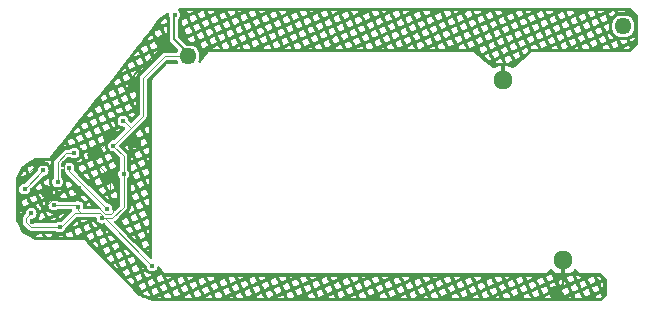
<source format=gbr>
%TF.GenerationSoftware,KiCad,Pcbnew,8.0.1*%
%TF.CreationDate,2024-03-29T07:39:29-07:00*%
%TF.ProjectId,V5LEDboard,56354c45-4462-46f6-9172-642e6b696361,rev?*%
%TF.SameCoordinates,Original*%
%TF.FileFunction,Copper,L2,Bot*%
%TF.FilePolarity,Positive*%
%FSLAX46Y46*%
G04 Gerber Fmt 4.6, Leading zero omitted, Abs format (unit mm)*
G04 Created by KiCad (PCBNEW 8.0.1) date 2024-03-29 07:39:29*
%MOMM*%
%LPD*%
G01*
G04 APERTURE LIST*
G04 Aperture macros list*
%AMRoundRect*
0 Rectangle with rounded corners*
0 $1 Rounding radius*
0 $2 $3 $4 $5 $6 $7 $8 $9 X,Y pos of 4 corners*
0 Add a 4 corners polygon primitive as box body*
4,1,4,$2,$3,$4,$5,$6,$7,$8,$9,$2,$3,0*
0 Add four circle primitives for the rounded corners*
1,1,$1+$1,$2,$3*
1,1,$1+$1,$4,$5*
1,1,$1+$1,$6,$7*
1,1,$1+$1,$8,$9*
0 Add four rect primitives between the rounded corners*
20,1,$1+$1,$2,$3,$4,$5,0*
20,1,$1+$1,$4,$5,$6,$7,0*
20,1,$1+$1,$6,$7,$8,$9,0*
20,1,$1+$1,$8,$9,$2,$3,0*%
G04 Aperture macros list end*
%TA.AperFunction,ComponentPad*%
%ADD10RoundRect,0.525000X-0.225000X-0.225000X0.225000X-0.225000X0.225000X0.225000X-0.225000X0.225000X0*%
%TD*%
%TA.AperFunction,ComponentPad*%
%ADD11RoundRect,0.455000X-0.195000X-0.195000X0.195000X-0.195000X0.195000X0.195000X-0.195000X0.195000X0*%
%TD*%
%TA.AperFunction,ViaPad*%
%ADD12C,0.400000*%
%TD*%
%TA.AperFunction,Conductor*%
%ADD13C,0.200000*%
%TD*%
%TA.AperFunction,Conductor*%
%ADD14C,0.100000*%
%TD*%
G04 APERTURE END LIST*
D10*
%TO.P,TP4,1,1*%
%TO.N,GND*%
X156210000Y-104140000D03*
%TD*%
%TO.P,TP3,1,1*%
%TO.N,GND*%
X151130000Y-88900000D03*
%TD*%
D11*
%TO.P,TP2,1,1*%
%TO.N,+5V*%
X124460000Y-86918800D03*
%TD*%
%TO.P,TP1,1,1*%
%TO.N,Net-(D1-DIN)*%
X161290000Y-84378800D03*
%TD*%
D12*
%TO.N,GND*%
X155537209Y-106865000D03*
X122555000Y-85852000D03*
X119964200Y-94157800D03*
X111246248Y-100928600D03*
X112524774Y-98380927D03*
X117856000Y-97155000D03*
X115239800Y-98094800D03*
X119888000Y-89408000D03*
X117983000Y-93599000D03*
X116459000Y-95250000D03*
X118110000Y-99441000D03*
X113972880Y-95933022D03*
%TO.N,+5V*%
X115138200Y-99644200D03*
X111170791Y-100216745D03*
X113411000Y-97536000D03*
X118948200Y-92405200D03*
X121412000Y-104648000D03*
X118999000Y-96901000D03*
X113090333Y-99521121D03*
X113588800Y-101378600D03*
X118135400Y-94488000D03*
X117167277Y-100639672D03*
X114808000Y-95123000D03*
X123317000Y-83413600D03*
%TO.N,Net-(D36-DOUT)*%
X114380504Y-96373302D03*
X117602000Y-99822000D03*
%TO.N,Net-(D38-DOUT)*%
X112199000Y-96571210D03*
X110617000Y-98171000D03*
%TD*%
D13*
%TO.N,GND*%
X119888000Y-88519000D02*
X119888000Y-89408000D01*
D14*
X111676020Y-96085800D02*
X111640610Y-96121210D01*
X116459000Y-95250000D02*
X115824537Y-95884463D01*
X117856000Y-99187000D02*
X118110000Y-99441000D01*
X117983000Y-93726000D02*
X117983000Y-93599000D01*
X114198400Y-94589600D02*
X114198400Y-94598532D01*
X115239800Y-98094800D02*
X117398800Y-100253800D01*
X114198400Y-94598532D02*
X112675722Y-96121210D01*
X111246248Y-100792952D02*
X111246248Y-100928600D01*
X111114820Y-96647000D02*
X111048800Y-96647000D01*
X116459000Y-95758000D02*
X117856000Y-97155000D01*
X115671600Y-95021400D02*
X115239800Y-94589600D01*
X112776000Y-96266000D02*
X112595800Y-96085800D01*
X116459000Y-95250000D02*
X117983000Y-93726000D01*
X112675722Y-96121210D02*
X111640610Y-96121210D01*
X117856000Y-97155000D02*
X117856000Y-99187000D01*
X113972880Y-98244120D02*
X113972880Y-95933022D01*
X117932200Y-100253800D02*
X118110000Y-100076000D01*
X112524774Y-98427774D02*
X113157000Y-99060000D01*
X116459000Y-95250000D02*
X116459000Y-95758000D01*
X112979200Y-99060000D02*
X111246248Y-100792952D01*
X117398800Y-100253800D02*
X117932200Y-100253800D01*
X112595800Y-96085800D02*
X111676020Y-96085800D01*
D13*
X156210000Y-106192209D02*
X155537209Y-106865000D01*
D14*
X111640610Y-96121210D02*
X111114820Y-96647000D01*
X113157000Y-99060000D02*
X112979200Y-99060000D01*
X112524774Y-98380927D02*
X112524774Y-98427774D01*
D13*
X122555000Y-85852000D02*
X119888000Y-88519000D01*
D14*
X114021439Y-95884463D02*
X113972880Y-95933022D01*
X115239800Y-94589600D02*
X114198400Y-94589600D01*
D13*
X156210000Y-104140000D02*
X156210000Y-106192209D01*
D14*
X115824537Y-95884463D02*
X114021439Y-95884463D01*
X113157000Y-99060000D02*
X113972880Y-98244120D01*
X118110000Y-100076000D02*
X118110000Y-99441000D01*
X116459000Y-95250000D02*
X116230400Y-95021400D01*
X116230400Y-95021400D02*
X115671600Y-95021400D01*
D13*
%TO.N,+5V*%
X124460000Y-86918800D02*
X124460000Y-86664800D01*
D14*
X121412000Y-104648000D02*
X117403672Y-100639672D01*
X118999000Y-92405200D02*
X119608600Y-93014800D01*
X111157600Y-101378600D02*
X110775000Y-100996000D01*
X115138200Y-99959775D02*
X115366800Y-100188375D01*
D13*
X124460000Y-86664800D02*
X123291600Y-85496400D01*
D14*
X119608600Y-93014800D02*
X120650000Y-91973400D01*
X115366800Y-100188375D02*
X117003175Y-100188375D01*
X115138200Y-99644200D02*
X115138200Y-99959775D01*
X110775000Y-100612536D02*
X111170791Y-100216745D01*
X113411000Y-95858505D02*
X114146505Y-95123000D01*
X113090333Y-99521121D02*
X115015121Y-99521121D01*
X113588800Y-101378600D02*
X111157600Y-101378600D01*
X122504200Y-86918800D02*
X124460000Y-86918800D01*
X118028928Y-100639672D02*
X117167277Y-100639672D01*
X113411000Y-97536000D02*
X113411000Y-95858505D01*
D13*
X123291600Y-85496400D02*
X123291600Y-83439000D01*
D14*
X118999000Y-99669600D02*
X118028928Y-100639672D01*
X120650000Y-91973400D02*
X120650000Y-88773000D01*
X118999000Y-96901000D02*
X118999000Y-99669600D01*
X114146505Y-95123000D02*
X114808000Y-95123000D01*
X120650000Y-88773000D02*
X122504200Y-86918800D01*
X115015121Y-99521121D02*
X115138200Y-99644200D01*
X114898825Y-100188375D02*
X113708600Y-101378600D01*
X117003175Y-100188375D02*
X117167277Y-100352477D01*
X117167277Y-100352477D02*
X117167277Y-100639672D01*
X117403672Y-100639672D02*
X117167277Y-100639672D01*
X118135400Y-94488000D02*
X119608600Y-93014800D01*
X118999000Y-96901000D02*
X118999000Y-95351600D01*
X110775000Y-100996000D02*
X110775000Y-100612536D01*
X113708600Y-101378600D02*
X113588800Y-101378600D01*
X115366800Y-100188375D02*
X114898825Y-100188375D01*
D13*
X123291600Y-83439000D02*
X123317000Y-83413600D01*
D14*
X118999000Y-95351600D02*
X118135400Y-94488000D01*
X118948200Y-92405200D02*
X118999000Y-92405200D01*
%TO.N,Net-(D36-DOUT)*%
X117602000Y-99822000D02*
X114380504Y-96600504D01*
X114380504Y-96600504D02*
X114380504Y-96373302D01*
%TO.N,Net-(D38-DOUT)*%
X112199000Y-96589000D02*
X112199000Y-96571210D01*
X110617000Y-98171000D02*
X112199000Y-96589000D01*
%TD*%
%TA.AperFunction,Conductor*%
%TO.N,GND*%
G36*
X122814668Y-83248865D02*
G01*
X122859319Y-83302606D01*
X122868219Y-83369414D01*
X122862116Y-83411865D01*
X122861867Y-83413600D01*
X122862053Y-83414892D01*
X122880302Y-83541823D01*
X122880302Y-83541824D01*
X122880303Y-83541826D01*
X122929895Y-83650416D01*
X122941100Y-83701924D01*
X122941100Y-85542544D01*
X122963285Y-85625337D01*
X122964986Y-85631687D01*
X122964987Y-85631690D01*
X123011127Y-85711608D01*
X123011131Y-85711613D01*
X123592011Y-86292493D01*
X123625496Y-86353816D01*
X123620512Y-86423508D01*
X123617413Y-86431049D01*
X123616933Y-86432115D01*
X123616929Y-86432126D01*
X123616929Y-86432127D01*
X123586058Y-86531193D01*
X123547323Y-86589338D01*
X123483298Y-86617312D01*
X123467675Y-86618300D01*
X122464638Y-86618300D01*
X122388210Y-86638778D01*
X122319689Y-86678340D01*
X122319686Y-86678342D01*
X120409541Y-88588487D01*
X120409535Y-88588495D01*
X120369982Y-88657004D01*
X120369979Y-88657009D01*
X120349500Y-88733439D01*
X120349500Y-91797567D01*
X120329815Y-91864606D01*
X120313181Y-91885248D01*
X119696281Y-92502148D01*
X119634958Y-92535633D01*
X119565266Y-92530649D01*
X119520919Y-92502148D01*
X119429050Y-92410279D01*
X119395565Y-92348956D01*
X119393993Y-92340243D01*
X119384897Y-92276975D01*
X119378005Y-92261882D01*
X119331082Y-92159137D01*
X119246249Y-92061233D01*
X119137269Y-91991196D01*
X119137265Y-91991194D01*
X119137264Y-91991194D01*
X119012974Y-91954700D01*
X119012972Y-91954700D01*
X118883428Y-91954700D01*
X118883426Y-91954700D01*
X118759135Y-91991194D01*
X118759132Y-91991195D01*
X118759131Y-91991196D01*
X118722718Y-92014597D01*
X118650150Y-92061233D01*
X118565318Y-92159137D01*
X118565317Y-92159138D01*
X118511502Y-92276974D01*
X118493067Y-92405200D01*
X118511502Y-92533425D01*
X118558350Y-92636006D01*
X118565318Y-92651263D01*
X118650151Y-92749167D01*
X118759131Y-92819204D01*
X118883425Y-92855699D01*
X118883427Y-92855700D01*
X118973167Y-92855700D01*
X119040206Y-92875385D01*
X119060848Y-92892019D01*
X119095948Y-92927119D01*
X119129433Y-92988442D01*
X119124449Y-93058134D01*
X119095948Y-93102481D01*
X118197248Y-94001181D01*
X118135925Y-94034666D01*
X118109567Y-94037500D01*
X118070626Y-94037500D01*
X117946335Y-94073994D01*
X117946332Y-94073995D01*
X117946331Y-94073996D01*
X117918478Y-94091896D01*
X117837350Y-94144033D01*
X117752518Y-94241937D01*
X117752517Y-94241938D01*
X117698702Y-94359774D01*
X117680267Y-94488000D01*
X117698702Y-94616225D01*
X117750813Y-94730330D01*
X117752518Y-94734063D01*
X117819941Y-94811874D01*
X117827586Y-94820698D01*
X117837351Y-94831967D01*
X117946331Y-94902004D01*
X118070625Y-94938499D01*
X118070627Y-94938500D01*
X118070628Y-94938500D01*
X118109567Y-94938500D01*
X118176606Y-94958185D01*
X118197248Y-94974819D01*
X118662181Y-95439752D01*
X118695666Y-95501075D01*
X118698500Y-95527433D01*
X118698500Y-96513611D01*
X118678815Y-96580650D01*
X118668214Y-96594812D01*
X118616120Y-96654932D01*
X118616117Y-96654938D01*
X118562302Y-96772774D01*
X118543867Y-96901000D01*
X118562302Y-97029225D01*
X118590299Y-97090529D01*
X118616118Y-97147063D01*
X118668214Y-97207186D01*
X118697238Y-97270738D01*
X118698500Y-97288386D01*
X118698500Y-99493767D01*
X118678815Y-99560806D01*
X118662181Y-99581448D01*
X118259366Y-99984262D01*
X118198043Y-100017747D01*
X118128351Y-100012763D01*
X118072418Y-99970891D01*
X118048001Y-99905427D01*
X118048947Y-99878934D01*
X118049832Y-99872778D01*
X118057133Y-99822000D01*
X118038697Y-99693774D01*
X117984882Y-99575937D01*
X117900049Y-99478033D01*
X117791069Y-99407996D01*
X117791065Y-99407994D01*
X117791064Y-99407994D01*
X117666774Y-99371500D01*
X117666772Y-99371500D01*
X117627833Y-99371500D01*
X117560794Y-99351815D01*
X117540152Y-99335181D01*
X116991363Y-98786392D01*
X117412797Y-98786392D01*
X117701890Y-99075485D01*
X117719724Y-99078049D01*
X117728431Y-99079619D01*
X117729993Y-99079958D01*
X117769107Y-99040844D01*
X117657656Y-98778283D01*
X117634494Y-98744265D01*
X117610486Y-98728524D01*
X117582285Y-98723170D01*
X117541995Y-98731550D01*
X117412797Y-98786392D01*
X116991363Y-98786392D01*
X116826524Y-98621553D01*
X117923587Y-98621553D01*
X117931967Y-98661841D01*
X118042070Y-98921227D01*
X118090603Y-98913541D01*
X118129397Y-98913541D01*
X118254545Y-98933362D01*
X118291443Y-98945350D01*
X118305822Y-98952676D01*
X118400500Y-98912488D01*
X118400500Y-98480865D01*
X118394063Y-98465702D01*
X118370898Y-98431679D01*
X118346891Y-98415940D01*
X118318689Y-98410585D01*
X118278400Y-98418965D01*
X117978699Y-98546181D01*
X117944680Y-98569343D01*
X117928942Y-98593348D01*
X117923587Y-98621553D01*
X116826524Y-98621553D01*
X116402704Y-98197733D01*
X116874598Y-98197733D01*
X116882979Y-98238025D01*
X116896659Y-98270254D01*
X117185530Y-98559125D01*
X117425555Y-98457240D01*
X117459574Y-98434078D01*
X117475312Y-98410073D01*
X117480667Y-98381868D01*
X117472287Y-98341580D01*
X117345071Y-98041879D01*
X117321909Y-98007861D01*
X117297901Y-97992120D01*
X117269700Y-97986766D01*
X117229411Y-97995146D01*
X116929712Y-98122361D01*
X116895692Y-98145524D01*
X116879953Y-98169531D01*
X116874598Y-98197733D01*
X116402704Y-98197733D01*
X116090120Y-97885149D01*
X117611002Y-97885149D01*
X117619382Y-97925437D01*
X117746598Y-98225138D01*
X117769760Y-98259156D01*
X117793766Y-98274895D01*
X117821969Y-98280250D01*
X117862263Y-98271869D01*
X118161959Y-98144655D01*
X118195978Y-98121493D01*
X118211716Y-98097488D01*
X118217071Y-98069283D01*
X118208691Y-98028995D01*
X118081475Y-97729294D01*
X118058313Y-97695276D01*
X118034307Y-97679537D01*
X118006104Y-97674182D01*
X117965810Y-97682563D01*
X117666114Y-97809777D01*
X117632095Y-97832939D01*
X117616357Y-97856944D01*
X117611002Y-97885149D01*
X116090120Y-97885149D01*
X115666300Y-97461329D01*
X116562013Y-97461329D01*
X116570393Y-97501618D01*
X116697609Y-97801319D01*
X116720771Y-97835338D01*
X116744776Y-97851076D01*
X116772980Y-97856431D01*
X116813274Y-97848050D01*
X117112970Y-97720836D01*
X117146989Y-97697674D01*
X117162727Y-97673669D01*
X117168082Y-97645464D01*
X117159701Y-97605173D01*
X117090646Y-97442487D01*
X117414382Y-97442487D01*
X117434013Y-97488734D01*
X117457175Y-97522753D01*
X117481180Y-97538491D01*
X117502488Y-97542536D01*
X117440678Y-97480726D01*
X117417874Y-97449340D01*
X117414382Y-97442487D01*
X117090646Y-97442487D01*
X117032490Y-97305480D01*
X117009324Y-97271456D01*
X116985318Y-97255718D01*
X116957116Y-97250363D01*
X116916821Y-97258744D01*
X116617127Y-97385957D01*
X116583107Y-97409120D01*
X116567368Y-97433127D01*
X116562013Y-97461329D01*
X115666300Y-97461329D01*
X115161029Y-96956058D01*
X115582463Y-96956058D01*
X115965307Y-97338902D01*
X116063980Y-97297018D01*
X116098000Y-97273855D01*
X116113738Y-97249850D01*
X116119093Y-97221646D01*
X116110712Y-97181352D01*
X116096871Y-97148745D01*
X117298417Y-97148745D01*
X117306797Y-97189033D01*
X117345180Y-97279458D01*
X117328541Y-97174397D01*
X117328541Y-97135603D01*
X117336567Y-97084922D01*
X117319509Y-97096536D01*
X117303772Y-97120540D01*
X117298417Y-97148745D01*
X116096871Y-97148745D01*
X115983498Y-96881656D01*
X115960336Y-96847637D01*
X115936331Y-96831899D01*
X115908127Y-96826544D01*
X115867833Y-96834925D01*
X115582463Y-96956058D01*
X115161029Y-96956058D01*
X114929896Y-96724925D01*
X116249428Y-96724925D01*
X116257808Y-96765214D01*
X116385024Y-97064915D01*
X116408186Y-97098934D01*
X116432191Y-97114672D01*
X116460395Y-97120027D01*
X116500689Y-97111646D01*
X116800385Y-96984432D01*
X116834404Y-96961270D01*
X116850142Y-96937265D01*
X116855497Y-96909061D01*
X116847116Y-96868767D01*
X116719902Y-96569071D01*
X116696740Y-96535052D01*
X116672735Y-96519314D01*
X116644531Y-96513959D01*
X116604236Y-96522340D01*
X116304541Y-96649554D01*
X116270522Y-96672716D01*
X116254783Y-96696723D01*
X116249428Y-96724925D01*
X114929896Y-96724925D01*
X114843372Y-96638401D01*
X114809887Y-96577078D01*
X114814871Y-96507386D01*
X114816963Y-96502336D01*
X114817197Y-96501535D01*
X114817201Y-96501528D01*
X114835637Y-96373302D01*
X114825257Y-96301106D01*
X115200440Y-96301106D01*
X115208821Y-96341400D01*
X115336035Y-96641096D01*
X115359197Y-96675115D01*
X115383202Y-96690853D01*
X115411406Y-96696208D01*
X115451700Y-96687827D01*
X115751396Y-96560613D01*
X115785415Y-96537451D01*
X115801153Y-96513446D01*
X115806508Y-96485242D01*
X115798127Y-96444948D01*
X115784286Y-96412340D01*
X116985832Y-96412340D01*
X116994212Y-96452629D01*
X117121428Y-96752330D01*
X117144590Y-96786349D01*
X117168597Y-96802088D01*
X117196799Y-96807443D01*
X117237088Y-96799063D01*
X117403540Y-96728408D01*
X118166215Y-96728408D01*
X118181726Y-96739678D01*
X118255403Y-96813355D01*
X118268852Y-96719819D01*
X118270422Y-96711114D01*
X118271181Y-96707624D01*
X118273374Y-96699034D01*
X118278779Y-96680627D01*
X118166215Y-96728408D01*
X117403540Y-96728408D01*
X117536789Y-96671847D01*
X117570808Y-96648685D01*
X117586546Y-96624680D01*
X117591901Y-96596475D01*
X117583520Y-96556184D01*
X117456309Y-96256491D01*
X117433143Y-96222467D01*
X117409137Y-96206729D01*
X117380935Y-96201374D01*
X117340640Y-96209755D01*
X117040946Y-96336968D01*
X117006926Y-96360131D01*
X116991187Y-96384138D01*
X116985832Y-96412340D01*
X115784286Y-96412340D01*
X115670913Y-96145252D01*
X115647751Y-96111233D01*
X115623746Y-96095495D01*
X115595542Y-96090140D01*
X115555248Y-96098521D01*
X115255552Y-96225735D01*
X115221533Y-96248897D01*
X115205795Y-96272902D01*
X115200440Y-96301106D01*
X114825257Y-96301106D01*
X114817201Y-96245076D01*
X114763386Y-96127239D01*
X114678553Y-96029335D01*
X114615045Y-95988521D01*
X115936844Y-95988521D01*
X115945225Y-96028816D01*
X116072439Y-96328511D01*
X116095601Y-96362530D01*
X116119608Y-96378269D01*
X116147810Y-96383624D01*
X116188099Y-96375244D01*
X116487800Y-96248028D01*
X116521819Y-96224866D01*
X116537557Y-96200861D01*
X116542912Y-96172657D01*
X116534531Y-96132363D01*
X116520689Y-96099754D01*
X117722237Y-96099754D01*
X117730618Y-96140050D01*
X117857832Y-96439745D01*
X117880994Y-96473764D01*
X117905001Y-96489503D01*
X117933203Y-96494858D01*
X117973492Y-96486478D01*
X118273193Y-96359262D01*
X118307212Y-96336100D01*
X118322950Y-96312095D01*
X118328305Y-96283890D01*
X118319925Y-96243602D01*
X118192709Y-95943901D01*
X118169547Y-95909883D01*
X118145541Y-95894144D01*
X118117337Y-95888789D01*
X118077046Y-95897170D01*
X117777351Y-96024382D01*
X117743330Y-96047546D01*
X117727591Y-96071553D01*
X117722237Y-96099754D01*
X116520689Y-96099754D01*
X116407317Y-95832667D01*
X116384155Y-95798648D01*
X116360150Y-95782910D01*
X116331946Y-95777555D01*
X116291652Y-95785936D01*
X115991956Y-95913150D01*
X115957937Y-95936312D01*
X115942199Y-95960317D01*
X115936844Y-95988521D01*
X114615045Y-95988521D01*
X114569573Y-95959298D01*
X114569569Y-95959296D01*
X114569568Y-95959296D01*
X114445278Y-95922802D01*
X114445276Y-95922802D01*
X114315732Y-95922802D01*
X114315730Y-95922802D01*
X114191439Y-95959296D01*
X114191436Y-95959297D01*
X114191435Y-95959298D01*
X114155629Y-95982309D01*
X114082454Y-96029335D01*
X113997622Y-96127239D01*
X113997621Y-96127240D01*
X113948294Y-96235251D01*
X113902539Y-96288055D01*
X113835500Y-96307739D01*
X113768460Y-96288054D01*
X113722705Y-96235250D01*
X113711500Y-96183739D01*
X113711500Y-96034338D01*
X113731185Y-95967299D01*
X113747819Y-95946657D01*
X113847451Y-95847025D01*
X114998970Y-95847025D01*
X115023447Y-95904688D01*
X115046612Y-95938711D01*
X115070619Y-95954450D01*
X115098821Y-95959805D01*
X115139110Y-95951425D01*
X115438811Y-95824209D01*
X115472830Y-95801047D01*
X115488569Y-95777040D01*
X115493924Y-95748838D01*
X115488584Y-95723164D01*
X116684572Y-95723164D01*
X116808842Y-96015925D01*
X116832005Y-96049945D01*
X116856012Y-96065684D01*
X116884214Y-96071039D01*
X116924503Y-96062659D01*
X117224204Y-95935443D01*
X117258223Y-95912281D01*
X117273961Y-95888276D01*
X117279316Y-95860072D01*
X117270935Y-95819778D01*
X117143721Y-95520082D01*
X117120559Y-95486063D01*
X117096554Y-95470325D01*
X117068351Y-95464971D01*
X117028053Y-95473353D01*
X116907145Y-95524675D01*
X116897126Y-95544339D01*
X116874322Y-95575726D01*
X116784726Y-95665322D01*
X116753340Y-95688126D01*
X116684572Y-95723164D01*
X115488584Y-95723164D01*
X115485544Y-95708549D01*
X115421586Y-95557874D01*
X115324287Y-95670167D01*
X115318237Y-95676664D01*
X115315711Y-95679189D01*
X115309250Y-95685203D01*
X115293145Y-95699158D01*
X115286248Y-95704716D01*
X115283389Y-95706856D01*
X115276122Y-95711901D01*
X115149216Y-95793458D01*
X115141611Y-95797971D01*
X115138478Y-95799682D01*
X115130561Y-95803645D01*
X115111178Y-95812498D01*
X115102972Y-95815896D01*
X115099624Y-95817144D01*
X115091248Y-95819931D01*
X114998970Y-95847025D01*
X113847451Y-95847025D01*
X114234657Y-95459819D01*
X114295980Y-95426334D01*
X114322338Y-95423500D01*
X114415657Y-95423500D01*
X114482696Y-95443185D01*
X114509369Y-95466296D01*
X114509949Y-95466965D01*
X114509951Y-95466967D01*
X114618931Y-95537004D01*
X114743225Y-95573499D01*
X114743227Y-95573500D01*
X114743228Y-95573500D01*
X114872773Y-95573500D01*
X114872773Y-95573499D01*
X114997069Y-95537004D01*
X115106049Y-95466967D01*
X115190882Y-95369063D01*
X115244290Y-95252117D01*
X115624259Y-95252117D01*
X115632640Y-95292412D01*
X115759853Y-95592106D01*
X115783016Y-95626126D01*
X115807023Y-95641865D01*
X115835225Y-95647220D01*
X115875514Y-95638840D01*
X116039087Y-95569407D01*
X116020874Y-95544340D01*
X115963350Y-95431443D01*
X115951362Y-95394545D01*
X115946422Y-95363352D01*
X117409651Y-95363352D01*
X117418031Y-95403641D01*
X117545246Y-95703340D01*
X117568409Y-95737360D01*
X117592416Y-95753099D01*
X117620618Y-95758454D01*
X117660907Y-95750074D01*
X117960608Y-95622858D01*
X117994627Y-95599696D01*
X118010365Y-95575691D01*
X118015720Y-95547486D01*
X118007339Y-95507195D01*
X117880128Y-95207502D01*
X117867910Y-95189558D01*
X117852153Y-95184932D01*
X117843776Y-95182144D01*
X117840428Y-95180896D01*
X117832222Y-95177498D01*
X117812839Y-95168645D01*
X117804922Y-95164682D01*
X117801789Y-95162971D01*
X117794184Y-95158458D01*
X117789631Y-95155531D01*
X117764459Y-95160767D01*
X117464765Y-95287980D01*
X117430744Y-95311144D01*
X117415006Y-95335149D01*
X117409651Y-95363352D01*
X115946422Y-95363352D01*
X115931541Y-95269397D01*
X115931541Y-95230603D01*
X115951362Y-95105455D01*
X115963350Y-95068557D01*
X115971380Y-95052796D01*
X115679376Y-95176743D01*
X115645352Y-95199909D01*
X115629614Y-95223915D01*
X115624259Y-95252117D01*
X115244290Y-95252117D01*
X115244697Y-95251226D01*
X115263133Y-95123000D01*
X115244697Y-94994774D01*
X115190882Y-94876937D01*
X115106049Y-94779033D01*
X114997069Y-94708996D01*
X114997065Y-94708994D01*
X114997064Y-94708994D01*
X114872774Y-94672500D01*
X114872772Y-94672500D01*
X114743228Y-94672500D01*
X114743226Y-94672500D01*
X114618935Y-94708994D01*
X114618932Y-94708995D01*
X114618931Y-94708996D01*
X114579926Y-94734063D01*
X114509949Y-94779034D01*
X114509369Y-94779704D01*
X114508620Y-94780184D01*
X114503246Y-94784842D01*
X114502576Y-94784069D01*
X114450591Y-94817477D01*
X114415657Y-94822500D01*
X114106943Y-94822500D01*
X114068729Y-94832739D01*
X114030514Y-94842979D01*
X113994520Y-94863760D01*
X113971699Y-94876937D01*
X113966846Y-94879738D01*
X113961993Y-94882540D01*
X113170541Y-95673992D01*
X113170535Y-95674000D01*
X113130982Y-95742509D01*
X113130979Y-95742514D01*
X113128143Y-95753099D01*
X113111115Y-95816650D01*
X113110500Y-95818944D01*
X113110500Y-97148611D01*
X113090815Y-97215650D01*
X113080214Y-97229812D01*
X113028120Y-97289932D01*
X113028117Y-97289938D01*
X112974302Y-97407774D01*
X112955867Y-97536000D01*
X112974302Y-97664225D01*
X113017317Y-97758413D01*
X113028118Y-97782063D01*
X113112951Y-97879967D01*
X113221931Y-97950004D01*
X113346225Y-97986499D01*
X113346227Y-97986500D01*
X113346228Y-97986500D01*
X113475773Y-97986500D01*
X113475773Y-97986499D01*
X113600069Y-97950004D01*
X113709049Y-97879967D01*
X113755220Y-97826682D01*
X114101109Y-97826682D01*
X114175812Y-98002670D01*
X114198974Y-98036689D01*
X114222979Y-98052427D01*
X114251183Y-98057782D01*
X114291477Y-98049401D01*
X114591173Y-97922187D01*
X114625192Y-97899025D01*
X114640931Y-97875018D01*
X114646286Y-97846818D01*
X114637904Y-97806521D01*
X114562519Y-97628925D01*
X114394087Y-97460494D01*
X114163614Y-97558323D01*
X114163561Y-97559071D01*
X114162616Y-97567863D01*
X114141148Y-97717181D01*
X114139578Y-97725886D01*
X114138819Y-97729376D01*
X114136626Y-97737966D01*
X114130621Y-97758413D01*
X114127828Y-97766806D01*
X114126580Y-97770152D01*
X114123192Y-97778330D01*
X114101109Y-97826682D01*
X113755220Y-97826682D01*
X113793882Y-97782063D01*
X113847697Y-97664226D01*
X113866133Y-97536000D01*
X113847697Y-97407774D01*
X113793882Y-97289937D01*
X113793880Y-97289935D01*
X113793879Y-97289932D01*
X113741786Y-97229812D01*
X113712762Y-97166256D01*
X113711500Y-97148611D01*
X113711500Y-96562864D01*
X113731185Y-96495825D01*
X113783989Y-96450070D01*
X113853147Y-96440126D01*
X113916703Y-96469151D01*
X113948294Y-96511353D01*
X113997619Y-96619361D01*
X113997621Y-96619363D01*
X113997622Y-96619365D01*
X114045919Y-96675103D01*
X114082455Y-96717269D01*
X114086525Y-96719885D01*
X114106658Y-96740999D01*
X114106793Y-96741061D01*
X114107283Y-96741655D01*
X114126866Y-96762192D01*
X114132973Y-96772768D01*
X114132971Y-96772768D01*
X114132980Y-96772779D01*
X114140044Y-96785015D01*
X114140045Y-96785017D01*
X117031223Y-99676194D01*
X117064708Y-99737517D01*
X117059724Y-99807209D01*
X117017852Y-99863142D01*
X116952388Y-99887559D01*
X116943542Y-99887875D01*
X115701402Y-99887875D01*
X115634363Y-99868190D01*
X115588608Y-99815386D01*
X115578664Y-99746229D01*
X115593333Y-99644200D01*
X115574897Y-99515974D01*
X115546737Y-99454314D01*
X115541903Y-99443729D01*
X115864207Y-99443729D01*
X115866019Y-99450824D01*
X115866778Y-99454314D01*
X115868348Y-99463019D01*
X115886587Y-99589875D01*
X116263981Y-99589875D01*
X116184849Y-99403453D01*
X116161687Y-99369434D01*
X116137680Y-99353695D01*
X116109479Y-99348341D01*
X116069183Y-99356722D01*
X115864207Y-99443729D01*
X115541903Y-99443729D01*
X115521082Y-99398137D01*
X115436249Y-99300233D01*
X115327269Y-99230196D01*
X115327265Y-99230194D01*
X115327264Y-99230194D01*
X115202974Y-99193700D01*
X115202972Y-99193700D01*
X115073428Y-99193700D01*
X115073427Y-99193700D01*
X115031237Y-99206087D01*
X114998847Y-99215598D01*
X114963914Y-99220621D01*
X113482676Y-99220621D01*
X113415637Y-99200936D01*
X113388964Y-99177825D01*
X113388383Y-99177155D01*
X113388382Y-99177154D01*
X113279402Y-99107117D01*
X113279398Y-99107115D01*
X113279397Y-99107115D01*
X113155107Y-99070621D01*
X113155105Y-99070621D01*
X113025561Y-99070621D01*
X113025559Y-99070621D01*
X112901268Y-99107115D01*
X112901265Y-99107116D01*
X112901264Y-99107117D01*
X112850010Y-99140055D01*
X112792283Y-99177154D01*
X112707451Y-99275058D01*
X112707450Y-99275059D01*
X112653635Y-99392895D01*
X112635200Y-99521121D01*
X112653635Y-99649346D01*
X112707022Y-99766245D01*
X112707451Y-99767184D01*
X112754948Y-99821999D01*
X112792040Y-99864807D01*
X112792284Y-99865088D01*
X112901264Y-99935125D01*
X113023075Y-99970891D01*
X113025558Y-99971620D01*
X113025560Y-99971621D01*
X113025561Y-99971621D01*
X113155106Y-99971621D01*
X113155106Y-99971620D01*
X113279402Y-99935125D01*
X113388382Y-99865088D01*
X113388707Y-99864712D01*
X113388964Y-99864417D01*
X113389712Y-99863936D01*
X113395087Y-99859279D01*
X113395756Y-99860051D01*
X113447742Y-99826644D01*
X113482676Y-99821621D01*
X114541246Y-99821621D01*
X114608285Y-99841306D01*
X114654040Y-99894110D01*
X114663984Y-99963268D01*
X114634959Y-100026824D01*
X114628927Y-100033302D01*
X113767867Y-100894360D01*
X113706544Y-100927845D01*
X113662780Y-100926366D01*
X113662350Y-100929362D01*
X113653572Y-100928100D01*
X113524028Y-100928100D01*
X113524026Y-100928100D01*
X113399735Y-100964594D01*
X113399732Y-100964595D01*
X113399731Y-100964596D01*
X113339354Y-101003398D01*
X113290749Y-101034634D01*
X113290169Y-101035304D01*
X113289420Y-101035784D01*
X113284046Y-101040442D01*
X113283376Y-101039669D01*
X113231391Y-101073077D01*
X113196457Y-101078100D01*
X111333433Y-101078100D01*
X111266394Y-101058415D01*
X111245752Y-101041781D01*
X111111819Y-100907848D01*
X111078334Y-100846525D01*
X111075500Y-100820167D01*
X111075500Y-100791245D01*
X111095185Y-100724206D01*
X111147989Y-100678451D01*
X111199500Y-100667245D01*
X111235564Y-100667245D01*
X111235564Y-100667244D01*
X111359860Y-100630749D01*
X111381785Y-100616659D01*
X111809032Y-100616659D01*
X111855367Y-100725817D01*
X111878529Y-100759835D01*
X111902537Y-100775576D01*
X111926363Y-100780100D01*
X111934732Y-100780100D01*
X112774996Y-100780100D01*
X113135614Y-100780100D01*
X113247584Y-100708142D01*
X113255189Y-100703629D01*
X113258322Y-100701918D01*
X113259427Y-100701364D01*
X113239234Y-100653793D01*
X113216071Y-100619773D01*
X113192066Y-100604035D01*
X113163862Y-100598680D01*
X113123568Y-100607061D01*
X112823872Y-100734275D01*
X112789853Y-100757437D01*
X112774996Y-100780100D01*
X111934732Y-100780100D01*
X111971027Y-100772550D01*
X112270726Y-100645335D01*
X112304748Y-100622171D01*
X112320485Y-100598167D01*
X112325840Y-100569962D01*
X112317460Y-100529674D01*
X112303617Y-100497061D01*
X113505164Y-100497061D01*
X113513545Y-100537356D01*
X113552913Y-100630100D01*
X113610693Y-100630100D01*
X113941077Y-100299715D01*
X113928470Y-100291450D01*
X113900266Y-100286095D01*
X113859972Y-100294476D01*
X113560279Y-100421688D01*
X113526257Y-100444853D01*
X113510519Y-100468859D01*
X113505164Y-100497061D01*
X112303617Y-100497061D01*
X112190244Y-100229973D01*
X112167082Y-100195954D01*
X112143077Y-100180216D01*
X112114873Y-100174861D01*
X112074577Y-100183243D01*
X111922494Y-100247798D01*
X111922407Y-100248608D01*
X111900939Y-100397926D01*
X111899369Y-100406631D01*
X111898610Y-100410121D01*
X111896417Y-100418711D01*
X111890412Y-100439158D01*
X111887619Y-100447551D01*
X111886371Y-100450897D01*
X111882983Y-100459075D01*
X111820317Y-100596294D01*
X111816353Y-100604213D01*
X111814641Y-100607348D01*
X111810126Y-100614958D01*
X111809032Y-100616659D01*
X111381785Y-100616659D01*
X111468840Y-100560712D01*
X111553673Y-100462808D01*
X111607488Y-100344971D01*
X111625924Y-100216745D01*
X111607488Y-100088519D01*
X111600511Y-100073241D01*
X112456176Y-100073241D01*
X112464558Y-100113539D01*
X112591767Y-100413227D01*
X112614933Y-100447251D01*
X112638941Y-100462991D01*
X112667139Y-100468345D01*
X112707436Y-100459963D01*
X113007130Y-100332750D01*
X113041150Y-100309587D01*
X113056889Y-100285580D01*
X113059920Y-100269621D01*
X113014907Y-100269621D01*
X113006053Y-100269304D01*
X113002491Y-100269049D01*
X112993701Y-100268104D01*
X112972609Y-100265072D01*
X112963902Y-100263502D01*
X112960412Y-100262743D01*
X112951828Y-100260552D01*
X112807085Y-100218052D01*
X112798709Y-100215265D01*
X112795361Y-100214017D01*
X112787155Y-100210619D01*
X112767772Y-100201766D01*
X112759855Y-100197803D01*
X112756722Y-100196092D01*
X112749117Y-100191579D01*
X112622211Y-100110022D01*
X112614944Y-100104977D01*
X112612085Y-100102837D01*
X112605188Y-100097279D01*
X112589083Y-100083324D01*
X112582622Y-100077310D01*
X112580096Y-100074785D01*
X112574046Y-100068288D01*
X112512561Y-99997329D01*
X112511294Y-99997866D01*
X112477268Y-100021034D01*
X112461530Y-100045040D01*
X112456176Y-100073241D01*
X111600511Y-100073241D01*
X111553673Y-99970682D01*
X111468840Y-99872778D01*
X111359860Y-99802741D01*
X111359856Y-99802739D01*
X111359855Y-99802739D01*
X111235565Y-99766245D01*
X111235563Y-99766245D01*
X111106019Y-99766245D01*
X111106017Y-99766245D01*
X110981726Y-99802739D01*
X110981723Y-99802740D01*
X110981722Y-99802741D01*
X110945309Y-99826142D01*
X110872741Y-99872778D01*
X110787909Y-99970682D01*
X110787908Y-99970683D01*
X110734093Y-100088519D01*
X110716466Y-100211120D01*
X110687441Y-100274675D01*
X110681410Y-100281152D01*
X110590489Y-100372075D01*
X110590489Y-100372076D01*
X110534538Y-100428027D01*
X110534535Y-100428031D01*
X110494982Y-100496540D01*
X110494979Y-100496545D01*
X110487303Y-100525194D01*
X110474500Y-100572974D01*
X110474500Y-101035562D01*
X110482953Y-101067108D01*
X110494979Y-101111990D01*
X110494980Y-101111991D01*
X110528479Y-101170013D01*
X110528480Y-101170015D01*
X110534537Y-101180507D01*
X110534539Y-101180510D01*
X110534540Y-101180511D01*
X110917140Y-101563111D01*
X110973089Y-101619060D01*
X110973091Y-101619061D01*
X110973095Y-101619064D01*
X111039295Y-101657284D01*
X111041611Y-101658621D01*
X111118038Y-101679100D01*
X113196457Y-101679100D01*
X113263496Y-101698785D01*
X113290169Y-101721896D01*
X113290749Y-101722565D01*
X113290751Y-101722567D01*
X113399731Y-101792604D01*
X113472652Y-101814015D01*
X113524025Y-101829099D01*
X113524027Y-101829100D01*
X113524028Y-101829100D01*
X113653573Y-101829100D01*
X113653573Y-101829099D01*
X113777869Y-101792604D01*
X113886849Y-101722567D01*
X113943416Y-101657284D01*
X114866737Y-101657284D01*
X114875117Y-101697573D01*
X115002333Y-101997274D01*
X115025495Y-102031293D01*
X115049500Y-102047031D01*
X115077704Y-102052386D01*
X115117998Y-102044005D01*
X115417694Y-101916791D01*
X115451713Y-101893629D01*
X115467451Y-101869624D01*
X115472806Y-101841420D01*
X115464425Y-101801126D01*
X115450583Y-101768517D01*
X116652131Y-101768517D01*
X116660512Y-101808813D01*
X116787726Y-102108508D01*
X116810888Y-102142526D01*
X116834896Y-102158267D01*
X116863097Y-102163621D01*
X116903386Y-102155241D01*
X117203085Y-102028026D01*
X117237107Y-102004862D01*
X117252844Y-101980858D01*
X117258199Y-101952653D01*
X117249819Y-101912365D01*
X117122603Y-101612664D01*
X117099441Y-101578645D01*
X117075436Y-101562907D01*
X117047232Y-101557552D01*
X117006938Y-101565933D01*
X116707242Y-101693147D01*
X116673223Y-101716309D01*
X116657485Y-101740314D01*
X116652131Y-101768517D01*
X115450583Y-101768517D01*
X115337211Y-101501430D01*
X115314049Y-101467411D01*
X115290044Y-101451673D01*
X115261840Y-101446318D01*
X115221545Y-101454699D01*
X114921850Y-101581913D01*
X114887831Y-101605075D01*
X114872092Y-101629082D01*
X114866737Y-101657284D01*
X113943416Y-101657284D01*
X113971682Y-101624663D01*
X114025497Y-101506826D01*
X114029182Y-101498758D01*
X114030483Y-101499352D01*
X114056252Y-101455917D01*
X114167472Y-101344697D01*
X115603141Y-101344697D01*
X115611523Y-101384994D01*
X115738737Y-101684689D01*
X115761899Y-101718708D01*
X115785906Y-101734447D01*
X115814108Y-101739802D01*
X115854397Y-101731422D01*
X116154098Y-101604206D01*
X116188117Y-101581044D01*
X116203855Y-101557039D01*
X116209210Y-101528834D01*
X116200829Y-101488543D01*
X116195030Y-101474881D01*
X117392476Y-101474881D01*
X117396917Y-101496230D01*
X117524126Y-101795918D01*
X117547292Y-101829942D01*
X117571300Y-101845682D01*
X117599498Y-101851036D01*
X117639800Y-101842653D01*
X117724356Y-101806761D01*
X117392476Y-101474881D01*
X116195030Y-101474881D01*
X116073618Y-101188850D01*
X116050452Y-101154826D01*
X116026446Y-101139088D01*
X115998244Y-101133733D01*
X115957949Y-101142114D01*
X115658255Y-101269327D01*
X115624235Y-101292490D01*
X115608496Y-101316497D01*
X115603141Y-101344697D01*
X114167472Y-101344697D01*
X114263245Y-101248924D01*
X114684677Y-101248924D01*
X114689748Y-101260870D01*
X114712910Y-101294889D01*
X114736917Y-101310628D01*
X114765119Y-101315983D01*
X114805408Y-101307603D01*
X115105109Y-101180387D01*
X115139128Y-101157225D01*
X115154866Y-101133220D01*
X115160221Y-101105016D01*
X115151840Y-101064722D01*
X115137998Y-101032113D01*
X116339546Y-101032113D01*
X116347927Y-101072409D01*
X116475140Y-101372103D01*
X116498303Y-101406123D01*
X116522310Y-101421862D01*
X116550512Y-101427217D01*
X116590801Y-101418837D01*
X116834804Y-101315264D01*
X116833666Y-101314643D01*
X116826061Y-101310130D01*
X116699155Y-101228573D01*
X116691888Y-101223528D01*
X116689029Y-101221388D01*
X116682132Y-101215830D01*
X116666027Y-101201875D01*
X116659566Y-101195861D01*
X116657040Y-101193336D01*
X116650990Y-101186839D01*
X116552203Y-101072830D01*
X116546646Y-101065934D01*
X116544506Y-101063075D01*
X116539462Y-101055810D01*
X116527942Y-101037885D01*
X116523427Y-101030275D01*
X116521715Y-101027140D01*
X116517751Y-101019221D01*
X116473864Y-100923122D01*
X116394658Y-100956743D01*
X116360639Y-100979905D01*
X116344900Y-101003912D01*
X116339546Y-101032113D01*
X115137998Y-101032113D01*
X115067522Y-100866081D01*
X114684677Y-101248924D01*
X114263245Y-101248924D01*
X114725295Y-100786875D01*
X115357637Y-100786875D01*
X115426151Y-100948284D01*
X115449314Y-100982304D01*
X115473321Y-100998043D01*
X115501523Y-101003398D01*
X115541812Y-100995018D01*
X115841513Y-100867802D01*
X115875532Y-100844640D01*
X115891270Y-100820635D01*
X115896625Y-100792431D01*
X115895470Y-100786875D01*
X115357637Y-100786875D01*
X114725295Y-100786875D01*
X114986977Y-100525194D01*
X115048300Y-100491709D01*
X115074658Y-100488875D01*
X115327238Y-100488875D01*
X116590722Y-100488875D01*
X116657761Y-100508560D01*
X116703516Y-100561364D01*
X116713459Y-100630520D01*
X116713427Y-100630750D01*
X116712144Y-100639673D01*
X116730579Y-100767897D01*
X116776205Y-100867802D01*
X116784395Y-100885735D01*
X116836947Y-100946384D01*
X116868056Y-100982287D01*
X116869228Y-100983639D01*
X116978208Y-101053676D01*
X117061391Y-101078100D01*
X117102502Y-101090171D01*
X117102504Y-101090172D01*
X117102505Y-101090172D01*
X117232050Y-101090172D01*
X117232050Y-101090171D01*
X117265949Y-101080218D01*
X117313861Y-101066151D01*
X117383731Y-101066151D01*
X117436476Y-101097447D01*
X120922618Y-104583589D01*
X120956103Y-104644912D01*
X120957675Y-104653623D01*
X120975302Y-104776225D01*
X121005056Y-104841376D01*
X121029118Y-104894063D01*
X121113951Y-104991967D01*
X121222931Y-105062004D01*
X121303784Y-105085744D01*
X121347225Y-105098499D01*
X121347227Y-105098500D01*
X121347228Y-105098500D01*
X121476773Y-105098500D01*
X121476773Y-105098499D01*
X121601069Y-105062004D01*
X121710049Y-104991967D01*
X121794882Y-104894063D01*
X121848697Y-104776226D01*
X121848697Y-104776224D01*
X121849699Y-104774031D01*
X121895454Y-104721227D01*
X121962493Y-104701543D01*
X122029533Y-104721228D01*
X122059321Y-104748081D01*
X122080081Y-104774031D01*
X122456617Y-105244701D01*
X122462186Y-105254132D01*
X122463016Y-105253578D01*
X122469798Y-105263728D01*
X122475139Y-105269068D01*
X122484277Y-105279276D01*
X122489011Y-105285193D01*
X122489012Y-105285193D01*
X122489014Y-105285196D01*
X122493345Y-105288841D01*
X122498067Y-105291996D01*
X122498071Y-105292000D01*
X122501512Y-105293425D01*
X122505055Y-105294893D01*
X122517413Y-105300833D01*
X122524029Y-105304476D01*
X122524032Y-105304477D01*
X122524034Y-105304478D01*
X122524036Y-105304478D01*
X122529445Y-105306193D01*
X122535008Y-105307299D01*
X122535009Y-105307300D01*
X122542561Y-105307300D01*
X122556256Y-105308058D01*
X122563770Y-105308894D01*
X122575940Y-105307849D01*
X122576025Y-105308842D01*
X122586874Y-105307300D01*
X154705989Y-105307300D01*
X154705991Y-105307300D01*
X154742929Y-105292000D01*
X154771200Y-105263729D01*
X154771200Y-105263728D01*
X154788638Y-105246290D01*
X154788639Y-105246287D01*
X155088967Y-104945960D01*
X155150288Y-104912477D01*
X155219980Y-104917461D01*
X155273011Y-104955606D01*
X155327323Y-105022675D01*
X155478432Y-105145042D01*
X155651684Y-105233317D01*
X155839502Y-105283644D01*
X155920256Y-105289999D01*
X155920270Y-105290000D01*
X156010000Y-105290000D01*
X156010000Y-104601879D01*
X156017007Y-104605925D01*
X156144174Y-104640000D01*
X156275826Y-104640000D01*
X156402993Y-104605925D01*
X156410000Y-104601879D01*
X156410000Y-105290000D01*
X156499730Y-105290000D01*
X156499743Y-105289999D01*
X156580497Y-105283644D01*
X156768315Y-105233317D01*
X156941567Y-105145042D01*
X157092674Y-105022676D01*
X157146985Y-104955608D01*
X157204472Y-104915896D01*
X157274303Y-104913568D01*
X157331033Y-104945962D01*
X157422779Y-105037708D01*
X157648799Y-105263728D01*
X157648800Y-105263729D01*
X157677071Y-105292000D01*
X157714009Y-105307300D01*
X159419010Y-105307300D01*
X159486049Y-105326985D01*
X159506691Y-105343619D01*
X159883181Y-105720109D01*
X159916666Y-105781432D01*
X159919500Y-105807790D01*
X159919500Y-107145809D01*
X159899815Y-107212848D01*
X159883181Y-107233490D01*
X159506691Y-107609981D01*
X159445368Y-107643466D01*
X159419010Y-107646300D01*
X121487655Y-107646300D01*
X121456863Y-107642416D01*
X121167933Y-107568348D01*
X121156051Y-107564658D01*
X120790909Y-107430822D01*
X120779457Y-107425959D01*
X120619387Y-107348300D01*
X121811533Y-107348300D01*
X122164502Y-107348300D01*
X122145079Y-107302544D01*
X122121917Y-107268525D01*
X122097912Y-107252787D01*
X122069707Y-107247432D01*
X122029419Y-107255812D01*
X121811533Y-107348300D01*
X120619387Y-107348300D01*
X120525075Y-107302544D01*
X120429576Y-107256212D01*
X120418673Y-107250229D01*
X120418241Y-107249963D01*
X120305971Y-107180807D01*
X120164706Y-107093791D01*
X120140526Y-107074335D01*
X120089352Y-107021324D01*
X120628134Y-107021324D01*
X120901661Y-107154028D01*
X121212529Y-107267971D01*
X121226331Y-107246919D01*
X121231686Y-107218714D01*
X121223306Y-107178426D01*
X121209463Y-107145814D01*
X122411010Y-107145814D01*
X122419391Y-107186108D01*
X122488238Y-107348300D01*
X123013595Y-107348300D01*
X123017079Y-107329949D01*
X123008699Y-107289660D01*
X122994856Y-107257048D01*
X124196402Y-107257048D01*
X124204783Y-107297342D01*
X124226414Y-107348300D01*
X124771767Y-107348300D01*
X125985590Y-107348300D01*
X126509943Y-107348300D01*
X126452269Y-107212429D01*
X126429106Y-107178409D01*
X126405099Y-107162670D01*
X126376897Y-107157315D01*
X126336608Y-107165695D01*
X126036907Y-107292911D01*
X126002888Y-107316073D01*
X125987150Y-107340078D01*
X125985590Y-107348300D01*
X124771767Y-107348300D01*
X124666877Y-107101195D01*
X124643713Y-107067173D01*
X124619709Y-107051436D01*
X124591506Y-107046082D01*
X124551210Y-107054463D01*
X124251515Y-107181677D01*
X124217496Y-107204839D01*
X124201757Y-107228846D01*
X124196402Y-107257048D01*
X122994856Y-107257048D01*
X122881483Y-106989959D01*
X122858321Y-106955940D01*
X122834316Y-106940202D01*
X122806111Y-106934847D01*
X122765823Y-106943227D01*
X122466122Y-107070443D01*
X122432104Y-107093605D01*
X122416365Y-107117611D01*
X122411010Y-107145814D01*
X121209463Y-107145814D01*
X121096090Y-106878725D01*
X121072928Y-106844706D01*
X121048923Y-106828968D01*
X121020718Y-106823613D01*
X120980430Y-106831993D01*
X120680729Y-106959209D01*
X120646711Y-106982371D01*
X120630972Y-107006377D01*
X120628134Y-107021324D01*
X120089352Y-107021324D01*
X119800397Y-106721996D01*
X121362021Y-106721996D01*
X121370402Y-106762287D01*
X121497613Y-107061980D01*
X121520779Y-107096004D01*
X121544785Y-107111742D01*
X121572986Y-107117096D01*
X121613282Y-107108715D01*
X121912976Y-106981502D01*
X121946997Y-106958338D01*
X121962735Y-106934333D01*
X121968090Y-106906130D01*
X121959710Y-106865841D01*
X121945867Y-106833229D01*
X123147414Y-106833229D01*
X123155795Y-106873523D01*
X123283009Y-107173219D01*
X123306171Y-107207238D01*
X123330176Y-107222976D01*
X123358381Y-107228331D01*
X123398669Y-107219951D01*
X123698370Y-107092735D01*
X123732388Y-107069573D01*
X123748127Y-107045567D01*
X123753482Y-107017364D01*
X123745101Y-106977070D01*
X123731260Y-106944463D01*
X124932806Y-106944463D01*
X124941186Y-106984752D01*
X125068402Y-107284453D01*
X125091564Y-107318472D01*
X125115569Y-107334210D01*
X125143774Y-107339565D01*
X125184065Y-107331184D01*
X125483758Y-107203973D01*
X125517782Y-107180807D01*
X125533520Y-107156801D01*
X125538874Y-107128600D01*
X125530492Y-107088302D01*
X125516653Y-107055698D01*
X126718199Y-107055698D01*
X126726580Y-107095989D01*
X126833679Y-107348300D01*
X127191189Y-107348300D01*
X127953863Y-107348300D01*
X128248120Y-107348300D01*
X128237661Y-107323662D01*
X128214499Y-107289643D01*
X128190492Y-107273904D01*
X128162290Y-107268549D01*
X128122001Y-107276929D01*
X127953863Y-107348300D01*
X127191189Y-107348300D01*
X127269155Y-107315204D01*
X127303175Y-107292041D01*
X127318913Y-107268035D01*
X127324268Y-107239835D01*
X127315886Y-107199538D01*
X127302045Y-107166931D01*
X128503592Y-107166931D01*
X128511973Y-107207225D01*
X128571856Y-107348300D01*
X129109085Y-107348300D01*
X129101279Y-107310773D01*
X129087438Y-107278165D01*
X130288984Y-107278165D01*
X130297364Y-107318454D01*
X130310033Y-107348300D01*
X130855385Y-107348300D01*
X130759461Y-107122316D01*
X130736295Y-107088292D01*
X130712289Y-107072554D01*
X130684087Y-107067199D01*
X130643792Y-107075580D01*
X130344098Y-107202793D01*
X130310078Y-107225956D01*
X130294339Y-107249963D01*
X130288984Y-107278165D01*
X129087438Y-107278165D01*
X128974065Y-107011077D01*
X128950903Y-106977058D01*
X128926896Y-106961319D01*
X128898694Y-106955964D01*
X128858405Y-106964344D01*
X128558704Y-107091560D01*
X128524685Y-107114722D01*
X128508947Y-107138727D01*
X128503592Y-107166931D01*
X127302045Y-107166931D01*
X127188672Y-106899843D01*
X127165510Y-106865824D01*
X127141503Y-106850085D01*
X127113301Y-106844730D01*
X127073012Y-106853110D01*
X126773311Y-106980326D01*
X126739292Y-107003488D01*
X126723554Y-107027493D01*
X126718199Y-107055698D01*
X125516653Y-107055698D01*
X125403282Y-106788611D01*
X125380117Y-106754589D01*
X125356111Y-106738851D01*
X125327911Y-106733496D01*
X125287614Y-106741878D01*
X124987920Y-106869091D01*
X124953900Y-106892254D01*
X124938161Y-106916261D01*
X124932806Y-106944463D01*
X123731260Y-106944463D01*
X123617888Y-106677376D01*
X123594725Y-106643356D01*
X123570718Y-106627617D01*
X123542516Y-106622262D01*
X123502227Y-106630642D01*
X123202526Y-106757858D01*
X123168507Y-106781020D01*
X123152769Y-106805025D01*
X123147414Y-106833229D01*
X121945867Y-106833229D01*
X121832495Y-106566142D01*
X121809331Y-106532120D01*
X121785327Y-106516383D01*
X121757122Y-106511028D01*
X121716834Y-106519408D01*
X121417133Y-106646624D01*
X121383114Y-106669786D01*
X121367376Y-106693791D01*
X121362021Y-106721996D01*
X119800397Y-106721996D01*
X119503203Y-106414133D01*
X119917401Y-106414133D01*
X120118002Y-106621934D01*
X120047105Y-106454911D01*
X120023939Y-106420887D01*
X119999933Y-106405149D01*
X119971732Y-106399795D01*
X119931434Y-106408177D01*
X119917401Y-106414133D01*
X119503203Y-106414133D01*
X119391265Y-106298177D01*
X120313032Y-106298177D01*
X120321412Y-106338465D01*
X120448628Y-106638166D01*
X120471790Y-106672185D01*
X120495795Y-106687923D01*
X120524000Y-106693278D01*
X120564288Y-106684898D01*
X120863989Y-106557682D01*
X120898007Y-106534520D01*
X120913746Y-106510514D01*
X120919101Y-106482310D01*
X120910721Y-106442022D01*
X120896878Y-106409410D01*
X122098425Y-106409410D01*
X122106806Y-106449704D01*
X122234020Y-106749400D01*
X122257182Y-106783419D01*
X122281187Y-106799157D01*
X122309390Y-106804511D01*
X122349688Y-106796129D01*
X122649376Y-106668920D01*
X122683400Y-106645754D01*
X122699140Y-106621746D01*
X122704494Y-106593545D01*
X122696114Y-106553256D01*
X122682271Y-106520644D01*
X123883817Y-106520644D01*
X123892197Y-106560933D01*
X124019413Y-106860634D01*
X124042575Y-106894653D01*
X124066580Y-106910391D01*
X124094785Y-106915746D01*
X124135076Y-106907365D01*
X124434769Y-106780154D01*
X124468793Y-106756988D01*
X124484531Y-106732982D01*
X124489886Y-106704780D01*
X124481505Y-106664485D01*
X124467665Y-106631879D01*
X125669210Y-106631879D01*
X125677590Y-106672167D01*
X125804806Y-106971868D01*
X125827968Y-107005887D01*
X125851973Y-107021625D01*
X125880177Y-107026980D01*
X125920471Y-107018599D01*
X126220167Y-106891385D01*
X126254186Y-106868223D01*
X126269924Y-106844218D01*
X126275278Y-106816015D01*
X126266897Y-106775719D01*
X126253056Y-106743112D01*
X127454603Y-106743112D01*
X127462984Y-106783406D01*
X127590198Y-107083102D01*
X127613360Y-107117121D01*
X127637365Y-107132859D01*
X127665569Y-107138214D01*
X127705864Y-107129833D01*
X128005559Y-107002619D01*
X128039578Y-106979457D01*
X128055317Y-106955450D01*
X128060672Y-106927248D01*
X128052292Y-106886959D01*
X128038449Y-106854346D01*
X129239995Y-106854346D01*
X129248375Y-106894635D01*
X129375591Y-107194336D01*
X129398753Y-107228355D01*
X129422758Y-107244093D01*
X129450962Y-107249448D01*
X129491256Y-107241067D01*
X129790952Y-107113853D01*
X129824971Y-107090691D01*
X129840709Y-107066686D01*
X129846064Y-107038482D01*
X129837683Y-106998188D01*
X129823842Y-106965581D01*
X131025388Y-106965581D01*
X131033768Y-107005869D01*
X131160984Y-107305570D01*
X131184146Y-107339589D01*
X131197433Y-107348300D01*
X131286076Y-107348300D01*
X132088187Y-107348300D01*
X132593561Y-107348300D01*
X132544850Y-107233545D01*
X132521688Y-107199526D01*
X132497683Y-107183788D01*
X132469479Y-107178433D01*
X132429185Y-107186814D01*
X132129489Y-107314028D01*
X132095470Y-107337190D01*
X132088187Y-107348300D01*
X131286076Y-107348300D01*
X131576345Y-107225087D01*
X131610364Y-107201925D01*
X131626102Y-107177920D01*
X131631457Y-107149715D01*
X131623077Y-107109427D01*
X131609234Y-107076814D01*
X132810781Y-107076814D01*
X132819162Y-107117108D01*
X132917297Y-107348300D01*
X133333519Y-107348300D01*
X133361737Y-107336321D01*
X133395756Y-107313159D01*
X133411495Y-107289152D01*
X133416850Y-107260950D01*
X133408470Y-107220661D01*
X133394627Y-107188048D01*
X134596174Y-107188048D01*
X134604555Y-107228342D01*
X134655474Y-107348300D01*
X135197274Y-107348300D01*
X135193861Y-107331890D01*
X135180019Y-107299281D01*
X136381567Y-107299281D01*
X136389948Y-107339577D01*
X136393651Y-107348300D01*
X136939003Y-107348300D01*
X136852039Y-107143428D01*
X136828877Y-107109410D01*
X136804871Y-107093671D01*
X136776668Y-107088316D01*
X136736374Y-107096697D01*
X136436679Y-107223911D01*
X136402660Y-107247073D01*
X136386921Y-107271080D01*
X136381567Y-107299281D01*
X135180019Y-107299281D01*
X135066647Y-107032194D01*
X135043485Y-106998175D01*
X135019480Y-106982437D01*
X134991276Y-106977082D01*
X134950982Y-106985463D01*
X134651286Y-107112677D01*
X134617267Y-107135839D01*
X134601529Y-107159844D01*
X134596174Y-107188048D01*
X133394627Y-107188048D01*
X133281254Y-106920960D01*
X133258092Y-106886941D01*
X133234087Y-106871203D01*
X133205883Y-106865848D01*
X133165589Y-106874229D01*
X132865893Y-107001443D01*
X132831874Y-107024605D01*
X132816136Y-107048610D01*
X132810781Y-107076814D01*
X131609234Y-107076814D01*
X131495861Y-106809726D01*
X131472699Y-106775708D01*
X131448693Y-106759969D01*
X131420490Y-106754614D01*
X131380196Y-106762995D01*
X131080502Y-106890208D01*
X131046480Y-106913372D01*
X131030743Y-106937376D01*
X131025388Y-106965581D01*
X129823842Y-106965581D01*
X129710469Y-106698492D01*
X129687307Y-106664473D01*
X129663302Y-106648735D01*
X129635098Y-106643380D01*
X129594804Y-106651761D01*
X129295108Y-106778975D01*
X129261089Y-106802137D01*
X129245350Y-106826144D01*
X129239995Y-106854346D01*
X128038449Y-106854346D01*
X127925076Y-106587258D01*
X127901914Y-106553239D01*
X127877907Y-106537500D01*
X127849705Y-106532145D01*
X127809416Y-106540525D01*
X127509715Y-106667741D01*
X127475696Y-106690903D01*
X127459958Y-106714908D01*
X127454603Y-106743112D01*
X126253056Y-106743112D01*
X126139683Y-106476024D01*
X126116521Y-106442006D01*
X126092513Y-106426265D01*
X126064312Y-106420911D01*
X126024023Y-106429291D01*
X125724324Y-106556506D01*
X125690302Y-106579670D01*
X125674565Y-106603674D01*
X125669210Y-106631879D01*
X124467665Y-106631879D01*
X124354292Y-106364791D01*
X124331129Y-106330771D01*
X124307122Y-106315032D01*
X124278920Y-106309677D01*
X124238631Y-106318057D01*
X123938930Y-106445273D01*
X123904911Y-106468435D01*
X123889172Y-106492442D01*
X123883817Y-106520644D01*
X122682271Y-106520644D01*
X122568899Y-106253557D01*
X122545736Y-106219537D01*
X122521729Y-106203798D01*
X122493527Y-106198443D01*
X122453238Y-106206823D01*
X122153537Y-106334039D01*
X122119518Y-106357201D01*
X122103780Y-106381206D01*
X122098425Y-106409410D01*
X120896878Y-106409410D01*
X120783506Y-106142323D01*
X120760342Y-106108302D01*
X120736337Y-106092564D01*
X120708133Y-106087209D01*
X120667845Y-106095589D01*
X120368146Y-106222804D01*
X120334124Y-106245968D01*
X120318387Y-106269972D01*
X120313032Y-106298177D01*
X119391265Y-106298177D01*
X118908089Y-105797656D01*
X119322288Y-105797656D01*
X119695721Y-106184495D01*
X119814998Y-106133864D01*
X119849018Y-106110701D01*
X119864757Y-106086695D01*
X119870112Y-106058492D01*
X119861731Y-106018198D01*
X119847890Y-105985592D01*
X121049436Y-105985592D01*
X121057816Y-106025880D01*
X121185032Y-106325581D01*
X121208194Y-106359599D01*
X121232200Y-106375338D01*
X121260404Y-106380693D01*
X121300695Y-106372312D01*
X121600390Y-106245100D01*
X121634411Y-106221936D01*
X121650150Y-106197929D01*
X121655505Y-106169725D01*
X121647125Y-106129437D01*
X121633282Y-106096825D01*
X122834829Y-106096825D01*
X122843210Y-106137119D01*
X122970424Y-106436815D01*
X122993586Y-106470834D01*
X123017591Y-106486572D01*
X123045796Y-106491927D01*
X123086087Y-106483546D01*
X123385780Y-106356335D01*
X123419804Y-106333169D01*
X123435542Y-106309163D01*
X123440897Y-106280961D01*
X123432516Y-106240666D01*
X123418675Y-106208059D01*
X124620221Y-106208059D01*
X124628601Y-106248348D01*
X124755817Y-106548049D01*
X124778979Y-106582068D01*
X124802984Y-106597806D01*
X124831188Y-106603161D01*
X124871482Y-106594780D01*
X125171178Y-106467566D01*
X125205197Y-106444404D01*
X125220935Y-106420399D01*
X125226290Y-106392195D01*
X125217909Y-106351900D01*
X125204069Y-106319294D01*
X126405614Y-106319294D01*
X126413994Y-106359582D01*
X126541210Y-106659283D01*
X126564372Y-106693301D01*
X126588378Y-106709040D01*
X126616581Y-106714395D01*
X126656875Y-106706014D01*
X126956569Y-106578801D01*
X126990591Y-106555637D01*
X127006328Y-106531633D01*
X127011683Y-106503428D01*
X127003303Y-106463140D01*
X126989460Y-106430527D01*
X128191007Y-106430527D01*
X128199388Y-106470821D01*
X128326602Y-106770517D01*
X128349764Y-106804536D01*
X128373769Y-106820274D01*
X128401973Y-106825629D01*
X128442267Y-106817248D01*
X128741963Y-106690034D01*
X128775982Y-106666872D01*
X128791720Y-106642867D01*
X128797075Y-106614663D01*
X128788694Y-106574369D01*
X128774853Y-106541761D01*
X129976399Y-106541761D01*
X129984779Y-106582050D01*
X130111995Y-106881751D01*
X130135157Y-106915770D01*
X130159162Y-106931508D01*
X130187366Y-106936863D01*
X130227660Y-106928482D01*
X130527356Y-106801268D01*
X130561375Y-106778106D01*
X130577113Y-106754101D01*
X130582468Y-106725897D01*
X130574087Y-106685603D01*
X130560246Y-106652996D01*
X131761792Y-106652996D01*
X131770172Y-106693284D01*
X131897388Y-106992985D01*
X131920550Y-107027003D01*
X131944558Y-107042744D01*
X131972759Y-107048098D01*
X132013048Y-107039718D01*
X132312747Y-106912503D01*
X132346769Y-106889339D01*
X132362506Y-106865335D01*
X132367861Y-106837130D01*
X132359481Y-106796842D01*
X132345638Y-106764229D01*
X133547185Y-106764229D01*
X133555566Y-106804524D01*
X133682780Y-107104219D01*
X133705942Y-107138238D01*
X133729949Y-107153977D01*
X133758151Y-107159332D01*
X133798440Y-107150952D01*
X134098141Y-107023736D01*
X134132160Y-107000574D01*
X134147898Y-106976569D01*
X134153253Y-106948365D01*
X134144872Y-106908071D01*
X134131030Y-106875461D01*
X135332577Y-106875461D01*
X135340959Y-106915758D01*
X135468173Y-107215453D01*
X135491335Y-107249472D01*
X135515342Y-107265211D01*
X135543544Y-107270566D01*
X135583833Y-107262186D01*
X135883534Y-107134970D01*
X135917553Y-107111808D01*
X135933291Y-107087803D01*
X135938646Y-107059599D01*
X135930265Y-107019305D01*
X135916423Y-106986696D01*
X137117971Y-106986696D01*
X137126352Y-107026992D01*
X137253565Y-107326686D01*
X137268281Y-107348300D01*
X137428407Y-107348300D01*
X138202753Y-107348300D01*
X138677180Y-107348300D01*
X138637432Y-107254662D01*
X138614270Y-107220643D01*
X138590265Y-107204905D01*
X138562060Y-107199550D01*
X138521769Y-107207931D01*
X138222076Y-107335142D01*
X138202753Y-107348300D01*
X137428407Y-107348300D01*
X137668925Y-107246205D01*
X137702947Y-107223041D01*
X137718684Y-107199037D01*
X137724039Y-107170832D01*
X137715659Y-107130544D01*
X137701816Y-107097932D01*
X138903363Y-107097932D01*
X138911744Y-107138226D01*
X139000916Y-107348300D01*
X139467742Y-107348300D01*
X139488338Y-107334276D01*
X139504077Y-107310269D01*
X139509432Y-107282067D01*
X139501052Y-107241778D01*
X139487209Y-107209166D01*
X140688755Y-107209166D01*
X140697135Y-107249456D01*
X140739092Y-107348300D01*
X141284445Y-107348300D01*
X141272603Y-107320401D01*
X142474148Y-107320401D01*
X142479952Y-107348300D01*
X143022621Y-107348300D01*
X142944622Y-107164547D01*
X142921458Y-107130525D01*
X142897454Y-107114788D01*
X142869249Y-107109433D01*
X142828961Y-107117813D01*
X142529260Y-107245029D01*
X142495241Y-107268191D01*
X142479503Y-107292196D01*
X142474148Y-107320401D01*
X141272603Y-107320401D01*
X141159231Y-107053314D01*
X141136066Y-107019292D01*
X141112060Y-107003554D01*
X141083859Y-106998200D01*
X141043563Y-107006581D01*
X140743868Y-107133795D01*
X140709850Y-107156957D01*
X140694109Y-107180965D01*
X140688755Y-107209166D01*
X139487209Y-107209166D01*
X139373836Y-106942077D01*
X139350674Y-106908058D01*
X139326669Y-106892320D01*
X139298464Y-106886965D01*
X139258176Y-106895345D01*
X138958475Y-107022561D01*
X138924457Y-107045723D01*
X138908718Y-107069729D01*
X138903363Y-107097932D01*
X137701816Y-107097932D01*
X137588443Y-106830843D01*
X137565281Y-106796824D01*
X137541276Y-106781086D01*
X137513071Y-106775731D01*
X137472780Y-106784112D01*
X137173087Y-106911323D01*
X137139063Y-106934489D01*
X137123325Y-106958495D01*
X137117971Y-106986696D01*
X135916423Y-106986696D01*
X135803053Y-106719612D01*
X135779888Y-106685590D01*
X135755882Y-106669852D01*
X135727680Y-106664497D01*
X135687385Y-106672878D01*
X135387693Y-106800090D01*
X135353671Y-106823255D01*
X135337931Y-106847263D01*
X135332577Y-106875461D01*
X134131030Y-106875461D01*
X134017658Y-106608375D01*
X133994496Y-106574356D01*
X133970491Y-106558618D01*
X133942287Y-106553263D01*
X133901993Y-106561644D01*
X133602297Y-106688858D01*
X133568278Y-106712020D01*
X133552540Y-106736025D01*
X133547185Y-106764229D01*
X132345638Y-106764229D01*
X132232265Y-106497141D01*
X132209103Y-106463122D01*
X132185098Y-106447384D01*
X132156894Y-106442029D01*
X132116600Y-106450410D01*
X131816904Y-106577624D01*
X131782885Y-106600786D01*
X131767147Y-106624791D01*
X131761792Y-106652996D01*
X130560246Y-106652996D01*
X130446875Y-106385910D01*
X130423710Y-106351888D01*
X130399704Y-106336150D01*
X130371502Y-106330795D01*
X130331207Y-106339176D01*
X130031512Y-106466390D01*
X129997493Y-106489552D01*
X129981754Y-106513559D01*
X129976399Y-106541761D01*
X128774853Y-106541761D01*
X128661480Y-106274673D01*
X128638318Y-106240654D01*
X128614313Y-106224916D01*
X128586109Y-106219561D01*
X128545815Y-106227942D01*
X128246119Y-106355156D01*
X128212100Y-106378318D01*
X128196362Y-106402323D01*
X128191007Y-106430527D01*
X126989460Y-106430527D01*
X126876087Y-106163439D01*
X126852925Y-106129420D01*
X126828918Y-106113681D01*
X126800716Y-106108326D01*
X126760427Y-106116706D01*
X126460726Y-106243922D01*
X126426707Y-106267084D01*
X126410969Y-106291089D01*
X126405614Y-106319294D01*
X125204069Y-106319294D01*
X125090697Y-106052208D01*
X125067532Y-106018186D01*
X125043524Y-106002446D01*
X125015326Y-105997092D01*
X124975029Y-106005474D01*
X124675334Y-106132688D01*
X124641315Y-106155850D01*
X124625576Y-106179857D01*
X124620221Y-106208059D01*
X123418675Y-106208059D01*
X123305302Y-105940971D01*
X123282140Y-105906952D01*
X123258133Y-105891213D01*
X123229931Y-105885858D01*
X123189642Y-105894238D01*
X122889941Y-106021454D01*
X122855922Y-106044616D01*
X122840184Y-106068621D01*
X122834829Y-106096825D01*
X121633282Y-106096825D01*
X121519910Y-105829738D01*
X121496747Y-105795718D01*
X121472740Y-105779979D01*
X121444538Y-105774624D01*
X121404249Y-105783004D01*
X121104548Y-105910220D01*
X121070529Y-105933382D01*
X121054791Y-105957387D01*
X121049436Y-105985592D01*
X119847890Y-105985592D01*
X119734517Y-105718503D01*
X119711355Y-105684484D01*
X119687348Y-105668745D01*
X119659147Y-105663391D01*
X119618851Y-105671772D01*
X119322288Y-105797656D01*
X118908089Y-105797656D01*
X118680379Y-105561772D01*
X120000447Y-105561772D01*
X120008827Y-105602061D01*
X120136043Y-105901762D01*
X120159205Y-105935781D01*
X120183210Y-105951519D01*
X120211415Y-105956874D01*
X120251706Y-105948493D01*
X120551399Y-105821282D01*
X120585423Y-105798116D01*
X120601161Y-105774110D01*
X120606515Y-105745909D01*
X120598133Y-105705611D01*
X120584294Y-105673007D01*
X121785840Y-105673007D01*
X121794221Y-105713298D01*
X121921432Y-106012991D01*
X121944598Y-106047015D01*
X121968604Y-106062753D01*
X121996806Y-106068108D01*
X122037101Y-106059727D01*
X122336796Y-105932513D01*
X122370816Y-105909350D01*
X122386554Y-105885344D01*
X122391909Y-105857144D01*
X122383527Y-105816847D01*
X122369686Y-105784240D01*
X123571233Y-105784240D01*
X123579614Y-105824534D01*
X123706828Y-106124230D01*
X123729990Y-106158249D01*
X123753995Y-106173987D01*
X123782199Y-106179342D01*
X123822493Y-106170961D01*
X124122189Y-106043747D01*
X124156208Y-106020585D01*
X124171946Y-105996580D01*
X124177301Y-105968376D01*
X124168920Y-105928081D01*
X124155079Y-105895474D01*
X125356625Y-105895474D01*
X125365005Y-105935763D01*
X125492221Y-106235464D01*
X125515383Y-106269483D01*
X125539388Y-106285221D01*
X125567592Y-106290576D01*
X125607886Y-106282195D01*
X125907582Y-106154981D01*
X125941601Y-106131819D01*
X125957339Y-106107814D01*
X125962694Y-106079609D01*
X125954313Y-106039318D01*
X125940471Y-106006709D01*
X127142018Y-106006709D01*
X127150399Y-106047000D01*
X127277610Y-106346693D01*
X127300776Y-106380717D01*
X127324782Y-106396455D01*
X127352984Y-106401810D01*
X127393279Y-106393429D01*
X127692973Y-106266216D01*
X127726993Y-106243053D01*
X127742732Y-106219046D01*
X127748087Y-106190844D01*
X127739707Y-106150555D01*
X127725864Y-106117942D01*
X128927411Y-106117942D01*
X128935792Y-106158236D01*
X129063006Y-106457932D01*
X129086168Y-106491951D01*
X129110173Y-106507689D01*
X129138377Y-106513044D01*
X129178671Y-106504663D01*
X129478367Y-106377449D01*
X129512386Y-106354287D01*
X129528124Y-106330282D01*
X129533479Y-106302078D01*
X129525098Y-106261784D01*
X129511257Y-106229176D01*
X130712803Y-106229176D01*
X130721183Y-106269465D01*
X130848399Y-106569166D01*
X130871561Y-106603185D01*
X130895568Y-106618924D01*
X130923770Y-106624279D01*
X130964059Y-106615899D01*
X131263760Y-106488683D01*
X131297779Y-106465521D01*
X131313517Y-106441516D01*
X131318872Y-106413311D01*
X131310491Y-106373020D01*
X131296649Y-106340409D01*
X132498197Y-106340409D01*
X132506579Y-106380707D01*
X132633788Y-106680395D01*
X132656954Y-106714419D01*
X132680962Y-106730159D01*
X132709160Y-106735513D01*
X132749457Y-106727131D01*
X133049151Y-106599918D01*
X133083171Y-106576755D01*
X133098910Y-106552748D01*
X133104265Y-106524546D01*
X133095885Y-106484257D01*
X133082042Y-106451644D01*
X134283589Y-106451644D01*
X134291970Y-106491939D01*
X134419184Y-106791634D01*
X134442346Y-106825653D01*
X134466353Y-106841392D01*
X134494555Y-106846747D01*
X134534844Y-106838367D01*
X134834545Y-106711151D01*
X134868564Y-106687989D01*
X134884302Y-106663984D01*
X134889657Y-106635780D01*
X134881276Y-106595486D01*
X134867435Y-106562879D01*
X136068981Y-106562879D01*
X136077361Y-106603168D01*
X136204576Y-106902867D01*
X136227739Y-106936887D01*
X136251746Y-106952626D01*
X136279948Y-106957981D01*
X136320237Y-106949601D01*
X136619938Y-106822385D01*
X136653957Y-106799223D01*
X136669695Y-106775218D01*
X136675050Y-106747013D01*
X136666669Y-106706722D01*
X136652828Y-106674114D01*
X137854374Y-106674114D01*
X137862755Y-106714405D01*
X137989967Y-107014100D01*
X138013131Y-107048121D01*
X138037138Y-107063860D01*
X138065339Y-107069214D01*
X138105635Y-107060833D01*
X138405329Y-106933620D01*
X138439349Y-106910457D01*
X138455088Y-106886450D01*
X138460443Y-106858248D01*
X138452063Y-106817959D01*
X138438220Y-106785347D01*
X139639767Y-106785347D01*
X139648148Y-106825641D01*
X139775362Y-107125337D01*
X139798524Y-107159356D01*
X139822529Y-107175094D01*
X139850734Y-107180449D01*
X139891022Y-107172069D01*
X140190723Y-107044853D01*
X140224741Y-107021691D01*
X140240480Y-106997685D01*
X140245835Y-106969482D01*
X140237454Y-106929188D01*
X140223613Y-106896581D01*
X141425159Y-106896581D01*
X141433539Y-106936870D01*
X141560755Y-107236571D01*
X141583917Y-107270590D01*
X141607922Y-107286328D01*
X141636127Y-107291683D01*
X141676415Y-107283303D01*
X141976116Y-107156087D01*
X142010134Y-107132925D01*
X142025873Y-107108919D01*
X142031228Y-107080715D01*
X142022847Y-107040424D01*
X142009006Y-107007816D01*
X143210552Y-107007816D01*
X143218933Y-107048107D01*
X143346144Y-107347800D01*
X143346485Y-107348300D01*
X143570738Y-107348300D01*
X144333413Y-107348300D01*
X144760798Y-107348300D01*
X144730015Y-107275781D01*
X144706852Y-107241761D01*
X144682845Y-107226022D01*
X144654643Y-107220667D01*
X144614354Y-107229047D01*
X144333413Y-107348300D01*
X143570738Y-107348300D01*
X143761508Y-107267322D01*
X143795528Y-107244159D01*
X143811266Y-107220153D01*
X143816621Y-107191953D01*
X143808239Y-107151656D01*
X143794398Y-107119049D01*
X144995945Y-107119049D01*
X145004326Y-107159343D01*
X145084534Y-107348300D01*
X145585571Y-107348300D01*
X145596658Y-107331387D01*
X145602013Y-107303185D01*
X145593632Y-107262890D01*
X145579791Y-107230283D01*
X146781337Y-107230283D01*
X146789717Y-107270572D01*
X146822711Y-107348300D01*
X147368063Y-107348300D01*
X147365184Y-107341518D01*
X148566730Y-107341518D01*
X148568141Y-107348300D01*
X149106239Y-107348300D01*
X149037203Y-107185663D01*
X149014041Y-107151644D01*
X148990036Y-107135906D01*
X148961832Y-107130551D01*
X148921538Y-107138932D01*
X148621842Y-107266146D01*
X148587823Y-107289308D01*
X148572085Y-107313313D01*
X148566730Y-107341518D01*
X147365184Y-107341518D01*
X147251814Y-107074434D01*
X147228648Y-107040410D01*
X147204640Y-107024670D01*
X147176442Y-107019316D01*
X147136145Y-107027698D01*
X146836451Y-107154911D01*
X146802431Y-107178074D01*
X146786692Y-107202081D01*
X146781337Y-107230283D01*
X145579791Y-107230283D01*
X145466418Y-106963195D01*
X145443256Y-106929176D01*
X145419249Y-106913437D01*
X145391047Y-106908082D01*
X145350758Y-106916462D01*
X145051057Y-107043678D01*
X145017038Y-107066840D01*
X145001300Y-107090845D01*
X144995945Y-107119049D01*
X143794398Y-107119049D01*
X143681026Y-106851962D01*
X143657863Y-106817942D01*
X143633856Y-106802203D01*
X143605654Y-106796848D01*
X143565365Y-106805228D01*
X143265664Y-106932444D01*
X143231645Y-106955606D01*
X143215907Y-106979611D01*
X143210552Y-107007816D01*
X142009006Y-107007816D01*
X141895635Y-106740729D01*
X141872471Y-106706708D01*
X141848464Y-106690969D01*
X141820263Y-106685615D01*
X141779967Y-106693996D01*
X141480273Y-106821209D01*
X141446253Y-106844372D01*
X141430514Y-106868379D01*
X141425159Y-106896581D01*
X140223613Y-106896581D01*
X140110240Y-106629492D01*
X140087078Y-106595473D01*
X140063073Y-106579735D01*
X140034868Y-106574380D01*
X139994580Y-106582760D01*
X139694879Y-106709976D01*
X139660861Y-106733138D01*
X139645122Y-106757144D01*
X139639767Y-106785347D01*
X138438220Y-106785347D01*
X138324847Y-106518258D01*
X138301685Y-106484239D01*
X138277680Y-106468501D01*
X138249475Y-106463146D01*
X138209187Y-106471526D01*
X137909486Y-106598742D01*
X137875468Y-106621904D01*
X137859729Y-106645910D01*
X137854374Y-106674114D01*
X136652828Y-106674114D01*
X136539458Y-106407029D01*
X136516292Y-106373005D01*
X136492286Y-106357267D01*
X136464085Y-106351913D01*
X136423787Y-106360295D01*
X136124096Y-106487505D01*
X136090074Y-106510670D01*
X136074336Y-106534676D01*
X136068981Y-106562879D01*
X134867435Y-106562879D01*
X134754062Y-106295790D01*
X134730900Y-106261771D01*
X134706895Y-106246033D01*
X134678690Y-106240678D01*
X134638399Y-106249059D01*
X134338706Y-106376270D01*
X134304682Y-106399436D01*
X134288944Y-106423442D01*
X134283589Y-106451644D01*
X133082042Y-106451644D01*
X132968669Y-106184556D01*
X132945507Y-106150537D01*
X132921502Y-106134799D01*
X132893298Y-106129444D01*
X132853004Y-106137825D01*
X132553308Y-106265039D01*
X132519289Y-106288201D01*
X132503551Y-106312206D01*
X132498197Y-106340409D01*
X131296649Y-106340409D01*
X131183280Y-106073327D01*
X131160114Y-106039303D01*
X131136108Y-106023565D01*
X131107905Y-106018210D01*
X131067611Y-106026591D01*
X130767917Y-106153804D01*
X130733897Y-106176967D01*
X130718158Y-106200974D01*
X130712803Y-106229176D01*
X129511257Y-106229176D01*
X129397884Y-105962088D01*
X129374722Y-105928069D01*
X129350717Y-105912331D01*
X129322513Y-105906976D01*
X129282219Y-105915357D01*
X128982523Y-106042571D01*
X128948504Y-106065733D01*
X128932766Y-106089738D01*
X128927411Y-106117942D01*
X127725864Y-106117942D01*
X127612491Y-105850854D01*
X127589329Y-105816835D01*
X127565324Y-105801097D01*
X127537120Y-105795742D01*
X127496826Y-105804123D01*
X127197130Y-105931337D01*
X127163111Y-105954499D01*
X127147373Y-105978504D01*
X127142018Y-106006709D01*
X125940471Y-106006709D01*
X125827102Y-105739625D01*
X125803936Y-105705601D01*
X125779930Y-105689863D01*
X125751727Y-105684508D01*
X125711433Y-105692889D01*
X125411739Y-105820102D01*
X125377719Y-105843265D01*
X125361980Y-105867272D01*
X125356625Y-105895474D01*
X124155079Y-105895474D01*
X124041706Y-105628386D01*
X124025988Y-105605300D01*
X124355644Y-105605300D01*
X124443232Y-105811645D01*
X124466394Y-105845664D01*
X124490399Y-105861402D01*
X124518603Y-105866757D01*
X124558897Y-105858376D01*
X124858593Y-105731162D01*
X124892612Y-105708000D01*
X124908350Y-105683995D01*
X124913705Y-105655791D01*
X124905324Y-105615497D01*
X124900996Y-105605300D01*
X126097691Y-105605300D01*
X126101409Y-105623178D01*
X126228625Y-105922879D01*
X126251787Y-105956897D01*
X126275793Y-105972636D01*
X126303996Y-105977991D01*
X126344290Y-105969610D01*
X126643986Y-105842396D01*
X126678005Y-105819234D01*
X126693743Y-105795229D01*
X126699098Y-105767024D01*
X126690718Y-105726736D01*
X126676875Y-105694123D01*
X127878422Y-105694123D01*
X127886803Y-105734417D01*
X128014017Y-106034113D01*
X128037179Y-106068132D01*
X128061184Y-106083870D01*
X128089388Y-106089225D01*
X128129683Y-106080844D01*
X128429378Y-105953630D01*
X128463397Y-105930468D01*
X128479136Y-105906461D01*
X128484491Y-105878259D01*
X128476111Y-105837970D01*
X128462268Y-105805357D01*
X129663814Y-105805357D01*
X129672194Y-105845646D01*
X129799410Y-106145347D01*
X129822572Y-106179366D01*
X129846579Y-106195105D01*
X129874781Y-106200460D01*
X129915070Y-106192080D01*
X130214771Y-106064864D01*
X130248790Y-106041702D01*
X130264528Y-106017697D01*
X130269883Y-105989493D01*
X130261502Y-105949199D01*
X130247660Y-105916590D01*
X131449208Y-105916590D01*
X131457589Y-105956886D01*
X131584803Y-106256581D01*
X131607965Y-106290600D01*
X131631972Y-106306339D01*
X131660174Y-106311694D01*
X131700463Y-106303314D01*
X132000164Y-106176098D01*
X132034183Y-106152936D01*
X132049921Y-106128931D01*
X132055276Y-106100726D01*
X132046896Y-106060438D01*
X132033053Y-106027825D01*
X133234600Y-106027825D01*
X133242981Y-106068120D01*
X133370194Y-106367814D01*
X133393357Y-106401834D01*
X133417364Y-106417573D01*
X133445564Y-106422928D01*
X133485861Y-106414546D01*
X133785556Y-106287332D01*
X133819575Y-106264170D01*
X133835314Y-106240163D01*
X133840669Y-106211961D01*
X133832289Y-106171672D01*
X133818446Y-106139060D01*
X135019992Y-106139060D01*
X135028372Y-106179349D01*
X135155587Y-106479048D01*
X135178750Y-106513068D01*
X135202757Y-106528807D01*
X135230959Y-106534162D01*
X135271248Y-106525782D01*
X135570949Y-106398566D01*
X135604968Y-106375404D01*
X135620706Y-106351399D01*
X135626061Y-106323195D01*
X135617680Y-106282901D01*
X135603840Y-106250295D01*
X136805385Y-106250295D01*
X136813765Y-106290583D01*
X136940980Y-106590282D01*
X136964144Y-106624304D01*
X136988148Y-106640041D01*
X137016353Y-106645396D01*
X137056641Y-106637016D01*
X137356342Y-106509800D01*
X137390361Y-106486638D01*
X137406099Y-106462633D01*
X137411454Y-106434428D01*
X137403074Y-106394140D01*
X137389231Y-106361528D01*
X138590778Y-106361528D01*
X138599159Y-106401822D01*
X138726373Y-106701518D01*
X138749535Y-106735537D01*
X138773540Y-106751275D01*
X138801743Y-106756629D01*
X138842039Y-106748248D01*
X139141734Y-106621034D01*
X139175752Y-106597872D01*
X139191493Y-106573864D01*
X139196847Y-106545663D01*
X139188467Y-106505374D01*
X139174624Y-106472762D01*
X140376170Y-106472762D01*
X140384550Y-106513051D01*
X140511766Y-106812752D01*
X140534928Y-106846771D01*
X140558933Y-106862509D01*
X140587138Y-106867864D01*
X140627426Y-106859484D01*
X140927127Y-106732268D01*
X140961145Y-106709106D01*
X140976884Y-106685100D01*
X140982239Y-106656897D01*
X140973858Y-106616603D01*
X140960018Y-106583997D01*
X142161563Y-106583997D01*
X142169943Y-106624285D01*
X142297159Y-106923986D01*
X142320321Y-106958005D01*
X142344326Y-106973743D01*
X142372531Y-106979098D01*
X142412822Y-106970717D01*
X142712515Y-106843506D01*
X142746539Y-106820340D01*
X142762277Y-106796334D01*
X142767631Y-106768133D01*
X142759250Y-106727837D01*
X142745409Y-106695230D01*
X143946956Y-106695230D01*
X143955337Y-106735524D01*
X144082551Y-107035220D01*
X144105713Y-107069239D01*
X144129718Y-107084977D01*
X144157922Y-107090332D01*
X144198217Y-107081951D01*
X144497909Y-106954739D01*
X144531931Y-106931574D01*
X144547671Y-106907566D01*
X144553025Y-106879368D01*
X144544643Y-106839071D01*
X144530802Y-106806464D01*
X145732348Y-106806464D01*
X145740728Y-106846753D01*
X145867944Y-107146454D01*
X145891106Y-107180473D01*
X145915111Y-107196211D01*
X145943315Y-107201566D01*
X145983609Y-107193185D01*
X146283305Y-107065971D01*
X146317324Y-107042809D01*
X146333062Y-107018804D01*
X146338417Y-106990600D01*
X146330036Y-106950306D01*
X146316195Y-106917699D01*
X147517741Y-106917699D01*
X147526121Y-106957987D01*
X147653337Y-107257688D01*
X147676499Y-107291707D01*
X147700504Y-107307445D01*
X147728708Y-107312800D01*
X147769002Y-107304419D01*
X148068698Y-107177205D01*
X148102717Y-107154043D01*
X148118455Y-107130038D01*
X148123810Y-107101833D01*
X148115430Y-107061545D01*
X148101587Y-107028932D01*
X149303134Y-107028932D01*
X149311515Y-107069226D01*
X149429975Y-107348300D01*
X149713070Y-107348300D01*
X150475744Y-107348300D01*
X150844416Y-107348300D01*
X150822596Y-107296897D01*
X150799434Y-107262878D01*
X150775429Y-107247140D01*
X150747225Y-107241785D01*
X150706931Y-107250166D01*
X150475744Y-107348300D01*
X149713070Y-107348300D01*
X149854090Y-107288439D01*
X149888109Y-107265277D01*
X149903848Y-107241270D01*
X149909203Y-107213068D01*
X149900823Y-107172779D01*
X149886980Y-107140166D01*
X151088526Y-107140166D01*
X151096906Y-107180455D01*
X151168152Y-107348300D01*
X151690039Y-107348300D01*
X151694595Y-107324302D01*
X151686214Y-107284008D01*
X151672373Y-107251401D01*
X152873919Y-107251401D01*
X152882299Y-107291689D01*
X152906329Y-107348300D01*
X153451680Y-107348300D01*
X154662034Y-107348300D01*
X155189857Y-107348300D01*
X155742890Y-107348300D01*
X155855400Y-107348300D01*
X156618074Y-107348300D01*
X156928035Y-107348300D01*
X156915179Y-107318016D01*
X156892016Y-107283995D01*
X156868011Y-107268257D01*
X156839806Y-107262902D01*
X156799515Y-107271283D01*
X156618074Y-107348300D01*
X155855400Y-107348300D01*
X155946672Y-107309556D01*
X155980691Y-107286394D01*
X155996429Y-107262389D01*
X156001784Y-107234185D01*
X155993403Y-107193891D01*
X155979562Y-107161284D01*
X157181108Y-107161284D01*
X157189488Y-107201573D01*
X157251770Y-107348300D01*
X157786630Y-107348300D01*
X157787177Y-107345419D01*
X157778796Y-107305125D01*
X157764956Y-107272519D01*
X158966501Y-107272519D01*
X158974881Y-107312807D01*
X158989947Y-107348300D01*
X159346937Y-107348300D01*
X159479169Y-107216066D01*
X159436975Y-107116665D01*
X159413812Y-107082644D01*
X159389807Y-107066906D01*
X159361602Y-107061551D01*
X159321314Y-107069931D01*
X159021613Y-107197147D01*
X158987595Y-107220309D01*
X158971856Y-107244315D01*
X158966501Y-107272519D01*
X157764956Y-107272519D01*
X157651584Y-107005432D01*
X157628419Y-106971410D01*
X157604413Y-106955672D01*
X157576212Y-106950318D01*
X157535916Y-106958699D01*
X157236221Y-107085913D01*
X157202203Y-107109075D01*
X157186462Y-107133083D01*
X157181108Y-107161284D01*
X155979562Y-107161284D01*
X155977190Y-107155697D01*
X155975335Y-107159340D01*
X155952531Y-107190726D01*
X155862935Y-107280322D01*
X155831549Y-107303126D01*
X155742890Y-107348300D01*
X155189857Y-107348300D01*
X155129785Y-107206780D01*
X155106623Y-107172761D01*
X155082618Y-107157023D01*
X155054414Y-107151668D01*
X155014120Y-107160049D01*
X154714427Y-107287261D01*
X154680405Y-107310426D01*
X154664667Y-107334432D01*
X154662034Y-107348300D01*
X153451680Y-107348300D01*
X153344392Y-107095546D01*
X153321230Y-107061528D01*
X153297224Y-107045789D01*
X153269021Y-107040434D01*
X153228727Y-107048815D01*
X152929033Y-107176028D01*
X152895011Y-107199192D01*
X152879274Y-107223196D01*
X152873919Y-107251401D01*
X151672373Y-107251401D01*
X151559000Y-106984312D01*
X151535838Y-106950293D01*
X151511833Y-106934555D01*
X151483629Y-106929200D01*
X151443335Y-106937581D01*
X151143639Y-107064795D01*
X151109620Y-107087957D01*
X151093881Y-107111964D01*
X151088526Y-107140166D01*
X149886980Y-107140166D01*
X149773607Y-106873078D01*
X149750445Y-106839059D01*
X149726440Y-106823321D01*
X149698236Y-106817966D01*
X149657942Y-106826347D01*
X149358246Y-106953561D01*
X149324227Y-106976723D01*
X149308489Y-107000728D01*
X149303134Y-107028932D01*
X148101587Y-107028932D01*
X147988214Y-106761844D01*
X147965052Y-106727826D01*
X147941046Y-106712087D01*
X147912843Y-106706732D01*
X147872549Y-106715113D01*
X147572855Y-106842326D01*
X147538833Y-106865490D01*
X147523096Y-106889494D01*
X147517741Y-106917699D01*
X146316195Y-106917699D01*
X146202822Y-106650610D01*
X146179660Y-106616591D01*
X146155653Y-106600852D01*
X146127451Y-106595497D01*
X146087162Y-106603877D01*
X145787461Y-106731093D01*
X145753442Y-106754255D01*
X145737703Y-106778262D01*
X145732348Y-106806464D01*
X144530802Y-106806464D01*
X144417429Y-106539376D01*
X144394267Y-106505357D01*
X144370260Y-106489618D01*
X144342058Y-106484263D01*
X144301769Y-106492643D01*
X144002068Y-106619859D01*
X143968049Y-106643021D01*
X143952311Y-106667026D01*
X143946956Y-106695230D01*
X142745409Y-106695230D01*
X142632037Y-106428143D01*
X142608873Y-106394122D01*
X142584868Y-106378384D01*
X142556665Y-106373029D01*
X142516376Y-106381409D01*
X142216677Y-106508624D01*
X142182655Y-106531788D01*
X142166918Y-106555792D01*
X142161563Y-106583997D01*
X140960018Y-106583997D01*
X140846645Y-106316909D01*
X140823482Y-106282889D01*
X140799475Y-106267150D01*
X140771273Y-106261795D01*
X140730984Y-106270175D01*
X140431283Y-106397391D01*
X140397264Y-106420553D01*
X140381525Y-106444560D01*
X140376170Y-106472762D01*
X139174624Y-106472762D01*
X139061252Y-106205675D01*
X139038088Y-106171653D01*
X139014084Y-106155916D01*
X138985879Y-106150561D01*
X138945591Y-106158941D01*
X138645890Y-106286157D01*
X138611871Y-106309319D01*
X138596133Y-106333324D01*
X138590778Y-106361528D01*
X137389231Y-106361528D01*
X137275858Y-106094439D01*
X137252696Y-106060421D01*
X137228690Y-106044682D01*
X137200486Y-106039327D01*
X137160198Y-106047707D01*
X136860499Y-106174922D01*
X136826478Y-106198086D01*
X136810740Y-106222091D01*
X136805385Y-106250295D01*
X135603840Y-106250295D01*
X135490466Y-105983205D01*
X135467304Y-105949186D01*
X135443299Y-105933448D01*
X135415094Y-105928093D01*
X135374806Y-105936473D01*
X135075105Y-106063689D01*
X135041087Y-106086851D01*
X135025346Y-106110859D01*
X135019992Y-106139060D01*
X133818446Y-106139060D01*
X133705073Y-105871971D01*
X133681911Y-105837952D01*
X133657906Y-105822214D01*
X133629701Y-105816859D01*
X133589410Y-105825240D01*
X133289717Y-105952451D01*
X133255693Y-105975617D01*
X133239955Y-105999623D01*
X133234600Y-106027825D01*
X132033053Y-106027825D01*
X131919680Y-105760737D01*
X131896518Y-105726719D01*
X131872512Y-105710980D01*
X131844309Y-105705625D01*
X131804015Y-105714006D01*
X131504320Y-105841220D01*
X131470301Y-105864382D01*
X131454562Y-105888389D01*
X131449208Y-105916590D01*
X130247660Y-105916590D01*
X130134288Y-105649503D01*
X130111126Y-105615484D01*
X130095592Y-105605300D01*
X130439262Y-105605300D01*
X130535814Y-105832762D01*
X130558976Y-105866781D01*
X130582983Y-105882520D01*
X130611185Y-105887875D01*
X130651474Y-105879495D01*
X130951175Y-105752279D01*
X130985194Y-105729117D01*
X131000932Y-105705112D01*
X131006287Y-105676908D01*
X130997905Y-105636610D01*
X130984615Y-105605300D01*
X132185881Y-105605300D01*
X132193993Y-105644301D01*
X132321206Y-105943995D01*
X132344370Y-105978016D01*
X132368375Y-105993754D01*
X132396578Y-105999109D01*
X132436867Y-105990729D01*
X132736566Y-105863514D01*
X132770588Y-105840350D01*
X132786325Y-105816346D01*
X132791680Y-105788141D01*
X132783300Y-105747853D01*
X132769457Y-105715241D01*
X133971004Y-105715241D01*
X133979385Y-105755535D01*
X134106598Y-106055229D01*
X134129762Y-106089251D01*
X134153766Y-106104988D01*
X134181971Y-106110343D01*
X134222259Y-106101963D01*
X134521960Y-105974747D01*
X134555979Y-105951585D01*
X134571717Y-105927580D01*
X134577072Y-105899376D01*
X134568691Y-105859082D01*
X134554850Y-105826475D01*
X135756396Y-105826475D01*
X135764776Y-105866764D01*
X135891992Y-106166465D01*
X135915154Y-106200484D01*
X135939159Y-106216222D01*
X135967364Y-106221577D01*
X136007652Y-106213197D01*
X136307353Y-106085981D01*
X136341371Y-106062819D01*
X136357110Y-106038813D01*
X136362465Y-106010610D01*
X136354084Y-105970316D01*
X136340244Y-105937710D01*
X137541789Y-105937710D01*
X137550169Y-105977998D01*
X137677385Y-106277699D01*
X137700547Y-106311717D01*
X137724553Y-106327456D01*
X137752757Y-106332811D01*
X137793045Y-106324431D01*
X138092744Y-106197216D01*
X138126765Y-106174052D01*
X138142503Y-106150047D01*
X138147858Y-106121843D01*
X138139478Y-106081555D01*
X138125635Y-106048943D01*
X139327182Y-106048943D01*
X139335563Y-106089237D01*
X139462777Y-106388933D01*
X139485939Y-106422952D01*
X139509944Y-106438690D01*
X139538149Y-106444045D01*
X139578440Y-106435664D01*
X139878133Y-106308453D01*
X139912157Y-106285287D01*
X139927895Y-106261281D01*
X139933250Y-106233078D01*
X139924869Y-106192784D01*
X139911028Y-106160177D01*
X141112574Y-106160177D01*
X141120954Y-106200466D01*
X141248170Y-106500167D01*
X141271332Y-106534186D01*
X141295337Y-106549924D01*
X141323542Y-106555279D01*
X141363833Y-106546898D01*
X141663526Y-106419687D01*
X141697550Y-106396521D01*
X141713288Y-106372515D01*
X141718643Y-106344313D01*
X141710262Y-106304018D01*
X141696422Y-106271412D01*
X142897967Y-106271412D01*
X142906347Y-106311700D01*
X143033563Y-106611401D01*
X143056725Y-106645419D01*
X143080731Y-106661158D01*
X143108934Y-106666513D01*
X143149228Y-106658132D01*
X143448922Y-106530919D01*
X143482944Y-106507755D01*
X143498681Y-106483751D01*
X143504035Y-106455548D01*
X143495654Y-106415252D01*
X143481813Y-106382645D01*
X144683360Y-106382645D01*
X144691741Y-106422939D01*
X144818955Y-106722635D01*
X144842117Y-106756654D01*
X144866122Y-106772392D01*
X144894326Y-106777747D01*
X144934620Y-106769366D01*
X145234316Y-106642152D01*
X145268335Y-106618990D01*
X145284073Y-106594985D01*
X145289428Y-106566781D01*
X145281047Y-106526487D01*
X145267206Y-106493879D01*
X146468752Y-106493879D01*
X146477132Y-106534168D01*
X146604348Y-106833869D01*
X146627510Y-106867888D01*
X146651515Y-106883626D01*
X146679719Y-106888981D01*
X146720013Y-106880600D01*
X147019709Y-106753386D01*
X147053728Y-106730224D01*
X147069466Y-106706219D01*
X147074821Y-106678015D01*
X147066440Y-106637721D01*
X147052599Y-106605114D01*
X148254145Y-106605114D01*
X148262525Y-106645402D01*
X148389741Y-106945103D01*
X148412903Y-106979121D01*
X148436909Y-106994860D01*
X148465112Y-107000215D01*
X148505406Y-106991834D01*
X148805100Y-106864621D01*
X148839122Y-106841457D01*
X148854859Y-106817453D01*
X148860214Y-106789248D01*
X148851834Y-106748960D01*
X148837991Y-106716347D01*
X150039538Y-106716347D01*
X150047919Y-106756641D01*
X150175133Y-107056337D01*
X150198295Y-107090356D01*
X150222300Y-107106094D01*
X150250504Y-107111449D01*
X150290798Y-107103068D01*
X150590494Y-106975854D01*
X150624513Y-106952692D01*
X150640251Y-106928687D01*
X150645606Y-106900483D01*
X150637225Y-106860189D01*
X150623384Y-106827581D01*
X151824930Y-106827581D01*
X151833310Y-106867870D01*
X151960526Y-107167571D01*
X151983688Y-107201590D01*
X152007695Y-107217329D01*
X152035897Y-107222684D01*
X152076186Y-107214304D01*
X152375887Y-107087088D01*
X152409906Y-107063926D01*
X152425644Y-107039921D01*
X152430999Y-107011717D01*
X152422618Y-106971423D01*
X152408776Y-106938814D01*
X153610324Y-106938814D01*
X153618705Y-106979110D01*
X153745919Y-107278805D01*
X153769081Y-107312823D01*
X153793089Y-107328564D01*
X153821290Y-107333918D01*
X153861579Y-107325538D01*
X154161278Y-107198323D01*
X154195300Y-107175159D01*
X154211037Y-107151155D01*
X154216392Y-107122950D01*
X154208012Y-107082662D01*
X154080796Y-106782961D01*
X154057634Y-106748942D01*
X154033629Y-106733204D01*
X154005425Y-106727849D01*
X153965131Y-106736230D01*
X153665438Y-106863442D01*
X153631416Y-106886607D01*
X153615678Y-106910613D01*
X153610324Y-106938814D01*
X152408776Y-106938814D01*
X152295406Y-106671730D01*
X152272241Y-106637708D01*
X152248235Y-106621970D01*
X152220033Y-106616615D01*
X152179738Y-106624996D01*
X151880043Y-106752210D01*
X151846024Y-106775372D01*
X151830285Y-106799379D01*
X151824930Y-106827581D01*
X150623384Y-106827581D01*
X150510011Y-106560493D01*
X150486849Y-106526474D01*
X150462844Y-106510736D01*
X150434640Y-106505381D01*
X150394346Y-106513762D01*
X150094650Y-106640976D01*
X150060631Y-106664138D01*
X150044893Y-106688143D01*
X150039538Y-106716347D01*
X148837991Y-106716347D01*
X148724618Y-106449259D01*
X148701456Y-106415240D01*
X148677451Y-106399502D01*
X148649247Y-106394147D01*
X148608953Y-106402528D01*
X148309257Y-106529742D01*
X148275238Y-106552904D01*
X148259500Y-106576909D01*
X148254145Y-106605114D01*
X147052599Y-106605114D01*
X146939228Y-106338028D01*
X146916063Y-106304006D01*
X146892057Y-106288268D01*
X146863855Y-106282913D01*
X146823560Y-106291294D01*
X146523865Y-106418508D01*
X146489846Y-106441670D01*
X146474107Y-106465677D01*
X146468752Y-106493879D01*
X145267206Y-106493879D01*
X145153833Y-106226791D01*
X145130671Y-106192772D01*
X145106664Y-106177033D01*
X145078462Y-106171678D01*
X145038173Y-106180058D01*
X144738472Y-106307274D01*
X144704453Y-106330436D01*
X144688715Y-106354441D01*
X144683360Y-106382645D01*
X143481813Y-106382645D01*
X143368440Y-106115557D01*
X143345278Y-106081538D01*
X143321271Y-106065799D01*
X143293069Y-106060444D01*
X143252780Y-106068824D01*
X142953079Y-106196040D01*
X142919060Y-106219202D01*
X142903322Y-106243207D01*
X142897967Y-106271412D01*
X141696422Y-106271412D01*
X141583050Y-106004326D01*
X141559885Y-105970304D01*
X141535877Y-105954564D01*
X141507679Y-105949210D01*
X141467382Y-105957592D01*
X141167687Y-106084806D01*
X141133668Y-106107968D01*
X141117929Y-106131975D01*
X141112574Y-106160177D01*
X139911028Y-106160177D01*
X139797656Y-105893090D01*
X139774493Y-105859070D01*
X139750486Y-105843331D01*
X139722284Y-105837976D01*
X139681995Y-105846356D01*
X139382294Y-105973572D01*
X139348275Y-105996734D01*
X139332537Y-106020739D01*
X139327182Y-106048943D01*
X138125635Y-106048943D01*
X138012263Y-105781856D01*
X137989099Y-105747834D01*
X137965095Y-105732097D01*
X137936890Y-105726742D01*
X137896602Y-105735122D01*
X137596901Y-105862338D01*
X137562882Y-105885500D01*
X137547144Y-105909505D01*
X137541789Y-105937710D01*
X136340244Y-105937710D01*
X136226872Y-105670623D01*
X136203707Y-105636601D01*
X136179701Y-105620863D01*
X136151500Y-105615509D01*
X136111204Y-105623890D01*
X135811509Y-105751104D01*
X135777491Y-105774266D01*
X135761750Y-105798274D01*
X135756396Y-105826475D01*
X134554850Y-105826475D01*
X134460967Y-105605300D01*
X134784703Y-105605300D01*
X134843003Y-105742646D01*
X134866165Y-105776665D01*
X134890170Y-105792403D01*
X134918375Y-105797758D01*
X134958663Y-105789378D01*
X135258364Y-105662162D01*
X135292382Y-105639000D01*
X135308121Y-105614994D01*
X135309962Y-105605300D01*
X136522880Y-105605300D01*
X136628396Y-105853880D01*
X136651558Y-105887899D01*
X136675563Y-105903637D01*
X136703768Y-105908992D01*
X136744056Y-105900612D01*
X137043757Y-105773396D01*
X137077775Y-105750234D01*
X137093514Y-105726228D01*
X137098869Y-105698024D01*
X137090488Y-105657734D01*
X137076647Y-105625125D01*
X138278193Y-105625125D01*
X138286574Y-105665416D01*
X138413785Y-105965109D01*
X138436951Y-105999133D01*
X138460957Y-106014871D01*
X138489158Y-106020225D01*
X138529456Y-106011843D01*
X138829147Y-105884633D01*
X138863169Y-105861468D01*
X138878907Y-105837462D01*
X138884262Y-105809262D01*
X138875879Y-105768960D01*
X138862040Y-105736358D01*
X140063586Y-105736358D01*
X140071967Y-105776652D01*
X140199181Y-106076348D01*
X140222343Y-106110367D01*
X140246348Y-106126105D01*
X140274552Y-106131460D01*
X140314846Y-106123079D01*
X140614539Y-105995867D01*
X140648561Y-105972702D01*
X140664299Y-105948696D01*
X140669654Y-105920494D01*
X140661273Y-105880199D01*
X140647432Y-105847592D01*
X141848978Y-105847592D01*
X141857358Y-105887881D01*
X141984574Y-106187582D01*
X142007736Y-106221601D01*
X142031741Y-106237339D01*
X142059945Y-106242694D01*
X142100239Y-106234313D01*
X142399935Y-106107099D01*
X142433954Y-106083937D01*
X142449692Y-106059932D01*
X142455046Y-106031729D01*
X142446664Y-105991431D01*
X142432825Y-105958827D01*
X143634371Y-105958827D01*
X143642752Y-105999118D01*
X143769963Y-106298811D01*
X143793129Y-106332835D01*
X143817135Y-106348573D01*
X143845337Y-106353928D01*
X143885632Y-106345547D01*
X144185326Y-106218334D01*
X144219346Y-106195171D01*
X144235085Y-106171164D01*
X144240440Y-106142962D01*
X144232060Y-106102673D01*
X144218217Y-106070060D01*
X145419764Y-106070060D01*
X145428145Y-106110354D01*
X145555359Y-106410050D01*
X145578521Y-106444069D01*
X145602526Y-106459807D01*
X145630730Y-106465162D01*
X145671024Y-106456781D01*
X145970720Y-106329567D01*
X146004739Y-106306405D01*
X146020477Y-106282400D01*
X146025832Y-106254196D01*
X146017451Y-106213902D01*
X146003610Y-106181294D01*
X147205156Y-106181294D01*
X147213536Y-106221583D01*
X147340752Y-106521284D01*
X147363914Y-106555303D01*
X147387919Y-106571041D01*
X147416123Y-106576396D01*
X147456417Y-106568015D01*
X147756113Y-106440801D01*
X147790132Y-106417639D01*
X147805870Y-106393634D01*
X147811225Y-106365429D01*
X147802844Y-106325138D01*
X147789002Y-106292529D01*
X148990549Y-106292529D01*
X148998930Y-106332820D01*
X149126141Y-106632513D01*
X149149307Y-106666537D01*
X149173315Y-106682277D01*
X149201513Y-106687631D01*
X149241810Y-106679249D01*
X149541504Y-106552036D01*
X149575524Y-106528873D01*
X149591263Y-106504866D01*
X149596618Y-106476664D01*
X149588238Y-106436375D01*
X149574395Y-106403762D01*
X150775942Y-106403762D01*
X150784323Y-106444057D01*
X150911537Y-106743752D01*
X150934699Y-106777771D01*
X150958706Y-106793510D01*
X150986908Y-106798865D01*
X151027197Y-106790485D01*
X151326898Y-106663269D01*
X151360917Y-106640107D01*
X151376655Y-106616102D01*
X151382010Y-106587898D01*
X151373629Y-106547604D01*
X151359787Y-106514994D01*
X152561334Y-106514994D01*
X152569716Y-106555291D01*
X152696930Y-106854986D01*
X152720092Y-106889005D01*
X152744099Y-106904744D01*
X152772301Y-106910099D01*
X152812590Y-106901719D01*
X153112291Y-106774503D01*
X153146310Y-106751341D01*
X153162048Y-106727336D01*
X153167403Y-106699131D01*
X153159022Y-106658840D01*
X153145181Y-106626232D01*
X154346727Y-106626232D01*
X154355108Y-106666523D01*
X154482320Y-106966218D01*
X154505485Y-107000240D01*
X154529491Y-107015978D01*
X154557691Y-107021333D01*
X154597988Y-107012951D01*
X154897682Y-106885738D01*
X154931702Y-106862575D01*
X154947441Y-106838568D01*
X154952796Y-106810366D01*
X154944416Y-106770077D01*
X154930573Y-106737465D01*
X156132120Y-106737465D01*
X156140501Y-106777759D01*
X156267714Y-107077453D01*
X156290878Y-107111475D01*
X156314882Y-107127212D01*
X156343087Y-107132567D01*
X156383375Y-107124187D01*
X156683076Y-106996971D01*
X156717095Y-106973809D01*
X156732833Y-106949804D01*
X156738188Y-106921600D01*
X156729807Y-106881306D01*
X156715966Y-106848699D01*
X157917512Y-106848699D01*
X157925892Y-106888988D01*
X158053108Y-107188689D01*
X158076270Y-107222708D01*
X158100275Y-107238446D01*
X158128480Y-107243801D01*
X158168768Y-107235421D01*
X158468469Y-107108205D01*
X158502487Y-107085043D01*
X158518226Y-107061037D01*
X158523581Y-107032833D01*
X158515200Y-106992542D01*
X158387989Y-106692849D01*
X158364823Y-106658825D01*
X158340817Y-106643087D01*
X158312616Y-106637733D01*
X158272320Y-106646114D01*
X157972626Y-106773327D01*
X157938605Y-106796491D01*
X157922867Y-106820496D01*
X157917512Y-106848699D01*
X156715966Y-106848699D01*
X156602593Y-106581610D01*
X156579431Y-106547591D01*
X156555426Y-106531853D01*
X156527221Y-106526498D01*
X156486933Y-106534878D01*
X156187232Y-106662094D01*
X156153214Y-106685256D01*
X156137475Y-106709262D01*
X156132120Y-106737465D01*
X154930573Y-106737465D01*
X154817200Y-106470376D01*
X154794038Y-106436357D01*
X154770033Y-106420619D01*
X154741828Y-106415264D01*
X154701537Y-106423645D01*
X154401844Y-106550856D01*
X154367820Y-106574022D01*
X154352082Y-106598028D01*
X154346727Y-106626232D01*
X153145181Y-106626232D01*
X153031811Y-106359147D01*
X153008645Y-106325123D01*
X152984639Y-106309385D01*
X152956435Y-106304030D01*
X152916144Y-106312411D01*
X152616449Y-106439623D01*
X152582427Y-106462788D01*
X152566689Y-106486794D01*
X152561334Y-106514994D01*
X151359787Y-106514994D01*
X151246415Y-106247908D01*
X151223253Y-106213889D01*
X151199248Y-106198151D01*
X151171044Y-106192796D01*
X151130750Y-106201177D01*
X150831054Y-106328391D01*
X150797035Y-106351553D01*
X150781297Y-106375558D01*
X150775942Y-106403762D01*
X149574395Y-106403762D01*
X149461022Y-106136674D01*
X149437860Y-106102655D01*
X149413855Y-106086917D01*
X149385651Y-106081562D01*
X149345357Y-106089943D01*
X149045661Y-106217157D01*
X149011642Y-106240319D01*
X148995904Y-106264324D01*
X148990549Y-106292529D01*
X147789002Y-106292529D01*
X147675633Y-106025445D01*
X147652467Y-105991421D01*
X147628461Y-105975683D01*
X147600258Y-105970328D01*
X147559964Y-105978709D01*
X147260270Y-106105922D01*
X147226250Y-106129085D01*
X147210511Y-106153092D01*
X147205156Y-106181294D01*
X146003610Y-106181294D01*
X145890237Y-105914206D01*
X145867075Y-105880187D01*
X145843070Y-105864449D01*
X145814866Y-105859094D01*
X145774572Y-105867475D01*
X145474876Y-105994689D01*
X145440857Y-106017851D01*
X145425119Y-106041856D01*
X145419764Y-106070060D01*
X144218217Y-106070060D01*
X144104844Y-105802972D01*
X144081682Y-105768953D01*
X144057675Y-105753214D01*
X144029473Y-105747859D01*
X143989184Y-105756239D01*
X143689483Y-105883455D01*
X143655464Y-105906617D01*
X143639726Y-105930622D01*
X143634371Y-105958827D01*
X142432825Y-105958827D01*
X142319455Y-105691743D01*
X142296289Y-105657719D01*
X142272281Y-105641979D01*
X142244080Y-105636625D01*
X142203791Y-105645005D01*
X141904092Y-105772220D01*
X141870072Y-105795383D01*
X141854333Y-105819390D01*
X141848978Y-105847592D01*
X140647432Y-105847592D01*
X140544585Y-105605300D01*
X140868321Y-105605300D01*
X140935585Y-105763763D01*
X140958747Y-105797782D01*
X140982752Y-105813520D01*
X141010956Y-105818875D01*
X141051250Y-105810494D01*
X141350946Y-105683280D01*
X141384965Y-105660118D01*
X141400703Y-105636113D01*
X141406058Y-105607909D01*
X141405515Y-105605300D01*
X142606498Y-105605300D01*
X142720978Y-105874997D01*
X142744140Y-105909015D01*
X142768146Y-105924754D01*
X142796349Y-105930109D01*
X142836643Y-105921728D01*
X143136339Y-105794514D01*
X143170358Y-105771352D01*
X143186096Y-105747347D01*
X143191451Y-105719142D01*
X143183070Y-105678852D01*
X143169228Y-105646241D01*
X144370775Y-105646241D01*
X144379156Y-105686535D01*
X144506370Y-105986231D01*
X144529532Y-106020250D01*
X144553537Y-106035988D01*
X144581741Y-106041343D01*
X144622036Y-106032962D01*
X144921731Y-105905748D01*
X144955750Y-105882586D01*
X144971489Y-105858579D01*
X144976844Y-105830377D01*
X144968464Y-105790087D01*
X144954621Y-105757475D01*
X146156167Y-105757475D01*
X146164547Y-105797764D01*
X146291763Y-106097465D01*
X146314925Y-106131484D01*
X146338930Y-106147222D01*
X146367134Y-106152577D01*
X146407428Y-106144196D01*
X146707124Y-106016982D01*
X146741143Y-105993820D01*
X146756881Y-105969815D01*
X146762236Y-105941611D01*
X146753855Y-105901317D01*
X146740014Y-105868710D01*
X147941560Y-105868710D01*
X147949940Y-105908998D01*
X148077156Y-106208699D01*
X148100318Y-106242717D01*
X148124326Y-106258458D01*
X148152527Y-106263812D01*
X148192816Y-106255432D01*
X148492517Y-106128216D01*
X148526536Y-106105054D01*
X148542274Y-106081049D01*
X148547629Y-106052844D01*
X148539249Y-106012556D01*
X148525406Y-105979943D01*
X149726953Y-105979943D01*
X149735334Y-106020238D01*
X149862548Y-106319933D01*
X149885710Y-106353952D01*
X149909717Y-106369691D01*
X149937917Y-106375046D01*
X149978214Y-106366664D01*
X150277909Y-106239450D01*
X150311928Y-106216288D01*
X150327667Y-106192281D01*
X150333022Y-106164079D01*
X150324642Y-106123790D01*
X150310798Y-106091175D01*
X151512345Y-106091175D01*
X151520727Y-106131472D01*
X151647940Y-106431166D01*
X151671103Y-106465186D01*
X151695110Y-106480925D01*
X151723312Y-106486280D01*
X151763601Y-106477900D01*
X152063302Y-106350684D01*
X152097321Y-106327522D01*
X152113059Y-106303517D01*
X152118414Y-106275313D01*
X152110033Y-106235019D01*
X152096193Y-106202413D01*
X153297738Y-106202413D01*
X153306118Y-106242701D01*
X153433333Y-106542400D01*
X153456496Y-106576420D01*
X153480503Y-106592159D01*
X153508705Y-106597514D01*
X153548994Y-106589134D01*
X153848695Y-106461918D01*
X153882714Y-106438756D01*
X153898452Y-106414751D01*
X153903807Y-106386546D01*
X153895427Y-106346258D01*
X153881584Y-106313646D01*
X155083131Y-106313646D01*
X155091512Y-106353940D01*
X155155790Y-106505370D01*
X155211483Y-106449678D01*
X155242869Y-106426874D01*
X155246782Y-106424880D01*
X156868523Y-106424880D01*
X156876903Y-106465169D01*
X157004119Y-106764870D01*
X157027281Y-106798889D01*
X157051286Y-106814627D01*
X157079491Y-106819982D01*
X157119779Y-106811602D01*
X157419480Y-106684386D01*
X157453498Y-106661224D01*
X157469237Y-106637218D01*
X157474592Y-106609015D01*
X157466211Y-106568721D01*
X157452371Y-106536115D01*
X158653916Y-106536115D01*
X158662296Y-106576403D01*
X158789512Y-106876104D01*
X158812674Y-106910123D01*
X158836679Y-106925861D01*
X158864884Y-106931216D01*
X158905172Y-106922836D01*
X159204873Y-106795620D01*
X159238891Y-106772458D01*
X159254630Y-106748452D01*
X159259985Y-106720248D01*
X159251605Y-106679960D01*
X159124390Y-106380261D01*
X159101226Y-106346240D01*
X159077221Y-106330502D01*
X159049018Y-106325147D01*
X159008729Y-106333527D01*
X158709030Y-106460742D01*
X158675008Y-106483906D01*
X158659271Y-106507910D01*
X158653916Y-106536115D01*
X157452371Y-106536115D01*
X157338998Y-106269027D01*
X157315834Y-106235005D01*
X157291830Y-106219268D01*
X157263625Y-106213913D01*
X157223337Y-106222293D01*
X156923636Y-106349509D01*
X156889618Y-106372671D01*
X156873877Y-106396679D01*
X156868523Y-106424880D01*
X155246782Y-106424880D01*
X155355766Y-106369350D01*
X155392664Y-106357362D01*
X155517812Y-106337541D01*
X155556606Y-106337541D01*
X155635186Y-106349986D01*
X155553604Y-106157791D01*
X155530442Y-106123772D01*
X155506437Y-106108034D01*
X155478232Y-106102679D01*
X155437944Y-106111059D01*
X155138243Y-106238275D01*
X155104225Y-106261437D01*
X155088486Y-106285443D01*
X155083131Y-106313646D01*
X153881584Y-106313646D01*
X153768211Y-106046557D01*
X153745049Y-106012539D01*
X153721043Y-105996800D01*
X153692839Y-105991445D01*
X153652548Y-105999826D01*
X153352853Y-106127038D01*
X153318832Y-106150202D01*
X153303093Y-106174209D01*
X153297738Y-106202413D01*
X152096193Y-106202413D01*
X151982819Y-105935323D01*
X151959657Y-105901304D01*
X151935652Y-105885566D01*
X151907447Y-105880211D01*
X151867156Y-105888592D01*
X151567463Y-106015803D01*
X151533439Y-106038969D01*
X151517699Y-106062977D01*
X151512345Y-106091175D01*
X150310798Y-106091175D01*
X150197426Y-105824089D01*
X150174264Y-105790070D01*
X150150259Y-105774332D01*
X150122055Y-105768977D01*
X150081761Y-105777358D01*
X149782065Y-105904572D01*
X149748046Y-105927734D01*
X149732308Y-105951739D01*
X149726953Y-105979943D01*
X148525406Y-105979943D01*
X148412033Y-105712855D01*
X148388871Y-105678837D01*
X148364865Y-105663098D01*
X148336662Y-105657743D01*
X148296368Y-105666124D01*
X147996674Y-105793337D01*
X147962652Y-105816501D01*
X147946915Y-105840505D01*
X147941560Y-105868710D01*
X146740014Y-105868710D01*
X146628203Y-105605300D01*
X146951940Y-105605300D01*
X147028167Y-105784880D01*
X147051329Y-105818899D01*
X147075336Y-105834638D01*
X147103538Y-105839993D01*
X147143827Y-105831613D01*
X147443528Y-105704397D01*
X147477547Y-105681235D01*
X147493285Y-105657230D01*
X147498640Y-105629026D01*
X147493705Y-105605300D01*
X148690116Y-105605300D01*
X148813560Y-105896114D01*
X148836722Y-105930132D01*
X148860730Y-105945873D01*
X148888931Y-105951227D01*
X148929220Y-105942847D01*
X149228919Y-105815632D01*
X149262941Y-105792468D01*
X149278678Y-105768464D01*
X149284033Y-105740259D01*
X149275653Y-105699971D01*
X149261810Y-105667358D01*
X150463357Y-105667358D01*
X150471738Y-105707653D01*
X150598951Y-106007347D01*
X150622114Y-106041367D01*
X150646121Y-106057106D01*
X150674323Y-106062461D01*
X150714612Y-106054081D01*
X151014313Y-105926865D01*
X151048332Y-105903703D01*
X151064070Y-105879698D01*
X151069425Y-105851494D01*
X151061044Y-105811200D01*
X151047203Y-105778593D01*
X152248749Y-105778593D01*
X152257129Y-105818882D01*
X152384344Y-106118581D01*
X152407507Y-106152601D01*
X152431514Y-106168340D01*
X152459716Y-106173695D01*
X152500005Y-106165315D01*
X152799706Y-106038099D01*
X152833725Y-106014937D01*
X152849463Y-105990932D01*
X152854818Y-105962728D01*
X152846437Y-105922434D01*
X152832597Y-105889828D01*
X154034142Y-105889828D01*
X154042522Y-105930116D01*
X154169737Y-106229815D01*
X154192901Y-106263836D01*
X154216906Y-106279574D01*
X154245110Y-106284929D01*
X154285398Y-106276549D01*
X154585097Y-106149334D01*
X154619119Y-106126170D01*
X154634856Y-106102166D01*
X154640211Y-106073961D01*
X154631831Y-106033673D01*
X154617988Y-106001061D01*
X155819535Y-106001061D01*
X155827916Y-106041355D01*
X155955130Y-106341051D01*
X155978292Y-106375070D01*
X156002297Y-106390808D01*
X156030502Y-106396163D01*
X156070790Y-106387783D01*
X156370491Y-106260567D01*
X156404509Y-106237405D01*
X156420248Y-106213399D01*
X156425603Y-106185196D01*
X156417222Y-106144902D01*
X156403381Y-106112295D01*
X157604927Y-106112295D01*
X157613307Y-106152584D01*
X157740523Y-106452285D01*
X157763685Y-106486304D01*
X157787690Y-106502042D01*
X157815895Y-106507397D01*
X157856183Y-106499017D01*
X158155884Y-106371801D01*
X158189902Y-106348639D01*
X158205641Y-106324633D01*
X158210996Y-106296430D01*
X158202615Y-106256136D01*
X158188774Y-106223530D01*
X159390320Y-106223530D01*
X159398700Y-106263818D01*
X159525916Y-106563519D01*
X159549078Y-106597537D01*
X159573084Y-106613276D01*
X159601288Y-106618631D01*
X159621500Y-106614427D01*
X159621500Y-106073421D01*
X159445432Y-106148158D01*
X159411413Y-106171320D01*
X159395675Y-106195325D01*
X159390320Y-106223530D01*
X158188774Y-106223530D01*
X158075401Y-105956441D01*
X158052238Y-105922421D01*
X158028232Y-105906683D01*
X158000032Y-105901328D01*
X157959735Y-105909710D01*
X157660040Y-106036924D01*
X157626021Y-106060086D01*
X157610282Y-106084093D01*
X157604927Y-106112295D01*
X156403381Y-106112295D01*
X156290009Y-105845208D01*
X156266845Y-105811186D01*
X156242841Y-105795449D01*
X156214636Y-105790094D01*
X156174348Y-105798474D01*
X155874647Y-105925690D01*
X155840628Y-105948852D01*
X155824890Y-105972857D01*
X155819535Y-106001061D01*
X154617988Y-106001061D01*
X154504615Y-105733972D01*
X154481453Y-105699953D01*
X154457448Y-105684215D01*
X154429243Y-105678860D01*
X154388955Y-105687240D01*
X154089254Y-105814456D01*
X154055236Y-105837618D01*
X154039497Y-105861624D01*
X154034142Y-105889828D01*
X152832597Y-105889828D01*
X152719225Y-105622741D01*
X152707349Y-105605300D01*
X153035558Y-105605300D01*
X153120749Y-105805998D01*
X153143911Y-105840017D01*
X153167916Y-105855755D01*
X153196121Y-105861110D01*
X153236409Y-105852730D01*
X153536110Y-105725514D01*
X153570128Y-105702352D01*
X153585867Y-105678346D01*
X153591222Y-105650142D01*
X153582841Y-105609851D01*
X153580910Y-105605300D01*
X153035558Y-105605300D01*
X152707349Y-105605300D01*
X152534551Y-105605300D01*
X152303862Y-105703222D01*
X152269844Y-105726384D01*
X152254103Y-105750392D01*
X152248749Y-105778593D01*
X151047203Y-105778593D01*
X150973645Y-105605300D01*
X151297381Y-105605300D01*
X151335355Y-105694762D01*
X151358519Y-105728784D01*
X151382523Y-105744521D01*
X151410728Y-105749876D01*
X151451016Y-105741496D01*
X151750717Y-105614280D01*
X151763908Y-105605300D01*
X151297381Y-105605300D01*
X150973645Y-105605300D01*
X150498918Y-105605300D01*
X150484450Y-105615150D01*
X150468712Y-105639156D01*
X150463357Y-105667358D01*
X149261810Y-105667358D01*
X149235468Y-105605300D01*
X148690116Y-105605300D01*
X147493705Y-105605300D01*
X146951940Y-105605300D01*
X146628203Y-105605300D01*
X146392219Y-105605300D01*
X146211280Y-105682104D01*
X146177261Y-105705266D01*
X146161522Y-105729273D01*
X146156167Y-105757475D01*
X144954621Y-105757475D01*
X144890027Y-105605300D01*
X145213763Y-105605300D01*
X145242774Y-105673646D01*
X145265936Y-105707665D01*
X145289941Y-105723403D01*
X145318145Y-105728758D01*
X145358439Y-105720377D01*
X145629545Y-105605300D01*
X145213763Y-105605300D01*
X144890027Y-105605300D01*
X144384482Y-105605300D01*
X144376130Y-105618037D01*
X144370775Y-105646241D01*
X143169228Y-105646241D01*
X143151850Y-105605300D01*
X142606498Y-105605300D01*
X141405515Y-105605300D01*
X140868321Y-105605300D01*
X140544585Y-105605300D01*
X140249889Y-105605300D01*
X140118698Y-105660987D01*
X140084679Y-105684149D01*
X140068941Y-105708154D01*
X140063586Y-105736358D01*
X138862040Y-105736358D01*
X138806409Y-105605300D01*
X139130144Y-105605300D01*
X139150192Y-105652529D01*
X139173354Y-105686548D01*
X139197359Y-105702286D01*
X139225563Y-105707641D01*
X139265858Y-105699260D01*
X139487214Y-105605300D01*
X139130144Y-105605300D01*
X138806409Y-105605300D01*
X138281958Y-105605300D01*
X138278193Y-105625125D01*
X137076647Y-105625125D01*
X137068232Y-105605300D01*
X136522880Y-105605300D01*
X135309962Y-105605300D01*
X134784703Y-105605300D01*
X134460967Y-105605300D01*
X134107558Y-105605300D01*
X134026116Y-105639870D01*
X133992098Y-105663032D01*
X133976359Y-105687038D01*
X133971004Y-105715241D01*
X132769457Y-105715241D01*
X132722790Y-105605300D01*
X133046526Y-105605300D01*
X133057609Y-105631409D01*
X133080772Y-105665430D01*
X133104779Y-105681169D01*
X133132980Y-105686523D01*
X133173276Y-105678142D01*
X133344882Y-105605300D01*
X133046526Y-105605300D01*
X132722790Y-105605300D01*
X132185881Y-105605300D01*
X130984615Y-105605300D01*
X130439262Y-105605300D01*
X130095592Y-105605300D01*
X130012670Y-105605300D01*
X129718927Y-105729986D01*
X129684908Y-105753148D01*
X129669169Y-105777155D01*
X129663814Y-105805357D01*
X128462268Y-105805357D01*
X128377349Y-105605300D01*
X128701085Y-105605300D01*
X128750421Y-105721528D01*
X128773583Y-105755547D01*
X128797590Y-105771286D01*
X128825792Y-105776641D01*
X128866081Y-105768261D01*
X129165782Y-105641045D01*
X129199801Y-105617883D01*
X129208051Y-105605300D01*
X128701085Y-105605300D01*
X128377349Y-105605300D01*
X127965225Y-105605300D01*
X127933534Y-105618752D01*
X127899515Y-105641914D01*
X127883777Y-105665919D01*
X127878422Y-105694123D01*
X126676875Y-105694123D01*
X126639172Y-105605300D01*
X126097691Y-105605300D01*
X124900996Y-105605300D01*
X124355644Y-105605300D01*
X124025988Y-105605300D01*
X123870339Y-105605300D01*
X123626345Y-105708869D01*
X123592326Y-105732031D01*
X123576588Y-105756036D01*
X123571233Y-105784240D01*
X122369686Y-105784240D01*
X122293730Y-105605300D01*
X122617467Y-105605300D01*
X122657839Y-105700411D01*
X122681001Y-105734430D01*
X122705006Y-105750168D01*
X122733210Y-105755523D01*
X122773505Y-105747142D01*
X123073200Y-105619928D01*
X123094686Y-105605300D01*
X122617467Y-105605300D01*
X122293730Y-105605300D01*
X122290402Y-105597460D01*
X154774751Y-105597460D01*
X154778927Y-105617534D01*
X154906138Y-105917227D01*
X154929304Y-105951251D01*
X154953310Y-105966989D01*
X154981511Y-105972343D01*
X155021807Y-105963962D01*
X155321501Y-105836749D01*
X155355522Y-105813585D01*
X155371260Y-105789580D01*
X155376615Y-105761377D01*
X155368235Y-105721088D01*
X155354392Y-105688476D01*
X156555939Y-105688476D01*
X156564320Y-105728770D01*
X156691534Y-106028466D01*
X156714696Y-106062485D01*
X156738701Y-106078223D01*
X156766906Y-106083578D01*
X156807197Y-106075197D01*
X157106890Y-105947986D01*
X157140914Y-105924820D01*
X157156652Y-105900814D01*
X157162007Y-105872611D01*
X157153626Y-105832317D01*
X157139785Y-105799710D01*
X158341331Y-105799710D01*
X158349711Y-105839999D01*
X158476927Y-106139700D01*
X158500089Y-106173719D01*
X158524094Y-106189457D01*
X158552299Y-106194812D01*
X158592590Y-106186431D01*
X158892283Y-106059220D01*
X158926307Y-106036054D01*
X158942045Y-106012048D01*
X158947399Y-105983847D01*
X158939017Y-105943549D01*
X158811808Y-105643861D01*
X158788642Y-105609837D01*
X158781721Y-105605300D01*
X159119176Y-105605300D01*
X159213331Y-105827115D01*
X159236493Y-105861133D01*
X159260499Y-105876872D01*
X159288702Y-105882227D01*
X159328996Y-105873846D01*
X159530114Y-105788476D01*
X159346938Y-105605300D01*
X159119176Y-105605300D01*
X158781721Y-105605300D01*
X158676882Y-105605300D01*
X158396445Y-105724338D01*
X158362425Y-105747501D01*
X158346686Y-105771508D01*
X158341331Y-105799710D01*
X157139785Y-105799710D01*
X157026413Y-105532623D01*
X157003250Y-105498603D01*
X156979243Y-105482864D01*
X156951043Y-105477509D01*
X156941616Y-105479470D01*
X156896649Y-105502383D01*
X156890790Y-105505177D01*
X156888398Y-105506242D01*
X156882400Y-105508727D01*
X156867822Y-105514323D01*
X156861686Y-105516495D01*
X156859195Y-105517304D01*
X156852986Y-105519143D01*
X156797184Y-105534094D01*
X156611055Y-105613102D01*
X156577032Y-105636267D01*
X156561294Y-105660272D01*
X156555939Y-105688476D01*
X155354392Y-105688476D01*
X155287550Y-105531006D01*
X155611286Y-105531006D01*
X155642545Y-105604647D01*
X155665707Y-105638666D01*
X155689712Y-105654404D01*
X155717915Y-105659758D01*
X155758213Y-105651376D01*
X155908103Y-105587752D01*
X155905155Y-105587637D01*
X155900289Y-105587350D01*
X155809311Y-105580190D01*
X155803673Y-105579616D01*
X155801399Y-105579332D01*
X155795764Y-105578497D01*
X155782299Y-105576183D01*
X155776728Y-105575093D01*
X155774490Y-105574602D01*
X155768969Y-105573258D01*
X155611286Y-105531006D01*
X155287550Y-105531006D01*
X155241020Y-105421389D01*
X155217856Y-105387367D01*
X155200351Y-105375891D01*
X157292342Y-105375891D01*
X157300722Y-105416180D01*
X157427938Y-105715881D01*
X157451100Y-105749900D01*
X157475105Y-105765638D01*
X157503309Y-105770993D01*
X157543603Y-105762612D01*
X157843296Y-105635400D01*
X157877318Y-105612235D01*
X157881865Y-105605300D01*
X157699340Y-105605300D01*
X157687199Y-105604704D01*
X157682310Y-105604223D01*
X157670258Y-105602436D01*
X157641484Y-105596712D01*
X157629682Y-105593756D01*
X157624981Y-105592330D01*
X157613525Y-105588231D01*
X157549480Y-105561704D01*
X157538479Y-105556501D01*
X157534146Y-105554185D01*
X157523703Y-105547925D01*
X157499309Y-105531624D01*
X157489541Y-105524380D01*
X157485744Y-105521264D01*
X157476726Y-105513090D01*
X157303094Y-105339457D01*
X157297697Y-105347689D01*
X157292342Y-105375891D01*
X155200351Y-105375891D01*
X155193852Y-105371630D01*
X155165647Y-105366275D01*
X155125356Y-105374656D01*
X155049507Y-105406851D01*
X155004173Y-105452186D01*
X155004165Y-105452199D01*
X154943275Y-105513090D01*
X154934256Y-105521264D01*
X154930459Y-105524380D01*
X154920691Y-105531624D01*
X154896297Y-105547925D01*
X154885854Y-105554185D01*
X154881521Y-105556501D01*
X154870520Y-105561704D01*
X154806475Y-105588231D01*
X154795019Y-105592330D01*
X154790318Y-105593756D01*
X154778516Y-105596712D01*
X154774751Y-105597460D01*
X122290402Y-105597460D01*
X122256313Y-105517152D01*
X122233151Y-105483133D01*
X122209144Y-105467394D01*
X122180942Y-105462039D01*
X122140653Y-105470419D01*
X121840952Y-105597635D01*
X121806933Y-105620797D01*
X121791195Y-105644802D01*
X121785840Y-105673007D01*
X120584294Y-105673007D01*
X120470923Y-105405920D01*
X120447758Y-105371898D01*
X120423752Y-105356160D01*
X120395549Y-105350805D01*
X120355260Y-105359185D01*
X120055561Y-105486400D01*
X120021541Y-105509563D01*
X120005802Y-105533570D01*
X120000447Y-105561772D01*
X118680379Y-105561772D01*
X118271247Y-105137953D01*
X118951458Y-105137953D01*
X118959838Y-105178242D01*
X119087054Y-105477943D01*
X119110216Y-105511962D01*
X119134221Y-105527700D01*
X119162426Y-105533055D01*
X119202717Y-105524674D01*
X119502410Y-105397463D01*
X119536434Y-105374297D01*
X119552172Y-105350291D01*
X119557527Y-105322089D01*
X119549146Y-105281794D01*
X119535306Y-105249188D01*
X120736851Y-105249188D01*
X120745231Y-105289476D01*
X120872447Y-105589177D01*
X120895609Y-105623195D01*
X120919615Y-105638934D01*
X120947818Y-105644289D01*
X120988112Y-105635908D01*
X121287805Y-105508696D01*
X121321827Y-105485531D01*
X121337565Y-105461525D01*
X121342919Y-105433324D01*
X121335250Y-105396452D01*
X121327720Y-105396183D01*
X121324158Y-105395928D01*
X121315368Y-105394983D01*
X121294276Y-105391951D01*
X121285569Y-105390381D01*
X121282079Y-105389622D01*
X121273495Y-105387431D01*
X121128752Y-105344931D01*
X121120376Y-105342144D01*
X121117028Y-105340896D01*
X121108822Y-105337498D01*
X121089439Y-105328645D01*
X121081522Y-105324682D01*
X121078389Y-105322971D01*
X121070784Y-105318458D01*
X121037247Y-105296905D01*
X121786752Y-105296905D01*
X122024210Y-105196110D01*
X122031919Y-105190861D01*
X121983960Y-105130914D01*
X121928287Y-105195167D01*
X121922237Y-105201664D01*
X121919711Y-105204189D01*
X121913250Y-105210203D01*
X121897145Y-105224158D01*
X121890248Y-105229716D01*
X121887389Y-105231856D01*
X121880122Y-105236901D01*
X121786752Y-105296905D01*
X121037247Y-105296905D01*
X120943878Y-105236901D01*
X120936611Y-105231856D01*
X120933752Y-105229716D01*
X120926855Y-105224158D01*
X120910750Y-105210203D01*
X120904289Y-105204189D01*
X120901763Y-105201664D01*
X120895713Y-105195167D01*
X120854288Y-105147359D01*
X120791969Y-105173812D01*
X120757943Y-105196979D01*
X120742206Y-105220983D01*
X120736851Y-105249188D01*
X119535306Y-105249188D01*
X119421933Y-104982100D01*
X119398770Y-104948080D01*
X119374763Y-104932341D01*
X119346561Y-104926986D01*
X119306272Y-104935366D01*
X119006571Y-105062582D01*
X118972552Y-105085744D01*
X118956813Y-105109751D01*
X118951458Y-105137953D01*
X118271247Y-105137953D01*
X117717860Y-104564701D01*
X118132058Y-104564701D01*
X118494329Y-104939977D01*
X118503183Y-104926472D01*
X118508538Y-104898270D01*
X118500157Y-104857975D01*
X118486316Y-104825368D01*
X119687862Y-104825368D01*
X119696242Y-104865657D01*
X119823458Y-105165358D01*
X119846620Y-105199377D01*
X119870625Y-105215115D01*
X119898829Y-105220470D01*
X119939123Y-105212089D01*
X120238819Y-105084875D01*
X120272838Y-105061713D01*
X120288576Y-105037708D01*
X120293931Y-105009504D01*
X120285550Y-104969209D01*
X120158338Y-104669517D01*
X120135173Y-104635495D01*
X120111165Y-104619755D01*
X120082967Y-104614401D01*
X120042670Y-104622783D01*
X119742975Y-104749997D01*
X119708956Y-104773159D01*
X119693217Y-104797166D01*
X119687862Y-104825368D01*
X118486316Y-104825368D01*
X118372944Y-104558281D01*
X118349781Y-104524261D01*
X118325774Y-104508522D01*
X118297572Y-104503167D01*
X118257280Y-104511548D01*
X118132058Y-104564701D01*
X117717860Y-104564701D01*
X117560362Y-104401549D01*
X118638874Y-104401549D01*
X118647255Y-104441843D01*
X118774469Y-104741539D01*
X118797631Y-104775558D01*
X118821636Y-104791296D01*
X118849840Y-104796651D01*
X118890134Y-104788270D01*
X119189830Y-104661056D01*
X119223849Y-104637894D01*
X119239587Y-104613889D01*
X119244942Y-104585685D01*
X119236561Y-104545390D01*
X119222720Y-104512783D01*
X120424266Y-104512783D01*
X120432646Y-104553072D01*
X120559862Y-104852773D01*
X120583024Y-104886792D01*
X120607029Y-104902530D01*
X120635233Y-104907885D01*
X120675531Y-104899503D01*
X120699409Y-104889367D01*
X120696420Y-104882152D01*
X120695172Y-104878806D01*
X120692379Y-104870413D01*
X120686374Y-104849966D01*
X120684181Y-104841376D01*
X120683422Y-104837886D01*
X120681852Y-104829182D01*
X120670949Y-104753354D01*
X120425241Y-104507646D01*
X120424266Y-104512783D01*
X119222720Y-104512783D01*
X119109347Y-104245695D01*
X119086185Y-104211676D01*
X119062178Y-104195937D01*
X119033976Y-104190582D01*
X118993687Y-104198962D01*
X118693986Y-104326178D01*
X118659967Y-104349340D01*
X118644229Y-104373345D01*
X118638874Y-104401549D01*
X117560362Y-104401549D01*
X117151230Y-103977730D01*
X117589885Y-103977730D01*
X117596602Y-104010024D01*
X117910378Y-104335063D01*
X118140840Y-104237238D01*
X118174860Y-104214075D01*
X118190599Y-104190068D01*
X118195954Y-104161866D01*
X118187574Y-104121577D01*
X118173731Y-104088964D01*
X119375277Y-104088964D01*
X119383657Y-104129253D01*
X119510873Y-104428954D01*
X119534035Y-104462973D01*
X119558040Y-104478711D01*
X119586244Y-104484066D01*
X119626538Y-104475685D01*
X119926234Y-104348471D01*
X119960253Y-104325309D01*
X119975991Y-104301304D01*
X119981346Y-104273100D01*
X119972965Y-104232806D01*
X119845751Y-103933110D01*
X119835182Y-103917587D01*
X119805448Y-103887853D01*
X119798584Y-103883353D01*
X119770380Y-103877998D01*
X119730086Y-103886379D01*
X119430390Y-104013593D01*
X119396371Y-104036755D01*
X119380632Y-104060762D01*
X119375277Y-104088964D01*
X118173731Y-104088964D01*
X118060358Y-103821876D01*
X118037196Y-103787857D01*
X118013189Y-103772118D01*
X117984987Y-103766763D01*
X117944698Y-103775143D01*
X117644997Y-103902359D01*
X117610978Y-103925521D01*
X117595240Y-103949526D01*
X117589885Y-103977730D01*
X117151230Y-103977730D01*
X116849477Y-103665145D01*
X118326289Y-103665145D01*
X118334670Y-103705439D01*
X118461884Y-104005135D01*
X118485046Y-104039154D01*
X118509051Y-104054892D01*
X118537255Y-104060247D01*
X118577549Y-104051866D01*
X118877245Y-103924652D01*
X118911264Y-103901490D01*
X118927002Y-103877485D01*
X118932357Y-103849281D01*
X118923976Y-103808987D01*
X118796762Y-103509291D01*
X118773600Y-103475272D01*
X118749595Y-103459534D01*
X118721391Y-103454179D01*
X118681097Y-103462560D01*
X118381401Y-103589774D01*
X118347382Y-103612936D01*
X118331644Y-103636941D01*
X118326289Y-103665145D01*
X116849477Y-103665145D01*
X116440345Y-103241326D01*
X117277300Y-103241326D01*
X117285681Y-103281620D01*
X117412893Y-103581313D01*
X117436058Y-103615335D01*
X117460064Y-103631073D01*
X117488266Y-103636428D01*
X117528561Y-103628047D01*
X117828256Y-103500833D01*
X117862275Y-103477671D01*
X117878014Y-103453664D01*
X117883369Y-103425462D01*
X117874989Y-103385173D01*
X117861146Y-103352560D01*
X119062693Y-103352560D01*
X119071074Y-103392854D01*
X119198288Y-103692550D01*
X119221450Y-103726569D01*
X119245455Y-103742307D01*
X119273659Y-103747662D01*
X119313953Y-103739281D01*
X119554689Y-103637094D01*
X119171844Y-103254249D01*
X119117809Y-103277186D01*
X119083786Y-103300351D01*
X119068048Y-103324356D01*
X119062693Y-103352560D01*
X117861146Y-103352560D01*
X117747773Y-103085472D01*
X117724611Y-103051453D01*
X117700606Y-103035715D01*
X117672402Y-103030360D01*
X117632108Y-103038741D01*
X117332412Y-103165955D01*
X117298393Y-103189117D01*
X117282655Y-103213122D01*
X117277300Y-103241326D01*
X116440345Y-103241326D01*
X116241859Y-103035715D01*
X115932518Y-102715269D01*
X116346716Y-102715269D01*
X116720150Y-103102109D01*
X116779267Y-103077015D01*
X116813287Y-103053852D01*
X116829025Y-103029847D01*
X116834380Y-103001642D01*
X116826000Y-102961354D01*
X116812157Y-102928741D01*
X118013704Y-102928741D01*
X118022085Y-102969035D01*
X118149299Y-103268731D01*
X118172461Y-103302750D01*
X118196466Y-103318488D01*
X118224670Y-103323843D01*
X118264964Y-103315462D01*
X118564660Y-103188248D01*
X118598679Y-103165086D01*
X118614418Y-103141079D01*
X118619773Y-103112877D01*
X118611393Y-103072588D01*
X118484177Y-102772887D01*
X118461015Y-102738868D01*
X118437010Y-102723130D01*
X118408806Y-102717775D01*
X118368512Y-102726156D01*
X118068816Y-102853370D01*
X118034797Y-102876532D01*
X118019059Y-102900537D01*
X118013704Y-102928741D01*
X116812157Y-102928741D01*
X116698784Y-102661653D01*
X116675622Y-102627635D01*
X116651616Y-102611896D01*
X116623413Y-102606541D01*
X116583119Y-102614922D01*
X116346716Y-102715269D01*
X115932518Y-102715269D01*
X115790962Y-102568632D01*
X115787637Y-102564508D01*
X115769489Y-102546360D01*
X115767957Y-102544801D01*
X115755360Y-102531752D01*
X115754007Y-102530831D01*
X115737270Y-102523898D01*
X115735269Y-102523049D01*
X115718673Y-102515830D01*
X115717085Y-102515500D01*
X115716991Y-102515500D01*
X115699001Y-102515500D01*
X115696816Y-102515481D01*
X115671084Y-102515027D01*
X115665809Y-102515500D01*
X111564172Y-102515500D01*
X111523355Y-102504923D01*
X116964715Y-102504923D01*
X116973096Y-102545214D01*
X117100307Y-102844907D01*
X117123473Y-102878931D01*
X117147479Y-102894669D01*
X117175682Y-102900024D01*
X117215976Y-102891643D01*
X117515670Y-102764430D01*
X117549690Y-102741267D01*
X117565429Y-102717260D01*
X117570784Y-102689058D01*
X117562404Y-102648769D01*
X117435188Y-102349068D01*
X117412026Y-102315049D01*
X117388021Y-102299311D01*
X117359817Y-102293956D01*
X117319523Y-102302337D01*
X117019827Y-102429551D01*
X116985808Y-102452713D01*
X116970070Y-102476718D01*
X116964715Y-102504923D01*
X111523355Y-102504923D01*
X111503952Y-102499895D01*
X110912340Y-102171221D01*
X111608537Y-102171221D01*
X111616918Y-102211512D01*
X111619460Y-102217500D01*
X112164811Y-102217500D01*
X112079010Y-102015366D01*
X112055848Y-101981347D01*
X112049369Y-101977100D01*
X112386504Y-101977100D01*
X112480534Y-102198622D01*
X112493388Y-102217500D01*
X112661828Y-102217500D01*
X113433743Y-102217500D01*
X113902989Y-102217500D01*
X113864403Y-102126600D01*
X113841241Y-102092581D01*
X113832808Y-102087052D01*
X113727305Y-102118031D01*
X113718721Y-102120222D01*
X113715231Y-102120981D01*
X113706524Y-102122551D01*
X113685432Y-102125583D01*
X113676642Y-102126528D01*
X113673080Y-102126783D01*
X113664226Y-102127100D01*
X113637471Y-102127100D01*
X113449042Y-102207083D01*
X113433743Y-102217500D01*
X112661828Y-102217500D01*
X112895897Y-102118142D01*
X112929916Y-102094980D01*
X112945655Y-102070973D01*
X112951010Y-102042771D01*
X112942629Y-102002479D01*
X112931857Y-101977100D01*
X112386504Y-101977100D01*
X112049369Y-101977100D01*
X111943405Y-101977100D01*
X111663649Y-102095849D01*
X111629630Y-102119011D01*
X111613892Y-102143016D01*
X111608537Y-102171221D01*
X110912340Y-102171221D01*
X110549907Y-101969869D01*
X114130334Y-101969869D01*
X114138716Y-102010165D01*
X114226724Y-102217500D01*
X114698734Y-102217500D01*
X114715309Y-102206214D01*
X114731047Y-102182209D01*
X114736402Y-102154005D01*
X114728021Y-102113711D01*
X114714180Y-102081104D01*
X115915726Y-102081104D01*
X115924106Y-102121392D01*
X116042364Y-102399991D01*
X116113523Y-102473704D01*
X116126693Y-102476205D01*
X116166987Y-102467824D01*
X116466683Y-102340610D01*
X116500702Y-102317448D01*
X116516440Y-102293443D01*
X116521795Y-102265238D01*
X116513415Y-102224950D01*
X116499572Y-102192337D01*
X117701119Y-102192337D01*
X117709500Y-102232631D01*
X117836712Y-102532324D01*
X117859877Y-102566346D01*
X117883885Y-102582086D01*
X117912083Y-102587440D01*
X117952380Y-102579058D01*
X118252075Y-102451844D01*
X118286094Y-102428682D01*
X118301833Y-102404675D01*
X118305094Y-102387499D01*
X117951622Y-102034027D01*
X117756231Y-102116966D01*
X117722212Y-102140128D01*
X117706474Y-102164133D01*
X117701119Y-102192337D01*
X116499572Y-102192337D01*
X116386199Y-101925249D01*
X116363037Y-101891231D01*
X116339031Y-101875492D01*
X116310828Y-101870137D01*
X116270534Y-101878518D01*
X115970840Y-102005731D01*
X115936818Y-102028895D01*
X115921081Y-102052899D01*
X115915726Y-102081104D01*
X114714180Y-102081104D01*
X114600807Y-101814015D01*
X114577645Y-101779996D01*
X114553640Y-101764258D01*
X114525436Y-101758903D01*
X114485142Y-101767284D01*
X114185446Y-101894498D01*
X114151427Y-101917660D01*
X114135689Y-101941665D01*
X114130334Y-101969869D01*
X110549907Y-101969869D01*
X110471524Y-101926323D01*
X110422481Y-101876559D01*
X110421353Y-101874407D01*
X110419168Y-101870137D01*
X110031280Y-101111989D01*
X109918309Y-100891181D01*
X109904700Y-100834702D01*
X109904700Y-100435961D01*
X110202700Y-100435961D01*
X110209660Y-100409987D01*
X110212012Y-100402233D01*
X110213064Y-100399133D01*
X110215926Y-100391527D01*
X110223399Y-100373486D01*
X110226750Y-100366092D01*
X110228198Y-100363156D01*
X110232020Y-100356005D01*
X110281345Y-100270570D01*
X110285635Y-100263673D01*
X110287454Y-100260951D01*
X110292179Y-100254357D01*
X110304068Y-100238864D01*
X110309208Y-100232600D01*
X110311366Y-100230139D01*
X110316917Y-100224212D01*
X110379769Y-100161359D01*
X110410078Y-100131048D01*
X110404855Y-100118743D01*
X110381689Y-100084720D01*
X110357683Y-100068982D01*
X110329481Y-100063627D01*
X110289184Y-100072009D01*
X110202700Y-100108719D01*
X110202700Y-100435961D01*
X109904700Y-100435961D01*
X109904700Y-99225602D01*
X110358197Y-99225602D01*
X110366579Y-99265899D01*
X110493792Y-99565593D01*
X110516955Y-99599613D01*
X110540962Y-99615352D01*
X110569164Y-99620707D01*
X110609453Y-99612327D01*
X110755579Y-99550300D01*
X111518252Y-99550300D01*
X111638913Y-99627844D01*
X111646180Y-99632889D01*
X111649039Y-99635029D01*
X111655936Y-99640587D01*
X111672041Y-99654542D01*
X111678502Y-99660556D01*
X111681028Y-99663081D01*
X111687078Y-99669578D01*
X111785865Y-99783587D01*
X111791422Y-99790483D01*
X111793562Y-99793342D01*
X111798606Y-99800607D01*
X111810126Y-99818532D01*
X111814641Y-99826142D01*
X111816353Y-99829277D01*
X111820317Y-99837196D01*
X111870137Y-99946287D01*
X111958141Y-99908931D01*
X111992162Y-99885768D01*
X112007900Y-99861763D01*
X112013255Y-99833558D01*
X112004875Y-99793270D01*
X111877659Y-99493569D01*
X111854497Y-99459551D01*
X111830491Y-99443812D01*
X111802287Y-99438457D01*
X111761996Y-99446838D01*
X111518252Y-99550300D01*
X110755579Y-99550300D01*
X110909154Y-99485111D01*
X110943173Y-99461949D01*
X110958911Y-99437944D01*
X110964266Y-99409740D01*
X110955885Y-99369446D01*
X110942045Y-99336840D01*
X112143590Y-99336840D01*
X112151970Y-99377128D01*
X112279185Y-99676827D01*
X112302349Y-99710848D01*
X112326354Y-99726586D01*
X112354557Y-99731941D01*
X112366573Y-99729442D01*
X112364707Y-99723087D01*
X112362514Y-99714497D01*
X112361755Y-99711007D01*
X112360185Y-99702302D01*
X112338717Y-99552984D01*
X112337772Y-99544192D01*
X112337517Y-99540630D01*
X112337200Y-99531776D01*
X112337200Y-99510466D01*
X112337517Y-99501612D01*
X112337772Y-99498050D01*
X112338717Y-99489258D01*
X112360185Y-99339940D01*
X112361755Y-99331235D01*
X112362514Y-99327745D01*
X112364707Y-99319155D01*
X112370712Y-99298708D01*
X112373505Y-99290315D01*
X112374753Y-99286969D01*
X112378141Y-99278791D01*
X112431103Y-99162819D01*
X112198702Y-99261468D01*
X112164684Y-99284630D01*
X112148945Y-99308636D01*
X112143590Y-99336840D01*
X110942045Y-99336840D01*
X110828673Y-99069753D01*
X110805508Y-99035731D01*
X110781502Y-99019993D01*
X110753301Y-99014639D01*
X110713003Y-99023021D01*
X110413315Y-99150230D01*
X110379291Y-99173396D01*
X110363551Y-99197404D01*
X110358197Y-99225602D01*
X109904700Y-99225602D01*
X109904700Y-98913020D01*
X111094601Y-98913020D01*
X111102981Y-98953309D01*
X111230196Y-99253008D01*
X111253359Y-99287028D01*
X111277366Y-99302767D01*
X111305568Y-99308122D01*
X111345857Y-99299742D01*
X111645558Y-99172526D01*
X111679577Y-99149364D01*
X111695315Y-99125359D01*
X111700670Y-99097154D01*
X111692289Y-99056863D01*
X111565078Y-98757170D01*
X111541912Y-98723146D01*
X111517906Y-98707408D01*
X111489702Y-98702053D01*
X111449414Y-98710433D01*
X111149715Y-98837648D01*
X111115694Y-98860812D01*
X111099956Y-98884817D01*
X111094601Y-98913020D01*
X109904700Y-98913020D01*
X109904700Y-98171000D01*
X110161867Y-98171000D01*
X110180302Y-98299225D01*
X110233605Y-98415940D01*
X110234118Y-98417063D01*
X110318951Y-98514967D01*
X110427931Y-98585004D01*
X110480489Y-98600436D01*
X110552225Y-98621499D01*
X110552227Y-98621500D01*
X110552228Y-98621500D01*
X110681773Y-98621500D01*
X110681773Y-98621499D01*
X110753510Y-98600436D01*
X111831005Y-98600436D01*
X111839385Y-98640724D01*
X111966601Y-98940425D01*
X111989763Y-98974443D01*
X112013769Y-98990182D01*
X112041973Y-98995537D01*
X112082261Y-98987157D01*
X112343077Y-98876447D01*
X112230434Y-98819053D01*
X112199048Y-98796249D01*
X112114468Y-98711669D01*
X113616398Y-98711669D01*
X113624779Y-98751963D01*
X113697219Y-98922621D01*
X114217376Y-98922621D01*
X114222467Y-98895804D01*
X114214087Y-98855515D01*
X114200244Y-98822903D01*
X115401790Y-98822903D01*
X115410171Y-98863195D01*
X115450849Y-98959027D01*
X115460761Y-98963555D01*
X115468678Y-98967518D01*
X115471811Y-98969229D01*
X115479416Y-98973742D01*
X115606322Y-99055299D01*
X115613589Y-99060344D01*
X115616448Y-99062484D01*
X115623345Y-99068042D01*
X115639450Y-99081997D01*
X115645911Y-99088011D01*
X115648437Y-99090536D01*
X115654487Y-99097033D01*
X115725425Y-99178902D01*
X115952742Y-99082413D01*
X115986766Y-99059247D01*
X115989171Y-99055577D01*
X115614309Y-98680715D01*
X115456907Y-98747529D01*
X115422884Y-98770694D01*
X115407145Y-98794701D01*
X115401790Y-98822903D01*
X114200244Y-98822903D01*
X114086872Y-98555816D01*
X114063708Y-98521794D01*
X114039704Y-98506057D01*
X114011499Y-98500702D01*
X113971211Y-98509082D01*
X113671510Y-98636298D01*
X113637491Y-98659460D01*
X113621753Y-98683465D01*
X113616398Y-98711669D01*
X112114468Y-98711669D01*
X112109452Y-98706653D01*
X112086648Y-98675267D01*
X112029124Y-98562370D01*
X112017136Y-98525472D01*
X112008822Y-98472978D01*
X111886117Y-98525064D01*
X111852099Y-98548226D01*
X111836360Y-98572232D01*
X111831005Y-98600436D01*
X110753510Y-98600436D01*
X110806069Y-98585004D01*
X110915049Y-98514967D01*
X110999882Y-98417063D01*
X111053697Y-98299226D01*
X111071324Y-98176621D01*
X111100349Y-98113067D01*
X111106367Y-98106602D01*
X111165944Y-98047025D01*
X111587375Y-98047025D01*
X111654016Y-98204021D01*
X111677178Y-98238040D01*
X111701183Y-98253778D01*
X111729388Y-98259133D01*
X111769676Y-98250753D01*
X111977147Y-98162687D01*
X113001675Y-98162687D01*
X113020424Y-98199484D01*
X113032412Y-98236382D01*
X113052233Y-98361530D01*
X113052233Y-98400324D01*
X113032412Y-98525472D01*
X113020424Y-98562370D01*
X113003155Y-98596260D01*
X113118364Y-98547357D01*
X113152385Y-98524193D01*
X113168123Y-98500188D01*
X113173478Y-98471985D01*
X113165098Y-98431696D01*
X113151255Y-98399084D01*
X114352802Y-98399084D01*
X114361183Y-98439378D01*
X114488397Y-98739074D01*
X114511559Y-98773093D01*
X114535564Y-98788831D01*
X114563769Y-98794186D01*
X114604060Y-98785805D01*
X114903753Y-98658594D01*
X114937777Y-98635428D01*
X114953515Y-98611422D01*
X114958870Y-98583220D01*
X114950488Y-98542923D01*
X114946461Y-98533435D01*
X114945459Y-98532925D01*
X114914074Y-98510122D01*
X114824478Y-98420526D01*
X114801674Y-98389140D01*
X114744150Y-98276243D01*
X114732162Y-98239345D01*
X114724809Y-98192921D01*
X114707615Y-98196497D01*
X114407914Y-98323713D01*
X114373895Y-98346875D01*
X114358157Y-98370880D01*
X114352802Y-98399084D01*
X113151255Y-98399084D01*
X113102616Y-98284500D01*
X113426353Y-98284500D01*
X113439405Y-98315250D01*
X113462571Y-98349274D01*
X113486577Y-98365012D01*
X113514778Y-98370366D01*
X113555076Y-98361984D01*
X113854764Y-98234775D01*
X113888788Y-98211609D01*
X113904528Y-98187601D01*
X113909882Y-98159403D01*
X113901500Y-98119106D01*
X113897903Y-98110633D01*
X113896145Y-98112158D01*
X113889248Y-98117716D01*
X113886389Y-98119856D01*
X113879122Y-98124901D01*
X113752216Y-98206458D01*
X113744611Y-98210971D01*
X113741478Y-98212682D01*
X113733561Y-98216645D01*
X113714178Y-98225498D01*
X113705972Y-98228896D01*
X113702624Y-98230144D01*
X113694248Y-98232931D01*
X113549505Y-98275431D01*
X113540921Y-98277622D01*
X113537431Y-98278381D01*
X113528724Y-98279951D01*
X113507632Y-98282983D01*
X113498842Y-98283928D01*
X113495280Y-98284183D01*
X113486426Y-98284500D01*
X113426353Y-98284500D01*
X113102616Y-98284500D01*
X113069379Y-98206198D01*
X113001675Y-98162687D01*
X111977147Y-98162687D01*
X112067390Y-98124381D01*
X112086649Y-98086586D01*
X112109451Y-98055202D01*
X112123111Y-98041541D01*
X112116109Y-98007877D01*
X111988894Y-97708178D01*
X111965730Y-97674157D01*
X111962417Y-97671985D01*
X111587375Y-98047025D01*
X111165944Y-98047025D01*
X111661523Y-97551447D01*
X112254824Y-97551447D01*
X112263204Y-97591735D01*
X112382560Y-97872919D01*
X112505377Y-97853468D01*
X112544171Y-97853468D01*
X112661751Y-97872090D01*
X112728657Y-97843690D01*
X112698808Y-97778330D01*
X112695420Y-97770152D01*
X112694172Y-97766806D01*
X112691379Y-97758413D01*
X112685374Y-97737966D01*
X112683181Y-97729376D01*
X112682422Y-97725886D01*
X112680852Y-97717181D01*
X112659384Y-97567863D01*
X112658439Y-97559071D01*
X112658184Y-97555509D01*
X112657867Y-97546655D01*
X112657867Y-97525345D01*
X112658184Y-97516491D01*
X112658439Y-97512929D01*
X112659384Y-97504137D01*
X112680852Y-97354819D01*
X112682013Y-97348380D01*
X112678129Y-97345834D01*
X112649926Y-97340479D01*
X112609637Y-97348859D01*
X112309936Y-97476075D01*
X112275917Y-97499237D01*
X112260179Y-97523242D01*
X112254824Y-97551447D01*
X111661523Y-97551447D01*
X112154942Y-97058029D01*
X112216265Y-97024544D01*
X112242623Y-97021710D01*
X112263773Y-97021710D01*
X112263773Y-97021709D01*
X112388069Y-96985214D01*
X112497049Y-96915177D01*
X112581882Y-96817273D01*
X112635697Y-96699436D01*
X112654133Y-96571210D01*
X112635697Y-96442984D01*
X112581882Y-96325147D01*
X112497049Y-96227243D01*
X112388069Y-96157206D01*
X112388065Y-96157204D01*
X112388064Y-96157204D01*
X112263774Y-96120710D01*
X112263772Y-96120710D01*
X112134228Y-96120710D01*
X112134226Y-96120710D01*
X112009935Y-96157204D01*
X112009932Y-96157205D01*
X112009931Y-96157206D01*
X111968645Y-96183739D01*
X111900950Y-96227243D01*
X111816118Y-96325147D01*
X111816117Y-96325148D01*
X111762302Y-96442984D01*
X111742605Y-96579988D01*
X111740381Y-96579668D01*
X111724182Y-96634838D01*
X111707548Y-96655480D01*
X110678848Y-97684181D01*
X110617525Y-97717666D01*
X110591167Y-97720500D01*
X110552226Y-97720500D01*
X110427935Y-97756994D01*
X110427932Y-97756995D01*
X110427931Y-97756996D01*
X110376677Y-97789934D01*
X110318950Y-97827033D01*
X110234118Y-97924937D01*
X110234117Y-97924938D01*
X110180302Y-98042774D01*
X110161867Y-98171000D01*
X109904700Y-98171000D01*
X109904700Y-97333939D01*
X109917300Y-97279477D01*
X109920049Y-97273855D01*
X110008171Y-97093605D01*
X110339875Y-97093605D01*
X110367813Y-97098910D01*
X110408107Y-97090529D01*
X110707800Y-96963317D01*
X110741822Y-96940152D01*
X110757560Y-96916146D01*
X110762915Y-96887944D01*
X110754534Y-96847649D01*
X110627320Y-96547954D01*
X110615282Y-96530273D01*
X110339875Y-97093605D01*
X110008171Y-97093605D01*
X110351557Y-96391223D01*
X110893250Y-96391223D01*
X110901630Y-96431512D01*
X111028846Y-96731213D01*
X111052008Y-96765232D01*
X111076013Y-96780970D01*
X111104217Y-96786325D01*
X111144515Y-96777943D01*
X111177762Y-96763830D01*
X111454962Y-96486630D01*
X111458862Y-96459500D01*
X111363724Y-96235369D01*
X111340562Y-96201350D01*
X111316555Y-96185611D01*
X111288355Y-96180256D01*
X111248058Y-96188638D01*
X110948363Y-96315852D01*
X110914344Y-96339014D01*
X110898605Y-96363021D01*
X110893250Y-96391223D01*
X110351557Y-96391223D01*
X110424963Y-96241075D01*
X110470850Y-96190259D01*
X110650241Y-96078638D01*
X111629654Y-96078638D01*
X111630767Y-96083992D01*
X111682713Y-96024043D01*
X111688763Y-96017546D01*
X111691289Y-96015021D01*
X111697750Y-96009007D01*
X111713855Y-95995052D01*
X111720752Y-95989494D01*
X111723611Y-95987354D01*
X111725742Y-95985874D01*
X111684768Y-96003266D01*
X111650748Y-96026429D01*
X111635009Y-96050436D01*
X111629654Y-96078638D01*
X110650241Y-96078638D01*
X111055784Y-95826300D01*
X112382910Y-95826300D01*
X112392031Y-95847789D01*
X112482248Y-95874279D01*
X112490624Y-95877066D01*
X112493972Y-95878314D01*
X112502178Y-95881712D01*
X112521561Y-95890565D01*
X112529478Y-95894528D01*
X112532611Y-95896239D01*
X112540216Y-95900752D01*
X112667122Y-95982309D01*
X112674389Y-95987354D01*
X112677248Y-95989494D01*
X112684145Y-95995052D01*
X112700250Y-96009007D01*
X112706711Y-96015021D01*
X112709237Y-96017546D01*
X112715287Y-96024043D01*
X112770492Y-96087755D01*
X112812500Y-96069924D01*
X112812500Y-95809178D01*
X112812765Y-95801073D01*
X112812979Y-95797806D01*
X112813521Y-95792305D01*
X112812606Y-95792815D01*
X112801687Y-95798212D01*
X112797181Y-95800170D01*
X112785797Y-95804466D01*
X112757857Y-95813470D01*
X112754645Y-95814332D01*
X112754651Y-95814351D01*
X112753435Y-95814721D01*
X112749802Y-95815632D01*
X112746013Y-95816650D01*
X112744745Y-95816924D01*
X112744740Y-95816902D01*
X112741532Y-95817708D01*
X112712743Y-95823435D01*
X112700716Y-95825220D01*
X112695827Y-95825702D01*
X112683661Y-95826300D01*
X112672025Y-95826300D01*
X112660442Y-95827642D01*
X112648316Y-95828447D01*
X112643404Y-95828532D01*
X112631226Y-95828144D01*
X112608511Y-95826300D01*
X112382910Y-95826300D01*
X111055784Y-95826300D01*
X111504634Y-95547016D01*
X111570143Y-95528300D01*
X112617666Y-95528300D01*
X112628470Y-95529807D01*
X112628540Y-95528946D01*
X112640707Y-95529932D01*
X112640712Y-95529934D01*
X112647701Y-95529123D01*
X112661976Y-95528300D01*
X112668990Y-95528300D01*
X112668991Y-95528300D01*
X112668991Y-95528299D01*
X112674802Y-95527143D01*
X112680423Y-95525331D01*
X112680428Y-95525331D01*
X112686560Y-95521916D01*
X112699448Y-95515684D01*
X112705929Y-95513000D01*
X112705930Y-95512999D01*
X112710849Y-95509712D01*
X112715355Y-95505882D01*
X112715354Y-95505882D01*
X112715359Y-95505880D01*
X112719726Y-95500366D01*
X112729229Y-95489698D01*
X112734200Y-95484729D01*
X112734202Y-95484725D01*
X112740986Y-95474572D01*
X112741707Y-95475054D01*
X112747229Y-95465653D01*
X113390288Y-94653998D01*
X113770480Y-94653998D01*
X113772837Y-94652065D01*
X113788331Y-94640176D01*
X113794922Y-94635454D01*
X113797644Y-94633635D01*
X113804541Y-94629345D01*
X113822702Y-94618860D01*
X113889971Y-94580022D01*
X113897139Y-94576190D01*
X113900076Y-94574742D01*
X113907458Y-94571398D01*
X113925500Y-94563925D01*
X113933091Y-94561068D01*
X113936190Y-94560016D01*
X113943956Y-94557660D01*
X114039245Y-94532127D01*
X114047166Y-94530281D01*
X114050376Y-94529643D01*
X114058358Y-94528326D01*
X114077720Y-94525776D01*
X114085806Y-94524979D01*
X114089073Y-94524765D01*
X114097178Y-94524500D01*
X114113857Y-94524500D01*
X114110128Y-94515714D01*
X115311674Y-94515714D01*
X115320056Y-94556010D01*
X115332487Y-94585296D01*
X115423074Y-94689842D01*
X115428631Y-94696738D01*
X115430771Y-94699597D01*
X115435815Y-94706862D01*
X115447335Y-94724787D01*
X115451850Y-94732397D01*
X115453562Y-94735532D01*
X115457526Y-94743451D01*
X115520192Y-94880670D01*
X115523580Y-94888848D01*
X115524828Y-94892194D01*
X115527621Y-94900587D01*
X115530165Y-94909251D01*
X115562929Y-94902436D01*
X115862630Y-94775220D01*
X115881709Y-94762230D01*
X116655910Y-94762230D01*
X116753340Y-94811874D01*
X116784726Y-94834678D01*
X116874322Y-94924274D01*
X116897126Y-94955660D01*
X116939137Y-95038112D01*
X116831136Y-94783678D01*
X116807974Y-94749659D01*
X116783969Y-94733921D01*
X116755764Y-94728566D01*
X116715476Y-94736946D01*
X116655910Y-94762230D01*
X115881709Y-94762230D01*
X115896649Y-94752058D01*
X115912387Y-94728053D01*
X115917742Y-94699849D01*
X115909361Y-94659555D01*
X115895520Y-94626948D01*
X117097066Y-94626948D01*
X117105446Y-94667237D01*
X117232662Y-94966938D01*
X117255824Y-95000957D01*
X117279829Y-95016695D01*
X117308034Y-95022050D01*
X117348322Y-95013670D01*
X117532679Y-94935415D01*
X117520326Y-94921158D01*
X117514769Y-94914262D01*
X117512629Y-94911403D01*
X117507585Y-94904138D01*
X117496065Y-94886213D01*
X117491550Y-94878603D01*
X117489838Y-94875468D01*
X117485874Y-94867549D01*
X117423208Y-94730330D01*
X117419820Y-94722152D01*
X117418572Y-94718806D01*
X117415779Y-94710413D01*
X117409774Y-94689966D01*
X117407581Y-94681376D01*
X117406822Y-94677886D01*
X117405252Y-94669181D01*
X117383784Y-94519863D01*
X117382839Y-94511071D01*
X117382584Y-94507509D01*
X117382267Y-94498655D01*
X117382267Y-94477345D01*
X117382584Y-94468491D01*
X117382839Y-94464929D01*
X117383784Y-94456137D01*
X117384223Y-94453079D01*
X117152179Y-94551577D01*
X117118161Y-94574739D01*
X117102420Y-94598747D01*
X117097066Y-94626948D01*
X115895520Y-94626948D01*
X115782147Y-94359859D01*
X115758985Y-94325840D01*
X115734980Y-94310102D01*
X115706775Y-94304747D01*
X115666487Y-94313127D01*
X115366786Y-94440343D01*
X115332768Y-94463505D01*
X115317029Y-94487511D01*
X115311674Y-94515714D01*
X114110128Y-94515714D01*
X114029859Y-94326615D01*
X113770480Y-94653998D01*
X113390288Y-94653998D01*
X113835631Y-94091896D01*
X114262685Y-94091896D01*
X114271066Y-94132187D01*
X114398278Y-94431882D01*
X114421442Y-94465903D01*
X114433595Y-94473871D01*
X114466785Y-94452542D01*
X114474389Y-94448029D01*
X114477522Y-94446318D01*
X114485439Y-94442355D01*
X114504822Y-94433502D01*
X114513028Y-94430104D01*
X114516376Y-94428856D01*
X114524752Y-94426069D01*
X114669495Y-94383569D01*
X114678079Y-94381378D01*
X114681569Y-94380619D01*
X114690276Y-94379049D01*
X114711368Y-94376017D01*
X114720158Y-94375072D01*
X114723720Y-94374817D01*
X114732574Y-94374500D01*
X114759226Y-94374500D01*
X114813640Y-94351402D01*
X114847660Y-94328239D01*
X114863399Y-94304232D01*
X114868754Y-94276030D01*
X114860374Y-94235741D01*
X114846531Y-94203129D01*
X116048078Y-94203129D01*
X116056459Y-94243423D01*
X116183673Y-94543119D01*
X116206835Y-94577138D01*
X116230840Y-94592876D01*
X116259045Y-94598231D01*
X116299333Y-94589851D01*
X116599034Y-94462635D01*
X116633052Y-94439473D01*
X116648791Y-94415467D01*
X116654146Y-94387264D01*
X116645765Y-94346970D01*
X116518552Y-94047276D01*
X116495388Y-94013254D01*
X116471384Y-93997517D01*
X116443179Y-93992162D01*
X116402891Y-94000542D01*
X116103190Y-94127758D01*
X116069172Y-94150920D01*
X116053433Y-94174926D01*
X116048078Y-94203129D01*
X114846531Y-94203129D01*
X114733158Y-93936040D01*
X114709996Y-93902021D01*
X114685991Y-93886283D01*
X114657786Y-93880928D01*
X114617498Y-93889308D01*
X114317797Y-94016524D01*
X114283779Y-94039686D01*
X114268040Y-94063692D01*
X114262685Y-94091896D01*
X113835631Y-94091896D01*
X114083287Y-93779310D01*
X114999089Y-93779310D01*
X115007470Y-93819604D01*
X115134684Y-94119300D01*
X115157846Y-94153319D01*
X115181851Y-94169057D01*
X115210054Y-94174411D01*
X115250350Y-94166030D01*
X115550045Y-94038816D01*
X115584063Y-94015654D01*
X115599804Y-93991646D01*
X115605158Y-93963445D01*
X115596778Y-93923156D01*
X115582935Y-93890544D01*
X116784481Y-93890544D01*
X116792861Y-93930833D01*
X116920077Y-94230534D01*
X116943239Y-94264553D01*
X116967244Y-94280291D01*
X116995449Y-94285646D01*
X117035737Y-94277266D01*
X117335438Y-94150050D01*
X117369456Y-94126888D01*
X117385195Y-94102882D01*
X117390550Y-94074679D01*
X117382169Y-94034385D01*
X117254956Y-93734691D01*
X117231793Y-93700671D01*
X117207786Y-93684932D01*
X117179584Y-93679577D01*
X117139295Y-93687957D01*
X116839594Y-93815173D01*
X116805575Y-93838335D01*
X116789836Y-93862342D01*
X116784481Y-93890544D01*
X115582935Y-93890544D01*
X115469563Y-93623457D01*
X115446399Y-93589435D01*
X115422395Y-93573698D01*
X115394190Y-93568343D01*
X115353902Y-93576723D01*
X115054201Y-93703939D01*
X115020182Y-93727101D01*
X115004444Y-93751106D01*
X114999089Y-93779310D01*
X114083287Y-93779310D01*
X114330942Y-93466725D01*
X115735493Y-93466725D01*
X115743874Y-93507019D01*
X115871088Y-93806715D01*
X115894250Y-93840734D01*
X115918255Y-93856472D01*
X115946460Y-93861827D01*
X115986751Y-93853446D01*
X116286444Y-93726235D01*
X116320468Y-93703069D01*
X116336206Y-93679063D01*
X116341561Y-93650860D01*
X116333180Y-93610566D01*
X116205967Y-93310872D01*
X116182804Y-93276852D01*
X116158797Y-93261113D01*
X116130595Y-93255758D01*
X116090306Y-93264138D01*
X115790605Y-93391354D01*
X115756586Y-93414516D01*
X115740848Y-93438521D01*
X115735493Y-93466725D01*
X114330942Y-93466725D01*
X114426366Y-93346283D01*
X114806557Y-93346283D01*
X114822097Y-93382893D01*
X114845262Y-93416915D01*
X114869268Y-93432653D01*
X114897469Y-93438007D01*
X114937767Y-93429625D01*
X115237458Y-93302415D01*
X115271480Y-93279250D01*
X115287218Y-93255244D01*
X115292573Y-93227044D01*
X115284191Y-93186747D01*
X115270350Y-93154140D01*
X116471897Y-93154140D01*
X116480278Y-93194434D01*
X116607492Y-93494130D01*
X116630654Y-93528149D01*
X116654659Y-93543887D01*
X116682863Y-93549242D01*
X116723157Y-93540861D01*
X117022850Y-93413649D01*
X117056872Y-93390484D01*
X117072610Y-93366478D01*
X117077965Y-93338276D01*
X117069584Y-93297981D01*
X116942370Y-92998286D01*
X116919208Y-92964267D01*
X116895201Y-92948528D01*
X116866999Y-92943173D01*
X116826710Y-92951553D01*
X116527009Y-93078769D01*
X116492990Y-93101931D01*
X116477252Y-93125936D01*
X116471897Y-93154140D01*
X115270350Y-93154140D01*
X115161659Y-92898081D01*
X114806557Y-93346283D01*
X114426366Y-93346283D01*
X114914381Y-92730321D01*
X115422908Y-92730321D01*
X115431289Y-92770615D01*
X115558503Y-93070311D01*
X115581665Y-93104330D01*
X115605670Y-93120068D01*
X115633874Y-93125423D01*
X115674169Y-93117042D01*
X115973861Y-92989830D01*
X116007883Y-92966665D01*
X116023623Y-92942657D01*
X116028977Y-92914459D01*
X116020595Y-92874162D01*
X116006754Y-92841555D01*
X117208300Y-92841555D01*
X117216680Y-92881844D01*
X117343896Y-93181545D01*
X117367058Y-93215564D01*
X117391063Y-93231302D01*
X117419267Y-93236657D01*
X117459561Y-93228276D01*
X117551587Y-93189213D01*
X118314261Y-93189213D01*
X118398322Y-93273274D01*
X118421126Y-93304660D01*
X118438410Y-93338582D01*
X118672613Y-93104380D01*
X118664953Y-93102131D01*
X118656576Y-93099344D01*
X118653228Y-93098096D01*
X118645022Y-93094698D01*
X118625639Y-93085845D01*
X118617722Y-93081882D01*
X118614589Y-93080171D01*
X118606983Y-93075657D01*
X118596959Y-93069215D01*
X118314261Y-93189213D01*
X117551587Y-93189213D01*
X117759257Y-93101062D01*
X117793276Y-93077900D01*
X117809014Y-93053895D01*
X117814369Y-93025691D01*
X117805988Y-92985397D01*
X117678774Y-92685701D01*
X117655612Y-92651682D01*
X117631605Y-92635943D01*
X117603403Y-92630588D01*
X117563114Y-92638968D01*
X117263413Y-92766184D01*
X117229394Y-92789346D01*
X117213655Y-92813353D01*
X117208300Y-92841555D01*
X116006754Y-92841555D01*
X115893381Y-92574467D01*
X115870219Y-92540448D01*
X115846212Y-92524709D01*
X115818010Y-92519354D01*
X115777721Y-92527734D01*
X115478020Y-92654950D01*
X115444001Y-92678112D01*
X115428263Y-92702117D01*
X115422908Y-92730321D01*
X114914381Y-92730321D01*
X115162036Y-92417736D01*
X116159312Y-92417736D01*
X116167693Y-92458030D01*
X116294907Y-92757726D01*
X116318069Y-92791745D01*
X116342074Y-92807483D01*
X116370278Y-92812838D01*
X116410572Y-92804457D01*
X116710268Y-92677243D01*
X116744287Y-92654081D01*
X116760025Y-92630076D01*
X116765380Y-92601872D01*
X116756999Y-92561578D01*
X116743158Y-92528970D01*
X117944704Y-92528970D01*
X117953084Y-92569259D01*
X118080300Y-92868960D01*
X118103462Y-92902979D01*
X118127467Y-92918717D01*
X118155671Y-92924072D01*
X118195965Y-92915691D01*
X118345233Y-92852330D01*
X118333126Y-92838358D01*
X118327569Y-92831462D01*
X118325429Y-92828603D01*
X118320385Y-92821338D01*
X118308865Y-92803413D01*
X118304350Y-92795803D01*
X118302638Y-92792668D01*
X118298674Y-92784749D01*
X118236008Y-92647530D01*
X118232620Y-92639352D01*
X118231372Y-92636006D01*
X118228579Y-92627613D01*
X118222574Y-92607166D01*
X118220381Y-92598576D01*
X118219622Y-92595086D01*
X118218052Y-92586381D01*
X118196584Y-92437063D01*
X118195639Y-92428271D01*
X118195384Y-92424709D01*
X118195067Y-92415855D01*
X118195067Y-92394545D01*
X118195384Y-92385691D01*
X118195639Y-92382129D01*
X118196584Y-92373337D01*
X118197083Y-92369864D01*
X117999817Y-92453599D01*
X117965798Y-92476761D01*
X117950059Y-92500768D01*
X117944704Y-92528970D01*
X116743158Y-92528970D01*
X116629785Y-92261882D01*
X116606623Y-92227863D01*
X116582616Y-92212124D01*
X116554414Y-92206769D01*
X116514125Y-92215149D01*
X116214424Y-92342365D01*
X116180405Y-92365527D01*
X116164667Y-92389532D01*
X116159312Y-92417736D01*
X115162036Y-92417736D01*
X115409691Y-92105151D01*
X116895716Y-92105151D01*
X116904097Y-92145445D01*
X117031311Y-92445141D01*
X117054473Y-92479160D01*
X117078478Y-92494898D01*
X117106682Y-92500253D01*
X117146976Y-92491872D01*
X117446672Y-92364658D01*
X117480691Y-92341496D01*
X117496429Y-92317491D01*
X117501784Y-92289287D01*
X117493403Y-92248993D01*
X117366189Y-91949297D01*
X117343027Y-91915278D01*
X117319022Y-91899540D01*
X117290818Y-91894185D01*
X117250524Y-91902566D01*
X116950828Y-92029780D01*
X116916809Y-92052942D01*
X116901071Y-92076947D01*
X116895716Y-92105151D01*
X115409691Y-92105151D01*
X115558166Y-91917749D01*
X115938357Y-91917749D01*
X115982322Y-92021322D01*
X116005484Y-92055341D01*
X116029489Y-92071079D01*
X116057693Y-92076434D01*
X116097987Y-92068053D01*
X116397683Y-91940839D01*
X116431702Y-91917677D01*
X116447441Y-91893670D01*
X116452796Y-91865468D01*
X116444416Y-91825179D01*
X116430573Y-91792566D01*
X117632119Y-91792566D01*
X117640499Y-91832855D01*
X117767715Y-92132556D01*
X117790877Y-92166575D01*
X117814882Y-92182313D01*
X117843086Y-92187668D01*
X117883380Y-92179287D01*
X118183076Y-92052073D01*
X118217095Y-92028911D01*
X118232833Y-92004906D01*
X118238188Y-91976702D01*
X118229807Y-91936408D01*
X118190453Y-91843696D01*
X119450201Y-91843696D01*
X119455911Y-91849011D01*
X119458437Y-91851536D01*
X119464487Y-91858033D01*
X119563274Y-91972042D01*
X119568831Y-91978938D01*
X119570971Y-91981797D01*
X119576015Y-91989062D01*
X119587535Y-92006987D01*
X119592050Y-92014597D01*
X119593762Y-92017732D01*
X119597726Y-92025651D01*
X119645886Y-92131107D01*
X119930020Y-91846973D01*
X119887986Y-91747947D01*
X119864823Y-91713928D01*
X119840817Y-91698189D01*
X119812614Y-91692834D01*
X119772320Y-91701215D01*
X119472624Y-91828429D01*
X119450201Y-91843696D01*
X118190453Y-91843696D01*
X118102593Y-91636712D01*
X118079431Y-91602693D01*
X118055426Y-91586955D01*
X118027222Y-91581600D01*
X117986928Y-91589981D01*
X117687232Y-91717195D01*
X117653213Y-91740357D01*
X117637474Y-91764364D01*
X117632119Y-91792566D01*
X116430573Y-91792566D01*
X116317200Y-91525478D01*
X116294038Y-91491459D01*
X116282232Y-91483719D01*
X115938357Y-91917749D01*
X115558166Y-91917749D01*
X115993130Y-91368747D01*
X116583131Y-91368747D01*
X116591512Y-91409041D01*
X116718726Y-91708737D01*
X116741888Y-91742756D01*
X116765893Y-91758494D01*
X116794097Y-91763849D01*
X116834391Y-91755468D01*
X117134087Y-91628254D01*
X117168106Y-91605092D01*
X117183844Y-91581087D01*
X117189199Y-91552883D01*
X117180818Y-91512589D01*
X117166977Y-91479981D01*
X118368523Y-91479981D01*
X118376903Y-91520270D01*
X118497741Y-91804947D01*
X118606984Y-91734742D01*
X118614589Y-91730229D01*
X118617722Y-91728518D01*
X118625639Y-91724555D01*
X118645022Y-91715702D01*
X118653228Y-91712304D01*
X118656576Y-91711056D01*
X118664952Y-91708269D01*
X118809695Y-91665769D01*
X118818279Y-91663578D01*
X118821769Y-91662819D01*
X118830476Y-91661249D01*
X118851568Y-91658217D01*
X118860358Y-91657272D01*
X118863920Y-91657017D01*
X118872774Y-91656700D01*
X118973050Y-91656700D01*
X118966211Y-91623825D01*
X118839000Y-91324132D01*
X118815834Y-91290108D01*
X118791828Y-91274370D01*
X118763626Y-91269015D01*
X118723331Y-91277396D01*
X118423637Y-91404609D01*
X118389617Y-91427772D01*
X118373878Y-91451779D01*
X118368523Y-91479981D01*
X117166977Y-91479981D01*
X117053604Y-91212893D01*
X117030442Y-91178874D01*
X117006437Y-91163136D01*
X116978233Y-91157781D01*
X116937939Y-91166162D01*
X116638243Y-91293376D01*
X116604224Y-91316538D01*
X116588486Y-91340543D01*
X116583131Y-91368747D01*
X115993130Y-91368747D01*
X116240785Y-91056162D01*
X117319535Y-91056162D01*
X117327916Y-91096456D01*
X117455130Y-91396152D01*
X117478292Y-91430171D01*
X117502299Y-91445910D01*
X117530501Y-91451265D01*
X117570790Y-91442885D01*
X117870491Y-91315669D01*
X117904510Y-91292507D01*
X117920248Y-91268502D01*
X117925603Y-91240298D01*
X117917222Y-91200004D01*
X117903380Y-91167395D01*
X119104928Y-91167395D01*
X119113309Y-91207691D01*
X119240523Y-91507386D01*
X119263685Y-91541405D01*
X119287692Y-91557144D01*
X119315894Y-91562499D01*
X119356183Y-91554119D01*
X119655884Y-91426903D01*
X119689903Y-91403741D01*
X119705641Y-91379736D01*
X119710996Y-91351531D01*
X119702616Y-91311243D01*
X119575400Y-91011542D01*
X119552238Y-90977524D01*
X119528232Y-90961785D01*
X119500029Y-90956430D01*
X119459735Y-90964811D01*
X119160040Y-91092025D01*
X119126021Y-91115187D01*
X119110282Y-91139194D01*
X119104928Y-91167395D01*
X117903380Y-91167395D01*
X117790008Y-90900308D01*
X117766846Y-90866289D01*
X117742841Y-90850551D01*
X117714637Y-90845196D01*
X117674343Y-90853577D01*
X117374647Y-90980791D01*
X117340628Y-91003953D01*
X117324890Y-91027958D01*
X117319535Y-91056162D01*
X116240785Y-91056162D01*
X116488442Y-90743575D01*
X118055938Y-90743575D01*
X118064320Y-90783872D01*
X118191534Y-91083567D01*
X118214696Y-91117586D01*
X118238703Y-91133325D01*
X118266905Y-91138680D01*
X118307194Y-91130300D01*
X118606895Y-91003084D01*
X118640914Y-90979922D01*
X118656652Y-90955917D01*
X118662007Y-90927713D01*
X118653626Y-90887419D01*
X118639784Y-90854810D01*
X119841332Y-90854810D01*
X119849713Y-90895106D01*
X119976926Y-91194800D01*
X120000090Y-91228821D01*
X120024095Y-91244559D01*
X120051500Y-91249763D01*
X120051500Y-90713622D01*
X119896448Y-90779437D01*
X119862424Y-90802603D01*
X119846686Y-90826609D01*
X119841332Y-90854810D01*
X118639784Y-90854810D01*
X118526412Y-90587723D01*
X118503250Y-90553704D01*
X118479245Y-90537966D01*
X118451041Y-90532611D01*
X118410746Y-90540992D01*
X118111054Y-90668204D01*
X118077032Y-90691369D01*
X118061292Y-90715377D01*
X118055938Y-90743575D01*
X116488442Y-90743575D01*
X116689965Y-90489217D01*
X117070157Y-90489217D01*
X117142542Y-90659744D01*
X117165707Y-90693767D01*
X117189714Y-90709506D01*
X117217916Y-90714861D01*
X117258205Y-90706481D01*
X117557906Y-90579265D01*
X117591925Y-90556103D01*
X117607663Y-90532098D01*
X117613018Y-90503894D01*
X117604637Y-90463600D01*
X117590796Y-90430993D01*
X118792342Y-90430993D01*
X118800722Y-90471282D01*
X118927937Y-90770981D01*
X118951100Y-90805001D01*
X118975107Y-90820740D01*
X119003309Y-90826095D01*
X119043598Y-90817715D01*
X119343299Y-90690499D01*
X119377318Y-90667337D01*
X119393056Y-90643332D01*
X119398411Y-90615127D01*
X119390030Y-90574836D01*
X119262819Y-90275143D01*
X119239653Y-90241119D01*
X119215647Y-90225381D01*
X119187446Y-90220027D01*
X119147148Y-90228409D01*
X118847457Y-90355619D01*
X118813435Y-90378784D01*
X118797697Y-90402790D01*
X118792342Y-90430993D01*
X117590796Y-90430993D01*
X117477423Y-90163904D01*
X117454261Y-90129885D01*
X117430256Y-90114147D01*
X117402051Y-90108792D01*
X117365544Y-90116386D01*
X117070157Y-90489217D01*
X116689965Y-90489217D01*
X117071878Y-90007174D01*
X117743354Y-90007174D01*
X117751735Y-90047468D01*
X117878948Y-90347162D01*
X117902111Y-90381182D01*
X117926118Y-90396921D01*
X117954320Y-90402276D01*
X117994609Y-90393896D01*
X118294310Y-90266680D01*
X118328329Y-90243518D01*
X118344067Y-90219513D01*
X118349422Y-90191309D01*
X118341041Y-90151015D01*
X118327201Y-90118409D01*
X119528746Y-90118409D01*
X119537126Y-90158697D01*
X119664341Y-90458396D01*
X119687505Y-90492418D01*
X119711509Y-90508155D01*
X119739714Y-90513510D01*
X119780002Y-90505130D01*
X120051500Y-90389886D01*
X120051500Y-90085717D01*
X119999219Y-89962553D01*
X119976057Y-89928535D01*
X119971204Y-89925353D01*
X119907398Y-89935459D01*
X119868601Y-89935459D01*
X119845800Y-89931847D01*
X119583864Y-90043033D01*
X119549839Y-90066200D01*
X119534101Y-90090205D01*
X119528746Y-90118409D01*
X118327201Y-90118409D01*
X118213827Y-89851319D01*
X118190665Y-89817300D01*
X118166660Y-89801562D01*
X118138455Y-89796207D01*
X118098167Y-89804587D01*
X117798466Y-89931803D01*
X117764448Y-89954965D01*
X117748709Y-89978971D01*
X117743354Y-90007174D01*
X117071878Y-90007174D01*
X117319533Y-89694589D01*
X118479757Y-89694589D01*
X118488137Y-89734878D01*
X118615353Y-90034579D01*
X118638515Y-90068598D01*
X118662520Y-90084336D01*
X118690725Y-90089691D01*
X118731013Y-90081311D01*
X119030714Y-89954095D01*
X119064732Y-89930933D01*
X119080471Y-89906927D01*
X119085826Y-89878724D01*
X119077445Y-89838430D01*
X118950231Y-89538734D01*
X118927069Y-89504715D01*
X118903064Y-89488977D01*
X118874861Y-89483623D01*
X118834565Y-89492004D01*
X118534870Y-89619218D01*
X118500852Y-89642380D01*
X118485111Y-89666388D01*
X118479757Y-89694589D01*
X117319533Y-89694589D01*
X117372786Y-89627374D01*
X117752978Y-89627374D01*
X117981725Y-89530276D01*
X118015743Y-89507114D01*
X118031482Y-89483108D01*
X118036837Y-89454905D01*
X118028456Y-89414611D01*
X118014615Y-89382004D01*
X119216161Y-89382004D01*
X119224541Y-89422293D01*
X119351757Y-89721994D01*
X119374919Y-89756013D01*
X119398924Y-89771751D01*
X119427129Y-89777106D01*
X119467417Y-89768726D01*
X119495681Y-89756729D01*
X119472678Y-89733726D01*
X119449874Y-89702340D01*
X119392350Y-89589443D01*
X119380362Y-89552545D01*
X119360541Y-89427397D01*
X119360541Y-89388603D01*
X119380362Y-89263455D01*
X119381540Y-89259827D01*
X119271275Y-89306632D01*
X119237255Y-89329795D01*
X119221516Y-89353802D01*
X119216161Y-89382004D01*
X118014615Y-89382004D01*
X117991160Y-89326747D01*
X117752978Y-89627374D01*
X117372786Y-89627374D01*
X117821765Y-89060682D01*
X118201957Y-89060682D01*
X118302768Y-89298175D01*
X118325930Y-89332194D01*
X118349935Y-89347932D01*
X118378140Y-89353287D01*
X118418428Y-89344907D01*
X118718129Y-89217691D01*
X118752147Y-89194529D01*
X118767886Y-89170523D01*
X118773241Y-89142320D01*
X118764860Y-89102026D01*
X118637647Y-88802332D01*
X118614483Y-88768310D01*
X118590479Y-88752573D01*
X118562274Y-88747218D01*
X118521983Y-88755599D01*
X118403987Y-88805684D01*
X118201957Y-89060682D01*
X117821765Y-89060682D01*
X118150627Y-88645600D01*
X118903576Y-88645600D01*
X118911956Y-88685889D01*
X119039172Y-88985590D01*
X119062334Y-89019609D01*
X119086339Y-89035347D01*
X119114544Y-89040702D01*
X119154835Y-89032321D01*
X119454528Y-88905110D01*
X119488552Y-88881944D01*
X119504290Y-88857938D01*
X119509645Y-88829736D01*
X119501264Y-88789441D01*
X119374050Y-88489746D01*
X119350887Y-88455726D01*
X119326881Y-88439988D01*
X119298681Y-88434633D01*
X119258384Y-88443015D01*
X118958689Y-88570229D01*
X118924670Y-88593391D01*
X118908931Y-88617398D01*
X118903576Y-88645600D01*
X118150627Y-88645600D01*
X118398282Y-88333015D01*
X119639980Y-88333015D01*
X119648360Y-88373304D01*
X119775576Y-88673005D01*
X119798738Y-88707024D01*
X119822743Y-88722762D01*
X119850947Y-88728117D01*
X119891245Y-88719735D01*
X120064347Y-88646257D01*
X120084660Y-88570451D01*
X120087012Y-88562697D01*
X120088064Y-88559597D01*
X120090926Y-88551991D01*
X120098399Y-88533950D01*
X120101750Y-88526556D01*
X120103198Y-88523620D01*
X120107020Y-88516469D01*
X120156345Y-88431034D01*
X120160635Y-88424137D01*
X120162454Y-88421415D01*
X120167179Y-88414821D01*
X120179068Y-88399328D01*
X120184208Y-88393064D01*
X120186366Y-88390603D01*
X120191917Y-88384676D01*
X120196566Y-88380026D01*
X120110457Y-88177166D01*
X120087291Y-88143142D01*
X120063283Y-88127402D01*
X120035082Y-88122048D01*
X119994793Y-88130428D01*
X119695094Y-88257643D01*
X119661074Y-88280806D01*
X119645335Y-88304813D01*
X119639980Y-88333015D01*
X118398282Y-88333015D01*
X118421130Y-88304177D01*
X118801322Y-88304177D01*
X118801958Y-88304298D01*
X118842252Y-88295917D01*
X119141948Y-88168703D01*
X119175967Y-88145541D01*
X119191705Y-88121536D01*
X119197060Y-88093332D01*
X119188679Y-88053037D01*
X119174839Y-88020431D01*
X120376384Y-88020431D01*
X120384764Y-88060720D01*
X120423833Y-88152759D01*
X120765985Y-87810607D01*
X120731197Y-87817843D01*
X120431498Y-87945058D01*
X120397476Y-87968222D01*
X120381739Y-87992226D01*
X120376384Y-88020431D01*
X119174839Y-88020431D01*
X119122960Y-87898213D01*
X118801322Y-88304177D01*
X118421130Y-88304177D01*
X118954382Y-87631118D01*
X119334573Y-87631118D01*
X119335776Y-87636901D01*
X119462991Y-87936601D01*
X119486153Y-87970620D01*
X119510158Y-87986358D01*
X119538362Y-87991713D01*
X119578656Y-87983332D01*
X119878352Y-87856118D01*
X119912371Y-87832956D01*
X119928109Y-87808951D01*
X119933464Y-87780747D01*
X119925083Y-87740453D01*
X119797871Y-87440760D01*
X119774706Y-87406738D01*
X119750700Y-87391000D01*
X119722498Y-87385645D01*
X119682203Y-87394026D01*
X119441451Y-87496219D01*
X119334573Y-87631118D01*
X118954382Y-87631118D01*
X119229376Y-87284026D01*
X120063799Y-87284026D01*
X120072179Y-87324315D01*
X120199395Y-87624016D01*
X120222557Y-87658035D01*
X120246562Y-87673773D01*
X120274766Y-87679128D01*
X120315060Y-87670747D01*
X120614756Y-87543533D01*
X120648775Y-87520371D01*
X120664513Y-87496366D01*
X120669868Y-87468161D01*
X120661487Y-87427870D01*
X120534276Y-87128177D01*
X120511110Y-87094153D01*
X120487104Y-87078415D01*
X120458901Y-87073060D01*
X120418607Y-87081441D01*
X120118913Y-87208654D01*
X120084893Y-87231817D01*
X120069154Y-87255824D01*
X120063799Y-87284026D01*
X119229376Y-87284026D01*
X119477031Y-86971442D01*
X120800203Y-86971442D01*
X120808583Y-87011730D01*
X120935799Y-87311431D01*
X120958961Y-87345449D01*
X120982967Y-87361188D01*
X121011170Y-87366543D01*
X121051464Y-87358162D01*
X121341575Y-87235017D01*
X121402816Y-87173776D01*
X121406272Y-87155576D01*
X121397892Y-87115288D01*
X121270676Y-86815587D01*
X121247514Y-86781569D01*
X121223508Y-86765830D01*
X121195305Y-86760475D01*
X121155011Y-86768856D01*
X120855315Y-86896070D01*
X120821296Y-86919232D01*
X120805558Y-86943237D01*
X120800203Y-86971442D01*
X119477031Y-86971442D01*
X119523640Y-86912613D01*
X119903832Y-86912613D01*
X119909972Y-86921631D01*
X119933979Y-86937370D01*
X119962181Y-86942725D01*
X120002470Y-86934345D01*
X120302171Y-86807129D01*
X120336190Y-86783967D01*
X120351928Y-86759962D01*
X120357283Y-86731757D01*
X120348902Y-86691466D01*
X120335060Y-86658855D01*
X121536608Y-86658855D01*
X121544989Y-86699151D01*
X121644056Y-86932536D01*
X122026899Y-86549693D01*
X122007080Y-86503002D01*
X121983918Y-86468983D01*
X121959913Y-86453245D01*
X121931709Y-86447890D01*
X121891415Y-86456271D01*
X121591719Y-86583485D01*
X121557700Y-86606647D01*
X121541962Y-86630652D01*
X121536608Y-86658855D01*
X120335060Y-86658855D01*
X120254760Y-86469679D01*
X119903832Y-86912613D01*
X119523640Y-86912613D01*
X120060472Y-86235035D01*
X120487618Y-86235035D01*
X120496000Y-86275332D01*
X120623214Y-86575027D01*
X120646376Y-86609046D01*
X120670383Y-86624785D01*
X120698585Y-86630140D01*
X120738874Y-86621760D01*
X121038575Y-86494544D01*
X121072594Y-86471382D01*
X121088332Y-86447377D01*
X121093687Y-86419172D01*
X121085307Y-86378884D01*
X121071463Y-86346270D01*
X122273012Y-86346270D01*
X122276396Y-86362540D01*
X122283196Y-86359724D01*
X122290799Y-86356863D01*
X122293899Y-86355811D01*
X122301654Y-86353459D01*
X122356248Y-86338830D01*
X122319881Y-86320300D01*
X122790120Y-86320300D01*
X122798617Y-86320300D01*
X122797105Y-86316740D01*
X122790120Y-86320300D01*
X122319881Y-86320300D01*
X122287665Y-86303885D01*
X122278366Y-86318069D01*
X122273012Y-86346270D01*
X121071463Y-86346270D01*
X120958091Y-86079183D01*
X120934929Y-86045165D01*
X120910923Y-86029426D01*
X120882720Y-86024071D01*
X120842426Y-86032452D01*
X120542731Y-86159666D01*
X120508711Y-86182829D01*
X120492973Y-86206835D01*
X120487618Y-86235035D01*
X120060472Y-86235035D01*
X120308126Y-85922451D01*
X121224023Y-85922451D01*
X121232404Y-85962747D01*
X121359617Y-86262441D01*
X121382781Y-86296462D01*
X121406786Y-86312200D01*
X121434989Y-86317555D01*
X121475278Y-86309175D01*
X121774979Y-86181959D01*
X121808998Y-86158797D01*
X121824736Y-86134792D01*
X121830091Y-86106587D01*
X121821711Y-86066299D01*
X121694495Y-85766598D01*
X121671333Y-85732580D01*
X121647327Y-85716841D01*
X121619123Y-85711486D01*
X121578832Y-85719867D01*
X121279139Y-85847078D01*
X121245115Y-85870244D01*
X121229377Y-85894250D01*
X121224023Y-85922451D01*
X120308126Y-85922451D01*
X120555779Y-85609869D01*
X121960426Y-85609869D01*
X121968806Y-85650157D01*
X122032624Y-85800503D01*
X122047362Y-85707455D01*
X122059350Y-85670557D01*
X122116874Y-85557660D01*
X122139678Y-85526274D01*
X122216948Y-85449003D01*
X122015538Y-85534497D01*
X121981520Y-85557659D01*
X121965781Y-85581665D01*
X121960426Y-85609869D01*
X120555779Y-85609869D01*
X120651266Y-85489347D01*
X121031458Y-85489347D01*
X121047032Y-85526037D01*
X121070196Y-85560059D01*
X121094200Y-85575796D01*
X121122405Y-85581151D01*
X121162693Y-85572771D01*
X121462394Y-85445555D01*
X121496413Y-85422393D01*
X121512151Y-85398388D01*
X121517506Y-85370183D01*
X121509126Y-85329895D01*
X121386559Y-85041146D01*
X121031458Y-85489347D01*
X120651266Y-85489347D01*
X121139218Y-84873465D01*
X121647841Y-84873465D01*
X121656221Y-84913753D01*
X121783437Y-85213454D01*
X121806599Y-85247472D01*
X121830605Y-85263211D01*
X121858809Y-85268566D01*
X121899097Y-85260186D01*
X122198796Y-85132971D01*
X122232817Y-85109807D01*
X122248555Y-85085802D01*
X122253910Y-85057598D01*
X122245530Y-85017310D01*
X122118315Y-84717611D01*
X122095151Y-84683590D01*
X122071146Y-84667852D01*
X122042942Y-84662497D01*
X122002654Y-84670877D01*
X121702953Y-84798093D01*
X121668934Y-84821255D01*
X121653196Y-84845260D01*
X121647841Y-84873465D01*
X121139218Y-84873465D01*
X121386873Y-84560880D01*
X122384245Y-84560880D01*
X122392626Y-84601171D01*
X122519837Y-84900864D01*
X122543003Y-84934888D01*
X122567009Y-84950626D01*
X122595213Y-84955981D01*
X122635506Y-84947600D01*
X122643100Y-84944376D01*
X122643100Y-84399024D01*
X122439357Y-84485508D01*
X122405338Y-84508670D01*
X122389600Y-84532675D01*
X122384245Y-84560880D01*
X121386873Y-84560880D01*
X121783066Y-84060814D01*
X122163258Y-84060814D01*
X122207256Y-84164465D01*
X122230418Y-84198483D01*
X122254424Y-84214222D01*
X122282627Y-84219577D01*
X122322921Y-84211196D01*
X122622616Y-84083982D01*
X122643100Y-84070036D01*
X122643100Y-83906481D01*
X122546553Y-83679033D01*
X122342983Y-83833970D01*
X122163258Y-84060814D01*
X121783066Y-84060814D01*
X122123000Y-83631756D01*
X122145082Y-83610099D01*
X122379898Y-83431383D01*
X122390114Y-83424386D01*
X122680618Y-83246086D01*
X122748050Y-83227796D01*
X122814668Y-83248865D01*
G37*
%TD.AperFunction*%
%TA.AperFunction,Conductor*%
G36*
X123534714Y-87238985D02*
G01*
X123580469Y-87291789D01*
X123586054Y-87306393D01*
X123616929Y-87405473D01*
X123616930Y-87405475D01*
X123619161Y-87412634D01*
X123617949Y-87413011D01*
X123626465Y-87474615D01*
X123597094Y-87538012D01*
X123538111Y-87575466D01*
X123503825Y-87580300D01*
X122711908Y-87580300D01*
X122698161Y-87579310D01*
X122682598Y-87580129D01*
X122676085Y-87580300D01*
X122661294Y-87580300D01*
X122657396Y-87581182D01*
X122644028Y-87587561D01*
X122638090Y-87590206D01*
X122624411Y-87595873D01*
X122621149Y-87598179D01*
X122611256Y-87609171D01*
X122606780Y-87613888D01*
X122595756Y-87624913D01*
X122587299Y-87635788D01*
X121468246Y-88879180D01*
X121463766Y-88883902D01*
X121453298Y-88894371D01*
X121451164Y-88897753D01*
X121446222Y-88911718D01*
X121443891Y-88917791D01*
X121438227Y-88931466D01*
X121437550Y-88935407D01*
X121438329Y-88950201D01*
X121438500Y-88956715D01*
X121438500Y-103924363D01*
X121437742Y-103938052D01*
X121435559Y-103957705D01*
X121432266Y-103957339D01*
X121422349Y-104006242D01*
X121373645Y-104056339D01*
X121305588Y-104072153D01*
X121239786Y-104048661D01*
X121225008Y-104036037D01*
X120548897Y-103359926D01*
X120970331Y-103359926D01*
X121140500Y-103530095D01*
X121140500Y-103287694D01*
X120970331Y-103359926D01*
X120548897Y-103359926D01*
X119916359Y-102727388D01*
X120535500Y-102727388D01*
X120543882Y-102767685D01*
X120666162Y-103055757D01*
X120729718Y-103119313D01*
X120746467Y-103122493D01*
X120786756Y-103114113D01*
X121086457Y-102986897D01*
X121120476Y-102963735D01*
X121136214Y-102939730D01*
X121140500Y-102917158D01*
X121140500Y-102906384D01*
X121133188Y-102871234D01*
X121005977Y-102571541D01*
X120982811Y-102537517D01*
X120958805Y-102521779D01*
X120930603Y-102516424D01*
X120890308Y-102524805D01*
X120590614Y-102652018D01*
X120556594Y-102675181D01*
X120540855Y-102699188D01*
X120535500Y-102727388D01*
X119916359Y-102727388D01*
X119328674Y-102139703D01*
X119750108Y-102139703D01*
X120091127Y-102480722D01*
X120084199Y-102447413D01*
X119956985Y-102147717D01*
X119933823Y-102113698D01*
X119909818Y-102097960D01*
X119881614Y-102092605D01*
X119841318Y-102100987D01*
X119750108Y-102139703D01*
X119328674Y-102139703D01*
X119179955Y-101990984D01*
X120222915Y-101990984D01*
X120231297Y-102031281D01*
X120358510Y-102330975D01*
X120381673Y-102364995D01*
X120405680Y-102380734D01*
X120433882Y-102386089D01*
X120474171Y-102377709D01*
X120773872Y-102250493D01*
X120807891Y-102227331D01*
X120823629Y-102203326D01*
X120828984Y-102175122D01*
X120820603Y-102134828D01*
X120693389Y-101835132D01*
X120670227Y-101801113D01*
X120646222Y-101785375D01*
X120618019Y-101780021D01*
X120577721Y-101788403D01*
X120278033Y-101915612D01*
X120244009Y-101938778D01*
X120228269Y-101962786D01*
X120222915Y-101990984D01*
X119179955Y-101990984D01*
X118753075Y-101564104D01*
X119174509Y-101564104D01*
X119522841Y-101912436D01*
X119724882Y-101826675D01*
X119758902Y-101803512D01*
X119774640Y-101779507D01*
X119779995Y-101751303D01*
X119771614Y-101711009D01*
X119757773Y-101678402D01*
X120959319Y-101678402D01*
X120967699Y-101718691D01*
X121094914Y-102018390D01*
X121118078Y-102052412D01*
X121140500Y-102067111D01*
X121140500Y-101549518D01*
X121014433Y-101603030D01*
X120980412Y-101626194D01*
X120964674Y-101650199D01*
X120959319Y-101678402D01*
X119757773Y-101678402D01*
X119644400Y-101411313D01*
X119621238Y-101377294D01*
X119597233Y-101361556D01*
X119569028Y-101356201D01*
X119528737Y-101364582D01*
X119229044Y-101491793D01*
X119195020Y-101514959D01*
X119179282Y-101538965D01*
X119174509Y-101564104D01*
X118753075Y-101564104D01*
X118443554Y-101254583D01*
X119910331Y-101254583D01*
X119918712Y-101294877D01*
X120045925Y-101594571D01*
X120069089Y-101628593D01*
X120093093Y-101644330D01*
X120121298Y-101649685D01*
X120161586Y-101641305D01*
X120461287Y-101514089D01*
X120495306Y-101490927D01*
X120511044Y-101466922D01*
X120516399Y-101438718D01*
X120508018Y-101398424D01*
X120380804Y-101098728D01*
X120357642Y-101064709D01*
X120333637Y-101048971D01*
X120305432Y-101043616D01*
X120265144Y-101051996D01*
X119965443Y-101179212D01*
X119931425Y-101202374D01*
X119915686Y-101226380D01*
X119910331Y-101254583D01*
X118443554Y-101254583D01*
X118228952Y-101039981D01*
X118195467Y-100978658D01*
X118200451Y-100908966D01*
X118228952Y-100864619D01*
X118262807Y-100830764D01*
X118861342Y-100830764D01*
X118869723Y-100871058D01*
X118996936Y-101170752D01*
X119020100Y-101204774D01*
X119044104Y-101220511D01*
X119072309Y-101225866D01*
X119112597Y-101217486D01*
X119412298Y-101090270D01*
X119446316Y-101067108D01*
X119462055Y-101043102D01*
X119467410Y-101014899D01*
X119459029Y-100974605D01*
X119445188Y-100941998D01*
X120646734Y-100941998D01*
X120655114Y-100982287D01*
X120782330Y-101281988D01*
X120805492Y-101316007D01*
X120829497Y-101331745D01*
X120857702Y-101337100D01*
X120897990Y-101328720D01*
X121140500Y-101225781D01*
X121140500Y-100841012D01*
X121117211Y-100786148D01*
X121094046Y-100752125D01*
X121070039Y-100736386D01*
X121041838Y-100731032D01*
X121001542Y-100739413D01*
X120701847Y-100866627D01*
X120667828Y-100889789D01*
X120652089Y-100913796D01*
X120646734Y-100941998D01*
X119445188Y-100941998D01*
X119331815Y-100674909D01*
X119308653Y-100640890D01*
X119284648Y-100625152D01*
X119256443Y-100619797D01*
X119216155Y-100628177D01*
X118916454Y-100755393D01*
X118882436Y-100778555D01*
X118866697Y-100802561D01*
X118861342Y-100830764D01*
X118262807Y-100830764D01*
X118575392Y-100518179D01*
X119597746Y-100518179D01*
X119606127Y-100558473D01*
X119733341Y-100858169D01*
X119756503Y-100892188D01*
X119780508Y-100907926D01*
X119808713Y-100913281D01*
X119849001Y-100904901D01*
X120148702Y-100777685D01*
X120182720Y-100754523D01*
X120198459Y-100730517D01*
X120203814Y-100702314D01*
X120195433Y-100662020D01*
X120068220Y-100362326D01*
X120045056Y-100328304D01*
X120021052Y-100312567D01*
X119992847Y-100307212D01*
X119952559Y-100315592D01*
X119652858Y-100442808D01*
X119618839Y-100465970D01*
X119603101Y-100489975D01*
X119597746Y-100518179D01*
X118575392Y-100518179D01*
X118731245Y-100362326D01*
X118887977Y-100205594D01*
X120334149Y-100205594D01*
X120342529Y-100245883D01*
X120469745Y-100545584D01*
X120492907Y-100579603D01*
X120516912Y-100595341D01*
X120545117Y-100600696D01*
X120585408Y-100592315D01*
X120885101Y-100465104D01*
X120919125Y-100441938D01*
X120934863Y-100417932D01*
X120940218Y-100389730D01*
X120931837Y-100349435D01*
X120804624Y-100049741D01*
X120781461Y-100015721D01*
X120757454Y-99999982D01*
X120729252Y-99994627D01*
X120688963Y-100003007D01*
X120389262Y-100130223D01*
X120355243Y-100153385D01*
X120339504Y-100177392D01*
X120334149Y-100205594D01*
X118887977Y-100205594D01*
X118991123Y-100102448D01*
X119412556Y-100102448D01*
X119420756Y-100121765D01*
X119443918Y-100155784D01*
X119467923Y-100171522D01*
X119496128Y-100176877D01*
X119536419Y-100168496D01*
X119836112Y-100041285D01*
X119870136Y-100018119D01*
X119885874Y-99994113D01*
X119891229Y-99965911D01*
X119882848Y-99925616D01*
X119869007Y-99893009D01*
X121070553Y-99893009D01*
X121078933Y-99933298D01*
X121140500Y-100078339D01*
X121140500Y-99811340D01*
X121125670Y-99817635D01*
X121091647Y-99840800D01*
X121075908Y-99864807D01*
X121070553Y-99893009D01*
X119869007Y-99893009D01*
X119755635Y-99625922D01*
X119732472Y-99591902D01*
X119708465Y-99576163D01*
X119680263Y-99570808D01*
X119639971Y-99579189D01*
X119597500Y-99597217D01*
X119597500Y-99718927D01*
X119597235Y-99727032D01*
X119597021Y-99730299D01*
X119596224Y-99738385D01*
X119593674Y-99757747D01*
X119592357Y-99765729D01*
X119591719Y-99768939D01*
X119589873Y-99776860D01*
X119564340Y-99872150D01*
X119561984Y-99879916D01*
X119560932Y-99883015D01*
X119558075Y-99890606D01*
X119550602Y-99908648D01*
X119547243Y-99916060D01*
X119545794Y-99918997D01*
X119541977Y-99926136D01*
X119500924Y-99997237D01*
X119500925Y-99997238D01*
X119492687Y-100011515D01*
X119488383Y-100018438D01*
X119486562Y-100021163D01*
X119481845Y-100027746D01*
X119469948Y-100043253D01*
X119464794Y-100049533D01*
X119462634Y-100051996D01*
X119457087Y-100057919D01*
X119412556Y-100102448D01*
X118991123Y-100102448D01*
X119239460Y-99854111D01*
X119240224Y-99852787D01*
X119240225Y-99852785D01*
X119240226Y-99852785D01*
X119240231Y-99852774D01*
X119279021Y-99785589D01*
X119299500Y-99709162D01*
X119299500Y-99469190D01*
X120021565Y-99469190D01*
X120029946Y-99509484D01*
X120157160Y-99809180D01*
X120180322Y-99843199D01*
X120204327Y-99858937D01*
X120232531Y-99864292D01*
X120272825Y-99855911D01*
X120572518Y-99728699D01*
X120606540Y-99705534D01*
X120622278Y-99681528D01*
X120627633Y-99653326D01*
X120619252Y-99613031D01*
X120492038Y-99313336D01*
X120468876Y-99279317D01*
X120444869Y-99263578D01*
X120416667Y-99258223D01*
X120376378Y-99266603D01*
X120076677Y-99393819D01*
X120042658Y-99416981D01*
X120026920Y-99440986D01*
X120021565Y-99469190D01*
X119299500Y-99469190D01*
X119299500Y-99156605D01*
X120757968Y-99156605D01*
X120766348Y-99196894D01*
X120893564Y-99496595D01*
X120916726Y-99530614D01*
X120940731Y-99546352D01*
X120968935Y-99551707D01*
X121009233Y-99543325D01*
X121140500Y-99487605D01*
X121140500Y-98948253D01*
X121112782Y-98954018D01*
X120813081Y-99081234D01*
X120779062Y-99104396D01*
X120763323Y-99128403D01*
X120757968Y-99156605D01*
X119299500Y-99156605D01*
X119299500Y-98732786D01*
X119708980Y-98732786D01*
X119717361Y-98773080D01*
X119844575Y-99072776D01*
X119867737Y-99106795D01*
X119891742Y-99122533D01*
X119919946Y-99127888D01*
X119960240Y-99119507D01*
X120259936Y-98992293D01*
X120293955Y-98969131D01*
X120309693Y-98945126D01*
X120315048Y-98916922D01*
X120306667Y-98876628D01*
X120179453Y-98576932D01*
X120156291Y-98542913D01*
X120132286Y-98527175D01*
X120104082Y-98521820D01*
X120063788Y-98530201D01*
X119764092Y-98657415D01*
X119730073Y-98680577D01*
X119714335Y-98704582D01*
X119708980Y-98732786D01*
X119299500Y-98732786D01*
X119299500Y-98420201D01*
X120445384Y-98420201D01*
X120453765Y-98460495D01*
X120580979Y-98760191D01*
X120604141Y-98794210D01*
X120628146Y-98809948D01*
X120656350Y-98815303D01*
X120696644Y-98806922D01*
X120996340Y-98679708D01*
X121030359Y-98656546D01*
X121046097Y-98632541D01*
X121051452Y-98604337D01*
X121043071Y-98564043D01*
X120915857Y-98264347D01*
X120892695Y-98230328D01*
X120868690Y-98214590D01*
X120840486Y-98209235D01*
X120800192Y-98217616D01*
X120500496Y-98344830D01*
X120466477Y-98367992D01*
X120450739Y-98391997D01*
X120445384Y-98420201D01*
X119299500Y-98420201D01*
X119299500Y-98389611D01*
X119597500Y-98389611D01*
X119607361Y-98391484D01*
X119647655Y-98383103D01*
X119947351Y-98255889D01*
X119981370Y-98232727D01*
X119997109Y-98208720D01*
X120002464Y-98180518D01*
X119994084Y-98140229D01*
X119866868Y-97840528D01*
X119843706Y-97806509D01*
X119819701Y-97790771D01*
X119791497Y-97785416D01*
X119751201Y-97793798D01*
X119597500Y-97859040D01*
X119597500Y-98389611D01*
X119299500Y-98389611D01*
X119299500Y-97683797D01*
X120132799Y-97683797D01*
X120141180Y-97724091D01*
X120268394Y-98023787D01*
X120291556Y-98057806D01*
X120315563Y-98073545D01*
X120343765Y-98078900D01*
X120384054Y-98070520D01*
X120683755Y-97943304D01*
X120717774Y-97920142D01*
X120733512Y-97896137D01*
X120738867Y-97867933D01*
X120730486Y-97827639D01*
X120603272Y-97527943D01*
X120580110Y-97493924D01*
X120556105Y-97478186D01*
X120527901Y-97472831D01*
X120487607Y-97481212D01*
X120187911Y-97608426D01*
X120153892Y-97631588D01*
X120138154Y-97655593D01*
X120132799Y-97683797D01*
X119299500Y-97683797D01*
X119299500Y-97371212D01*
X120869203Y-97371212D01*
X120877584Y-97411507D01*
X121004798Y-97711202D01*
X121027960Y-97745221D01*
X121051967Y-97760960D01*
X121080169Y-97766315D01*
X121120463Y-97757934D01*
X121140500Y-97749429D01*
X121140500Y-97204076D01*
X120924315Y-97295841D01*
X120890296Y-97319003D01*
X120874558Y-97343008D01*
X120869203Y-97371212D01*
X119299500Y-97371212D01*
X119299500Y-97288386D01*
X119319185Y-97221347D01*
X119329778Y-97207194D01*
X119381882Y-97147063D01*
X119435697Y-97029226D01*
X119447463Y-96947393D01*
X119820214Y-96947393D01*
X119828595Y-96987688D01*
X119955809Y-97287383D01*
X119978971Y-97321402D01*
X120002978Y-97337141D01*
X120031180Y-97342496D01*
X120071469Y-97334116D01*
X120371170Y-97206900D01*
X120405189Y-97183738D01*
X120420928Y-97159731D01*
X120426283Y-97131529D01*
X120417903Y-97091240D01*
X120290687Y-96791539D01*
X120267525Y-96757520D01*
X120243520Y-96741782D01*
X120215316Y-96736427D01*
X120175022Y-96744808D01*
X119875329Y-96872020D01*
X119841307Y-96895185D01*
X119825569Y-96919191D01*
X119820214Y-96947393D01*
X119447463Y-96947393D01*
X119454133Y-96901000D01*
X119435697Y-96772774D01*
X119381882Y-96654937D01*
X119381880Y-96654935D01*
X119381879Y-96654932D01*
X119364442Y-96634808D01*
X120556618Y-96634808D01*
X120564999Y-96675103D01*
X120692212Y-96974797D01*
X120715375Y-97008817D01*
X120739382Y-97024556D01*
X120767584Y-97029911D01*
X120807873Y-97021531D01*
X121107574Y-96894315D01*
X121140500Y-96871897D01*
X121140500Y-96746126D01*
X121027091Y-96478954D01*
X121003929Y-96444935D01*
X120979924Y-96429197D01*
X120951719Y-96423842D01*
X120911428Y-96432223D01*
X120611735Y-96559434D01*
X120577711Y-96582600D01*
X120561973Y-96606606D01*
X120556618Y-96634808D01*
X119364442Y-96634808D01*
X119329786Y-96594812D01*
X119300762Y-96531256D01*
X119299500Y-96513611D01*
X119299500Y-96443261D01*
X119597500Y-96443261D01*
X119602036Y-96453949D01*
X119614075Y-96467843D01*
X119619631Y-96474738D01*
X119621771Y-96477597D01*
X119626815Y-96484862D01*
X119638335Y-96502787D01*
X119642850Y-96510397D01*
X119644562Y-96513532D01*
X119648526Y-96521451D01*
X119682316Y-96595441D01*
X119690395Y-96600738D01*
X119718593Y-96606092D01*
X119758890Y-96597710D01*
X120058585Y-96470496D01*
X120092604Y-96447334D01*
X120108343Y-96423327D01*
X120113698Y-96395125D01*
X120105318Y-96354836D01*
X119978102Y-96055135D01*
X119954940Y-96021116D01*
X119930935Y-96005378D01*
X119902730Y-96000023D01*
X119862439Y-96008404D01*
X119597500Y-96120863D01*
X119597500Y-96443261D01*
X119299500Y-96443261D01*
X119299500Y-95898405D01*
X120244033Y-95898405D01*
X120252414Y-95938699D01*
X120379627Y-96238393D01*
X120402791Y-96272415D01*
X120426795Y-96288152D01*
X120455000Y-96293507D01*
X120495288Y-96285127D01*
X120794989Y-96157911D01*
X120829008Y-96134749D01*
X120844747Y-96110742D01*
X120850102Y-96082540D01*
X120841722Y-96042251D01*
X120714506Y-95742550D01*
X120691344Y-95708531D01*
X120667339Y-95692793D01*
X120639134Y-95687438D01*
X120598846Y-95695818D01*
X120299145Y-95823034D01*
X120265127Y-95846196D01*
X120249388Y-95870202D01*
X120244033Y-95898405D01*
X119299500Y-95898405D01*
X119299500Y-95312039D01*
X119296883Y-95302273D01*
X119286711Y-95264311D01*
X119593787Y-95264311D01*
X119596224Y-95282815D01*
X119597021Y-95290901D01*
X119597235Y-95294168D01*
X119597500Y-95302273D01*
X119597500Y-95797127D01*
X119745999Y-95734093D01*
X119780019Y-95710930D01*
X119795758Y-95686923D01*
X119801113Y-95658721D01*
X119792733Y-95618432D01*
X119778890Y-95585820D01*
X120980437Y-95585820D01*
X120988818Y-95626114D01*
X121116032Y-95925810D01*
X121139194Y-95959829D01*
X121140500Y-95960685D01*
X121140500Y-95465900D01*
X121035549Y-95510449D01*
X121001530Y-95533611D01*
X120985792Y-95557616D01*
X120980437Y-95585820D01*
X119778890Y-95585820D01*
X119665517Y-95318731D01*
X119642355Y-95284712D01*
X119618350Y-95268974D01*
X119593787Y-95264311D01*
X119286711Y-95264311D01*
X119279021Y-95235611D01*
X119272268Y-95223915D01*
X119239464Y-95167095D01*
X119239458Y-95167087D01*
X119234372Y-95162001D01*
X119931448Y-95162001D01*
X119939829Y-95202295D01*
X120067041Y-95501988D01*
X120090206Y-95536010D01*
X120114212Y-95551748D01*
X120142413Y-95557102D01*
X120182709Y-95548721D01*
X120482404Y-95421507D01*
X120516422Y-95398345D01*
X120532163Y-95374337D01*
X120537517Y-95346136D01*
X120529137Y-95305847D01*
X120401922Y-95006148D01*
X120378758Y-94972126D01*
X120354754Y-94956389D01*
X120326549Y-94951034D01*
X120286261Y-94959414D01*
X119986560Y-95086630D01*
X119952541Y-95109792D01*
X119936803Y-95133797D01*
X119931448Y-95162001D01*
X119234372Y-95162001D01*
X118669909Y-94597538D01*
X119091344Y-94597538D01*
X119457082Y-94963276D01*
X119462634Y-94969203D01*
X119464792Y-94971664D01*
X119467246Y-94974654D01*
X119467435Y-94974525D01*
X119483173Y-94950520D01*
X119488528Y-94922316D01*
X119480148Y-94882028D01*
X119466305Y-94849416D01*
X120667852Y-94849416D01*
X120676233Y-94889710D01*
X120803447Y-95189406D01*
X120826609Y-95223425D01*
X120850614Y-95239163D01*
X120878819Y-95244518D01*
X120919110Y-95236137D01*
X121140500Y-95142163D01*
X121140500Y-94698682D01*
X121138328Y-94693566D01*
X121115163Y-94659543D01*
X121091156Y-94643804D01*
X121062954Y-94638449D01*
X121022665Y-94646829D01*
X120722964Y-94774045D01*
X120688945Y-94797207D01*
X120673207Y-94821212D01*
X120667852Y-94849416D01*
X119466305Y-94849416D01*
X119362176Y-94604105D01*
X119685913Y-94604105D01*
X119754455Y-94765582D01*
X119777621Y-94799606D01*
X119801627Y-94815344D01*
X119829828Y-94820698D01*
X119870126Y-94812316D01*
X120169817Y-94685106D01*
X120203839Y-94661941D01*
X120219577Y-94637935D01*
X120224235Y-94613405D01*
X120145643Y-94653450D01*
X120108745Y-94665438D01*
X119983597Y-94685259D01*
X119944803Y-94685259D01*
X119819655Y-94665438D01*
X119782757Y-94653450D01*
X119685913Y-94604105D01*
X119362176Y-94604105D01*
X119352933Y-94582329D01*
X119329769Y-94548307D01*
X119305765Y-94532570D01*
X119277560Y-94527215D01*
X119237272Y-94535595D01*
X119091344Y-94597538D01*
X118669909Y-94597538D01*
X118648051Y-94575680D01*
X118614566Y-94514357D01*
X118619550Y-94444665D01*
X118648049Y-94400320D01*
X118690631Y-94357738D01*
X120450425Y-94357738D01*
X120490862Y-94453002D01*
X120514024Y-94487021D01*
X120538029Y-94502759D01*
X120566233Y-94508114D01*
X120606528Y-94499733D01*
X120906220Y-94372521D01*
X120940242Y-94349356D01*
X120955982Y-94325348D01*
X120961336Y-94297150D01*
X120952954Y-94256853D01*
X120825740Y-93957158D01*
X120802578Y-93923139D01*
X120778571Y-93907400D01*
X120750369Y-93902045D01*
X120710080Y-93910425D01*
X120471352Y-94011759D01*
X120471838Y-94013255D01*
X120491659Y-94138403D01*
X120491659Y-94177197D01*
X120471838Y-94302345D01*
X120459849Y-94339244D01*
X120450425Y-94357738D01*
X118690631Y-94357738D01*
X119020068Y-94028302D01*
X119441500Y-94028302D01*
X119441874Y-94029183D01*
X119451743Y-94043678D01*
X119456562Y-94013255D01*
X119456568Y-94013234D01*
X119441500Y-94028302D01*
X119020068Y-94028302D01*
X119398202Y-93650168D01*
X119819635Y-93650168D01*
X119819655Y-93650162D01*
X119825919Y-93649169D01*
X119824344Y-93645459D01*
X119819635Y-93650168D01*
X119398202Y-93650168D01*
X119630179Y-93418192D01*
X120051611Y-93418192D01*
X120157791Y-93668340D01*
X120258540Y-93719674D01*
X120289926Y-93742478D01*
X120305761Y-93758313D01*
X120593637Y-93636116D01*
X120627657Y-93612953D01*
X120643396Y-93588946D01*
X120648751Y-93560744D01*
X120640371Y-93520455D01*
X120513155Y-93220754D01*
X120489993Y-93186735D01*
X120465988Y-93170997D01*
X120437784Y-93165642D01*
X120397488Y-93174024D01*
X120220766Y-93249037D01*
X120059777Y-93410028D01*
X120059776Y-93410029D01*
X120051611Y-93418192D01*
X119630179Y-93418192D01*
X119849060Y-93199311D01*
X119984348Y-93064023D01*
X120779086Y-93064023D01*
X120787467Y-93104317D01*
X120914681Y-93404013D01*
X120937843Y-93438032D01*
X120961848Y-93453770D01*
X120990052Y-93459125D01*
X121030351Y-93450743D01*
X121140500Y-93403987D01*
X121140500Y-92860064D01*
X121133894Y-92861438D01*
X120834198Y-92988652D01*
X120800179Y-93011814D01*
X120784441Y-93035819D01*
X120779086Y-93064023D01*
X119984348Y-93064023D01*
X120361838Y-92686533D01*
X120783271Y-92686533D01*
X121017457Y-92587126D01*
X121051476Y-92563964D01*
X121067215Y-92539957D01*
X121072570Y-92511755D01*
X121064190Y-92471466D01*
X121044567Y-92425238D01*
X120783271Y-92686533D01*
X120361838Y-92686533D01*
X120890460Y-92157911D01*
X120930021Y-92089389D01*
X120950500Y-92012962D01*
X120950500Y-88948833D01*
X120970185Y-88881794D01*
X120986819Y-88861152D01*
X122592352Y-87255619D01*
X122653675Y-87222134D01*
X122680033Y-87219300D01*
X123467675Y-87219300D01*
X123534714Y-87238985D01*
G37*
%TD.AperFunction*%
%TA.AperFunction,Conductor*%
G36*
X161899049Y-82847985D02*
G01*
X161919691Y-82864619D01*
X162550181Y-83495109D01*
X162583666Y-83556432D01*
X162586500Y-83582790D01*
X162586500Y-85809810D01*
X162566815Y-85876849D01*
X162550181Y-85897491D01*
X161919691Y-86527981D01*
X161858368Y-86561466D01*
X161832010Y-86564300D01*
X153680183Y-86564300D01*
X153668960Y-86563791D01*
X153659187Y-86562902D01*
X153654571Y-86563392D01*
X153650006Y-86564300D01*
X153640941Y-86568055D01*
X153630392Y-86571874D01*
X153621019Y-86574795D01*
X153616926Y-86577022D01*
X153613075Y-86579595D01*
X153606126Y-86586544D01*
X153597836Y-86594113D01*
X152105127Y-87838037D01*
X152094648Y-87845871D01*
X152089073Y-87849596D01*
X152082129Y-87856541D01*
X152073839Y-87864112D01*
X152066303Y-87870392D01*
X152063380Y-87874008D01*
X152058955Y-87880632D01*
X152053382Y-87885289D01*
X152053365Y-87885309D01*
X152052194Y-87886481D01*
X152052086Y-87886373D01*
X152005345Y-87925440D01*
X151936020Y-87934151D01*
X151877813Y-87908113D01*
X151861567Y-87894957D01*
X151688315Y-87806682D01*
X151500497Y-87756355D01*
X151419743Y-87750000D01*
X151330000Y-87750000D01*
X151330000Y-88438120D01*
X151322993Y-88434075D01*
X151195826Y-88400000D01*
X151064174Y-88400000D01*
X150937007Y-88434075D01*
X150930000Y-88438120D01*
X150930000Y-87750000D01*
X150840256Y-87750000D01*
X150759502Y-87756355D01*
X150571684Y-87806682D01*
X150398432Y-87894957D01*
X150382182Y-87908117D01*
X150317694Y-87935009D01*
X150248905Y-87922767D01*
X150207958Y-87886662D01*
X150207931Y-87886690D01*
X150207503Y-87886260D01*
X150200919Y-87880455D01*
X150196674Y-87874077D01*
X150193696Y-87870392D01*
X150193696Y-87870391D01*
X150186312Y-87864238D01*
X150177854Y-87856498D01*
X150171087Y-87849706D01*
X150165082Y-87845677D01*
X150154783Y-87837963D01*
X149616763Y-87389613D01*
X150526709Y-87389613D01*
X150535091Y-87429909D01*
X150564843Y-87500001D01*
X150688969Y-87466742D01*
X150694490Y-87465398D01*
X150696728Y-87464907D01*
X150702299Y-87463817D01*
X150715764Y-87461503D01*
X150721399Y-87460668D01*
X150723673Y-87460384D01*
X150729311Y-87459810D01*
X150820289Y-87452650D01*
X150825155Y-87452363D01*
X150831983Y-87452095D01*
X150836846Y-87452000D01*
X150991308Y-87452000D01*
X151038761Y-87461439D01*
X151057138Y-87469051D01*
X151097366Y-87495931D01*
X151116656Y-87515221D01*
X150997183Y-87233760D01*
X150974020Y-87199740D01*
X150950013Y-87184001D01*
X150921811Y-87178646D01*
X150881522Y-87187026D01*
X150581821Y-87314242D01*
X150547802Y-87337404D01*
X150532064Y-87361409D01*
X150526709Y-87389613D01*
X149616763Y-87389613D01*
X149040040Y-86909011D01*
X149505531Y-86909011D01*
X149933538Y-87265685D01*
X150028671Y-87225304D01*
X150062695Y-87202138D01*
X150078435Y-87178130D01*
X150083789Y-87149932D01*
X150075407Y-87109635D01*
X150061566Y-87077028D01*
X151263113Y-87077028D01*
X151271494Y-87117322D01*
X151398708Y-87417018D01*
X151421870Y-87451037D01*
X151423344Y-87452003D01*
X151428017Y-87452095D01*
X151434845Y-87452363D01*
X151439711Y-87452650D01*
X151524754Y-87459342D01*
X151814066Y-87336537D01*
X151848088Y-87313372D01*
X151863826Y-87289366D01*
X151869181Y-87261164D01*
X151860800Y-87220869D01*
X151733586Y-86921174D01*
X151710424Y-86887155D01*
X151686417Y-86871416D01*
X151658215Y-86866061D01*
X151617926Y-86874441D01*
X151318225Y-87001657D01*
X151284206Y-87024819D01*
X151268468Y-87048824D01*
X151263113Y-87077028D01*
X150061566Y-87077028D01*
X149948194Y-86809941D01*
X149925031Y-86775921D01*
X149901024Y-86760182D01*
X149872822Y-86754827D01*
X149832533Y-86763207D01*
X149532832Y-86890423D01*
X149505531Y-86909011D01*
X149040040Y-86909011D01*
X148954043Y-86837347D01*
X148733077Y-86653209D01*
X150214124Y-86653209D01*
X150222505Y-86693503D01*
X150349719Y-86993199D01*
X150372881Y-87027218D01*
X150396886Y-87042956D01*
X150425090Y-87048311D01*
X150465384Y-87039930D01*
X150765077Y-86912718D01*
X150799099Y-86889553D01*
X150814839Y-86865545D01*
X150820193Y-86837347D01*
X150811811Y-86797050D01*
X150797970Y-86764443D01*
X151999516Y-86764443D01*
X152007896Y-86804732D01*
X152135112Y-87104433D01*
X152158274Y-87138452D01*
X152182279Y-87154190D01*
X152210483Y-87159545D01*
X152250777Y-87151164D01*
X152550473Y-87023950D01*
X152584492Y-87000788D01*
X152600230Y-86976783D01*
X152605585Y-86948579D01*
X152597204Y-86908285D01*
X152469990Y-86608589D01*
X152446828Y-86574570D01*
X152422821Y-86558831D01*
X152394619Y-86553476D01*
X152354330Y-86561856D01*
X152054629Y-86689072D01*
X152020610Y-86712234D01*
X152004871Y-86736241D01*
X151999516Y-86764443D01*
X150797970Y-86764443D01*
X150684597Y-86497355D01*
X150661435Y-86463336D01*
X150637428Y-86447597D01*
X150609226Y-86442242D01*
X150568937Y-86450622D01*
X150269236Y-86577838D01*
X150235217Y-86601000D01*
X150219479Y-86625005D01*
X150214124Y-86653209D01*
X148733077Y-86653209D01*
X148662162Y-86594113D01*
X148653864Y-86586535D01*
X148646932Y-86579602D01*
X148643063Y-86577018D01*
X148638981Y-86574796D01*
X148629608Y-86571875D01*
X148619056Y-86568054D01*
X148609989Y-86564298D01*
X148605428Y-86563391D01*
X148600811Y-86562901D01*
X148591029Y-86563791D01*
X148579806Y-86564300D01*
X126266300Y-86564300D01*
X126255779Y-86562973D01*
X126255770Y-86563147D01*
X126243578Y-86562482D01*
X126239579Y-86563054D01*
X126222044Y-86564300D01*
X126218007Y-86564300D01*
X126210864Y-86565720D01*
X126203996Y-86568136D01*
X126200518Y-86570196D01*
X126184806Y-86578052D01*
X126181072Y-86579598D01*
X126175023Y-86583640D01*
X126169592Y-86588510D01*
X126167171Y-86591738D01*
X126155661Y-86605009D01*
X126152801Y-86607868D01*
X126146019Y-86618020D01*
X126145874Y-86617923D01*
X126140620Y-86627138D01*
X125554245Y-87408971D01*
X125498274Y-87450792D01*
X125428578Y-87455713D01*
X125367285Y-87422173D01*
X125333855Y-87360820D01*
X125336659Y-87297682D01*
X125354041Y-87241904D01*
X125360500Y-87170826D01*
X125360500Y-86666774D01*
X125354041Y-86595696D01*
X125328556Y-86513911D01*
X125303072Y-86432129D01*
X125297950Y-86423656D01*
X125214437Y-86285509D01*
X125214435Y-86285507D01*
X125214434Y-86285505D01*
X125185085Y-86256156D01*
X126580200Y-86256156D01*
X126582310Y-86266300D01*
X127121136Y-86266300D01*
X127050674Y-86100302D01*
X127027510Y-86066281D01*
X127003505Y-86050543D01*
X126975301Y-86045188D01*
X126935013Y-86053568D01*
X126635312Y-86180784D01*
X126601293Y-86203946D01*
X126585555Y-86227951D01*
X126580200Y-86256156D01*
X125185085Y-86256156D01*
X125093294Y-86164365D01*
X125085521Y-86159666D01*
X124946673Y-86075729D01*
X124946671Y-86075728D01*
X124946669Y-86075727D01*
X124946670Y-86075727D01*
X124783104Y-86024759D01*
X124783106Y-86024759D01*
X124749089Y-86021668D01*
X124712026Y-86018300D01*
X124712023Y-86018300D01*
X124360544Y-86018300D01*
X124293505Y-85998615D01*
X124272863Y-85981981D01*
X124123218Y-85832336D01*
X125531211Y-85832336D01*
X125539591Y-85872625D01*
X125666807Y-86172326D01*
X125689969Y-86206345D01*
X125713974Y-86222083D01*
X125742179Y-86227438D01*
X125782467Y-86219058D01*
X126082168Y-86091842D01*
X126116186Y-86068680D01*
X126131925Y-86044674D01*
X126137280Y-86016470D01*
X126128899Y-85976179D01*
X126115058Y-85943571D01*
X127316604Y-85943571D01*
X127324984Y-85983859D01*
X127444873Y-86266300D01*
X127718619Y-86266300D01*
X128481294Y-86266300D01*
X128859313Y-86266300D01*
X128836067Y-86211536D01*
X128812904Y-86177516D01*
X128788897Y-86161777D01*
X128760695Y-86156422D01*
X128720406Y-86164802D01*
X128481294Y-86266300D01*
X127718619Y-86266300D01*
X127867558Y-86203079D01*
X127901580Y-86179914D01*
X127917318Y-86155908D01*
X127922673Y-86127705D01*
X127914293Y-86087416D01*
X127900450Y-86054804D01*
X129101997Y-86054804D01*
X129110378Y-86095098D01*
X129183049Y-86266300D01*
X129702871Y-86266300D01*
X129708065Y-86238940D01*
X129699684Y-86198645D01*
X129685843Y-86166038D01*
X130887389Y-86166038D01*
X130895769Y-86206327D01*
X130921226Y-86266300D01*
X131466578Y-86266300D01*
X132674866Y-86266300D01*
X133204754Y-86266300D01*
X133143255Y-86121418D01*
X133120093Y-86087399D01*
X133096086Y-86071660D01*
X133067884Y-86066305D01*
X133027595Y-86074685D01*
X132727894Y-86201901D01*
X132693875Y-86225063D01*
X132678137Y-86249068D01*
X132674866Y-86266300D01*
X131466578Y-86266300D01*
X131357866Y-86010189D01*
X131334700Y-85976165D01*
X131310692Y-85960425D01*
X131282494Y-85955071D01*
X131242197Y-85963453D01*
X130942502Y-86090667D01*
X130908483Y-86113829D01*
X130892744Y-86137836D01*
X130887389Y-86166038D01*
X129685843Y-86166038D01*
X129572470Y-85898950D01*
X129549308Y-85864931D01*
X129525301Y-85849192D01*
X129497099Y-85843837D01*
X129456810Y-85852217D01*
X129157109Y-85979433D01*
X129123090Y-86002595D01*
X129107352Y-86026600D01*
X129101997Y-86054804D01*
X127900450Y-86054804D01*
X127787078Y-85787717D01*
X127763915Y-85753697D01*
X127739908Y-85737958D01*
X127711706Y-85732603D01*
X127671417Y-85740983D01*
X127371716Y-85868199D01*
X127337697Y-85891361D01*
X127321959Y-85915366D01*
X127316604Y-85943571D01*
X126115058Y-85943571D01*
X126001687Y-85676484D01*
X125978523Y-85642463D01*
X125954516Y-85626724D01*
X125926315Y-85621370D01*
X125886019Y-85629751D01*
X125586325Y-85756964D01*
X125552305Y-85780127D01*
X125536566Y-85804134D01*
X125531211Y-85832336D01*
X124123218Y-85832336D01*
X123699399Y-85408517D01*
X124482223Y-85408517D01*
X124490604Y-85448811D01*
X124605845Y-85720300D01*
X124715403Y-85720300D01*
X124718243Y-85720333D01*
X124719378Y-85720359D01*
X124722157Y-85720453D01*
X124728903Y-85720759D01*
X124731729Y-85720920D01*
X124732857Y-85720997D01*
X124735634Y-85721218D01*
X124817923Y-85728696D01*
X124824428Y-85729461D01*
X124827045Y-85729839D01*
X124833511Y-85730948D01*
X124848974Y-85734024D01*
X124855363Y-85735471D01*
X124857925Y-85736123D01*
X124864231Y-85737907D01*
X124866718Y-85738681D01*
X125033178Y-85668024D01*
X125067197Y-85644861D01*
X125082936Y-85620855D01*
X125088291Y-85592652D01*
X125079910Y-85552358D01*
X125066070Y-85519752D01*
X126267615Y-85519752D01*
X126275995Y-85560040D01*
X126403211Y-85859741D01*
X126426373Y-85893760D01*
X126450378Y-85909498D01*
X126478583Y-85914853D01*
X126518874Y-85906472D01*
X126818567Y-85779261D01*
X126852591Y-85756095D01*
X126868329Y-85732089D01*
X126873683Y-85703888D01*
X126865302Y-85663592D01*
X126851461Y-85630985D01*
X128053008Y-85630985D01*
X128061389Y-85671279D01*
X128188601Y-85970972D01*
X128211766Y-86004994D01*
X128235772Y-86020732D01*
X128263974Y-86026087D01*
X128304269Y-86017706D01*
X128603961Y-85890494D01*
X128637983Y-85867329D01*
X128653723Y-85843321D01*
X128659077Y-85815123D01*
X128650695Y-85774826D01*
X128636854Y-85742219D01*
X129838401Y-85742219D01*
X129846782Y-85782513D01*
X129973996Y-86082209D01*
X129997158Y-86116228D01*
X130021163Y-86131966D01*
X130049367Y-86137321D01*
X130089661Y-86128940D01*
X130389357Y-86001726D01*
X130423376Y-85978564D01*
X130439114Y-85954559D01*
X130444469Y-85926355D01*
X130436088Y-85886060D01*
X130422247Y-85853454D01*
X131623793Y-85853454D01*
X131632173Y-85893742D01*
X131759389Y-86193443D01*
X131782551Y-86227462D01*
X131806556Y-86243200D01*
X131834760Y-86248555D01*
X131875054Y-86240174D01*
X132174750Y-86112960D01*
X132208769Y-86089798D01*
X132224507Y-86065793D01*
X132229862Y-86037588D01*
X132221482Y-85997300D01*
X132207639Y-85964687D01*
X133409186Y-85964687D01*
X133417567Y-86004981D01*
X133528491Y-86266300D01*
X133860950Y-86266300D01*
X134623624Y-86266300D01*
X134942932Y-86266300D01*
X134928649Y-86232654D01*
X134905486Y-86198633D01*
X134881481Y-86182895D01*
X134853277Y-86177540D01*
X134812983Y-86185921D01*
X134623624Y-86266300D01*
X133860950Y-86266300D01*
X133960142Y-86224194D01*
X133994161Y-86201032D01*
X134009900Y-86177025D01*
X134015255Y-86148823D01*
X134006875Y-86108534D01*
X133993032Y-86075921D01*
X135194579Y-86075921D01*
X135202961Y-86116217D01*
X135266667Y-86266300D01*
X135799462Y-86266300D01*
X135800647Y-86260057D01*
X135792266Y-86219763D01*
X135778425Y-86187155D01*
X136979971Y-86187155D01*
X136988352Y-86227447D01*
X137004844Y-86266300D01*
X137550196Y-86266300D01*
X137450444Y-86031301D01*
X137427282Y-85997283D01*
X137403276Y-85981544D01*
X137375073Y-85976189D01*
X137334779Y-85984570D01*
X137035085Y-86111783D01*
X137001065Y-86134946D01*
X136985326Y-86158953D01*
X136979971Y-86187155D01*
X135778425Y-86187155D01*
X135665052Y-85920067D01*
X135641890Y-85886048D01*
X135617885Y-85870310D01*
X135589681Y-85864955D01*
X135549387Y-85873336D01*
X135249691Y-86000550D01*
X135215672Y-86023712D01*
X135199934Y-86047717D01*
X135194579Y-86075921D01*
X133993032Y-86075921D01*
X133879659Y-85808833D01*
X133856497Y-85774814D01*
X133832492Y-85759076D01*
X133804288Y-85753721D01*
X133763994Y-85762102D01*
X133464298Y-85889316D01*
X133430279Y-85912478D01*
X133414541Y-85936483D01*
X133409186Y-85964687D01*
X132207639Y-85964687D01*
X132094266Y-85697599D01*
X132071104Y-85663581D01*
X132047098Y-85647842D01*
X132018895Y-85642487D01*
X131978601Y-85650868D01*
X131678907Y-85778081D01*
X131644885Y-85801245D01*
X131629148Y-85825249D01*
X131623793Y-85853454D01*
X130422247Y-85853454D01*
X130308874Y-85586365D01*
X130285712Y-85552346D01*
X130261705Y-85536607D01*
X130233503Y-85531252D01*
X130193214Y-85539632D01*
X129893513Y-85666848D01*
X129859494Y-85690010D01*
X129843756Y-85714015D01*
X129838401Y-85742219D01*
X128636854Y-85742219D01*
X128523481Y-85475131D01*
X128500319Y-85441112D01*
X128476312Y-85425373D01*
X128448110Y-85420018D01*
X128407821Y-85428398D01*
X128108120Y-85555614D01*
X128074101Y-85578776D01*
X128058363Y-85602781D01*
X128053008Y-85630985D01*
X126851461Y-85630985D01*
X126738089Y-85363898D01*
X126714925Y-85329877D01*
X126690920Y-85314139D01*
X126662717Y-85308784D01*
X126622428Y-85317164D01*
X126322729Y-85444379D01*
X126288707Y-85467543D01*
X126272970Y-85491547D01*
X126267615Y-85519752D01*
X125066070Y-85519752D01*
X124952697Y-85252664D01*
X124929533Y-85218642D01*
X124905529Y-85202905D01*
X124877324Y-85197550D01*
X124837036Y-85205930D01*
X124537335Y-85333146D01*
X124503316Y-85356308D01*
X124487578Y-85380313D01*
X124482223Y-85408517D01*
X123699399Y-85408517D01*
X123678419Y-85387537D01*
X123644934Y-85326214D01*
X123642100Y-85299856D01*
X123642100Y-84914578D01*
X123940100Y-84914578D01*
X123940100Y-85227784D01*
X123964766Y-85252450D01*
X123984189Y-85244205D01*
X124018208Y-85221042D01*
X124033949Y-85197034D01*
X124039303Y-85168833D01*
X124030923Y-85128544D01*
X124017080Y-85095932D01*
X125218626Y-85095932D01*
X125227006Y-85136221D01*
X125354222Y-85435922D01*
X125377384Y-85469941D01*
X125401389Y-85485679D01*
X125429594Y-85491034D01*
X125469885Y-85482653D01*
X125769578Y-85355442D01*
X125803602Y-85332276D01*
X125819340Y-85308270D01*
X125824695Y-85280068D01*
X125816314Y-85239773D01*
X125802474Y-85207167D01*
X127004019Y-85207167D01*
X127012399Y-85247455D01*
X127139615Y-85547156D01*
X127162777Y-85581174D01*
X127186783Y-85596913D01*
X127214986Y-85602268D01*
X127255280Y-85593887D01*
X127554975Y-85466673D01*
X127588994Y-85443511D01*
X127604733Y-85419504D01*
X127610087Y-85391303D01*
X127601706Y-85351007D01*
X127587865Y-85318400D01*
X128789412Y-85318400D01*
X128797793Y-85358694D01*
X128925007Y-85658390D01*
X128948169Y-85692409D01*
X128972174Y-85708147D01*
X129000378Y-85713502D01*
X129040672Y-85705121D01*
X129340368Y-85577907D01*
X129374387Y-85554745D01*
X129390126Y-85530738D01*
X129395481Y-85502536D01*
X129387101Y-85462247D01*
X129373258Y-85429634D01*
X130574804Y-85429634D01*
X130583184Y-85469923D01*
X130710400Y-85769624D01*
X130733562Y-85803643D01*
X130757567Y-85819381D01*
X130785771Y-85824736D01*
X130826065Y-85816355D01*
X131125761Y-85689141D01*
X131159780Y-85665979D01*
X131175518Y-85641974D01*
X131180873Y-85613770D01*
X131172492Y-85573476D01*
X131158651Y-85540869D01*
X132360197Y-85540869D01*
X132368577Y-85581157D01*
X132495793Y-85880858D01*
X132518955Y-85914876D01*
X132542961Y-85930615D01*
X132571164Y-85935970D01*
X132611458Y-85927589D01*
X132911154Y-85800375D01*
X132945173Y-85777213D01*
X132960911Y-85753208D01*
X132966266Y-85725003D01*
X132957886Y-85684715D01*
X132944043Y-85652102D01*
X134145590Y-85652102D01*
X134153971Y-85692396D01*
X134281185Y-85992092D01*
X134304347Y-86026111D01*
X134328352Y-86041849D01*
X134356556Y-86047204D01*
X134396850Y-86038823D01*
X134696546Y-85911609D01*
X134730565Y-85888447D01*
X134746304Y-85864440D01*
X134751659Y-85836238D01*
X134743279Y-85795949D01*
X134729436Y-85763336D01*
X135930982Y-85763336D01*
X135939362Y-85803625D01*
X136066578Y-86103326D01*
X136089740Y-86137345D01*
X136113747Y-86153084D01*
X136141949Y-86158439D01*
X136182238Y-86150059D01*
X136481939Y-86022843D01*
X136515958Y-85999681D01*
X136531696Y-85975676D01*
X136537051Y-85947472D01*
X136528670Y-85907178D01*
X136514828Y-85874569D01*
X137716376Y-85874569D01*
X137724757Y-85914865D01*
X137851971Y-86214560D01*
X137875133Y-86248578D01*
X137899141Y-86264319D01*
X137909574Y-86266300D01*
X137943562Y-86266300D01*
X138773267Y-86266300D01*
X139288373Y-86266300D01*
X139235837Y-86142535D01*
X139212675Y-86108516D01*
X139188670Y-86092778D01*
X139160466Y-86087423D01*
X139120172Y-86095804D01*
X138820476Y-86223018D01*
X138786457Y-86246180D01*
X138773267Y-86266300D01*
X137943562Y-86266300D01*
X137967631Y-86261293D01*
X138267332Y-86134077D01*
X138301351Y-86110915D01*
X138317089Y-86086910D01*
X138322444Y-86058705D01*
X138314064Y-86018417D01*
X138300221Y-85985804D01*
X139501768Y-85985804D01*
X139510149Y-86026099D01*
X139612109Y-86266300D01*
X140003280Y-86266300D01*
X140765955Y-86266300D01*
X141026550Y-86266300D01*
X141021230Y-86253769D01*
X140998068Y-86219750D01*
X140974063Y-86204012D01*
X140945858Y-86198657D01*
X140905567Y-86207038D01*
X140765955Y-86266300D01*
X140003280Y-86266300D01*
X140052724Y-86245311D01*
X140086743Y-86222149D01*
X140102482Y-86198142D01*
X140107837Y-86169940D01*
X140099457Y-86129651D01*
X140085614Y-86097039D01*
X141287160Y-86097039D01*
X141295541Y-86137333D01*
X141350285Y-86266300D01*
X141890135Y-86266300D01*
X141884848Y-86240880D01*
X141871008Y-86208274D01*
X143072553Y-86208274D01*
X143080934Y-8624856
... [102916 chars truncated]
</source>
